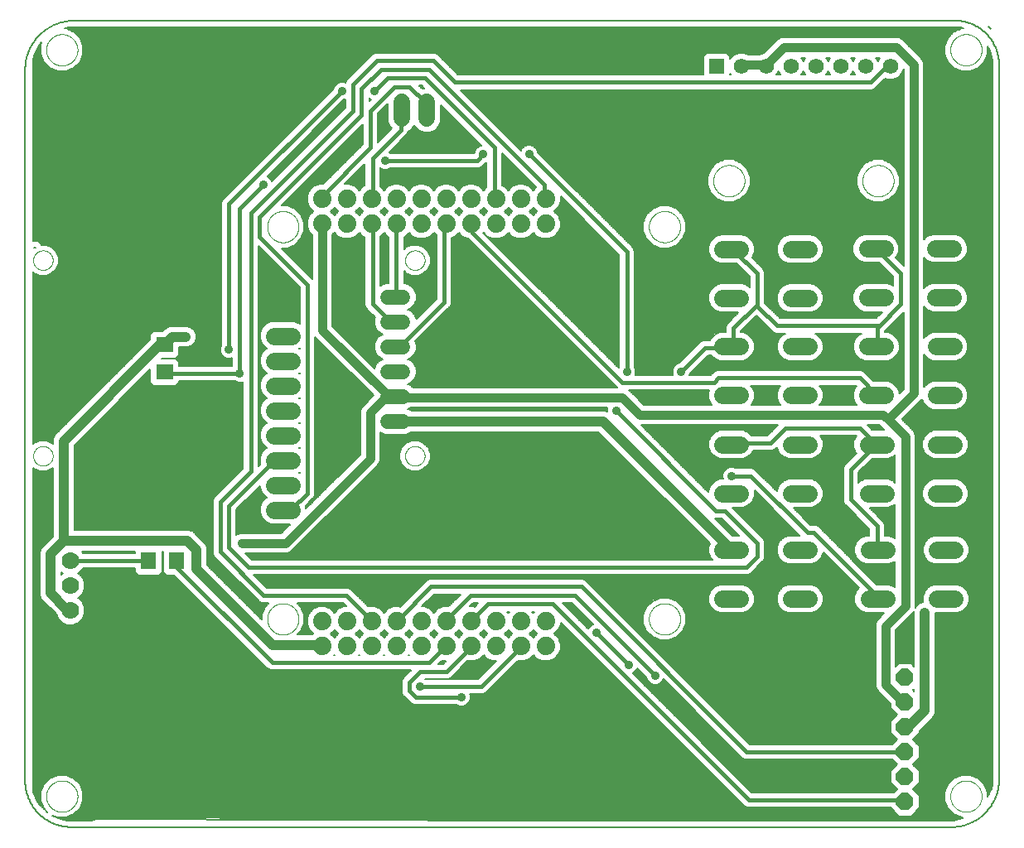
<source format=gtl>
G75*
%MOIN*%
%OFA0B0*%
%FSLAX25Y25*%
%IPPOS*%
%LPD*%
%AMOC8*
5,1,8,0,0,1.08239X$1,22.5*
%
%ADD10C,0.00000*%
%ADD11C,0.00600*%
%ADD12C,0.07000*%
%ADD13R,0.06299X0.07098*%
%ADD14C,0.06600*%
%ADD15C,0.07400*%
%ADD16R,0.07087X0.06299*%
%ADD17C,0.07000*%
%ADD18R,0.06150X0.06150*%
%ADD19C,0.06150*%
%ADD20C,0.06150*%
%ADD21C,0.00500*%
%ADD22OC8,0.07000*%
%ADD23C,0.01500*%
%ADD24C,0.03500*%
%ADD25C,0.04000*%
%ADD26C,0.03500*%
D10*
X0021741Y0016918D02*
X0021743Y0017076D01*
X0021749Y0017234D01*
X0021759Y0017392D01*
X0021773Y0017550D01*
X0021791Y0017707D01*
X0021812Y0017864D01*
X0021838Y0018020D01*
X0021868Y0018176D01*
X0021901Y0018331D01*
X0021939Y0018484D01*
X0021980Y0018637D01*
X0022025Y0018789D01*
X0022074Y0018940D01*
X0022127Y0019089D01*
X0022183Y0019237D01*
X0022243Y0019383D01*
X0022307Y0019528D01*
X0022375Y0019671D01*
X0022446Y0019813D01*
X0022520Y0019953D01*
X0022598Y0020090D01*
X0022680Y0020226D01*
X0022764Y0020360D01*
X0022853Y0020491D01*
X0022944Y0020620D01*
X0023039Y0020747D01*
X0023136Y0020872D01*
X0023237Y0020994D01*
X0023341Y0021113D01*
X0023448Y0021230D01*
X0023558Y0021344D01*
X0023671Y0021455D01*
X0023786Y0021564D01*
X0023904Y0021669D01*
X0024025Y0021771D01*
X0024148Y0021871D01*
X0024274Y0021967D01*
X0024402Y0022060D01*
X0024532Y0022150D01*
X0024665Y0022236D01*
X0024800Y0022320D01*
X0024936Y0022399D01*
X0025075Y0022476D01*
X0025216Y0022548D01*
X0025358Y0022618D01*
X0025502Y0022683D01*
X0025648Y0022745D01*
X0025795Y0022803D01*
X0025944Y0022858D01*
X0026094Y0022909D01*
X0026245Y0022956D01*
X0026397Y0022999D01*
X0026550Y0023038D01*
X0026705Y0023074D01*
X0026860Y0023105D01*
X0027016Y0023133D01*
X0027172Y0023157D01*
X0027329Y0023177D01*
X0027487Y0023193D01*
X0027644Y0023205D01*
X0027803Y0023213D01*
X0027961Y0023217D01*
X0028119Y0023217D01*
X0028277Y0023213D01*
X0028436Y0023205D01*
X0028593Y0023193D01*
X0028751Y0023177D01*
X0028908Y0023157D01*
X0029064Y0023133D01*
X0029220Y0023105D01*
X0029375Y0023074D01*
X0029530Y0023038D01*
X0029683Y0022999D01*
X0029835Y0022956D01*
X0029986Y0022909D01*
X0030136Y0022858D01*
X0030285Y0022803D01*
X0030432Y0022745D01*
X0030578Y0022683D01*
X0030722Y0022618D01*
X0030864Y0022548D01*
X0031005Y0022476D01*
X0031144Y0022399D01*
X0031280Y0022320D01*
X0031415Y0022236D01*
X0031548Y0022150D01*
X0031678Y0022060D01*
X0031806Y0021967D01*
X0031932Y0021871D01*
X0032055Y0021771D01*
X0032176Y0021669D01*
X0032294Y0021564D01*
X0032409Y0021455D01*
X0032522Y0021344D01*
X0032632Y0021230D01*
X0032739Y0021113D01*
X0032843Y0020994D01*
X0032944Y0020872D01*
X0033041Y0020747D01*
X0033136Y0020620D01*
X0033227Y0020491D01*
X0033316Y0020360D01*
X0033400Y0020226D01*
X0033482Y0020090D01*
X0033560Y0019953D01*
X0033634Y0019813D01*
X0033705Y0019671D01*
X0033773Y0019528D01*
X0033837Y0019383D01*
X0033897Y0019237D01*
X0033953Y0019089D01*
X0034006Y0018940D01*
X0034055Y0018789D01*
X0034100Y0018637D01*
X0034141Y0018484D01*
X0034179Y0018331D01*
X0034212Y0018176D01*
X0034242Y0018020D01*
X0034268Y0017864D01*
X0034289Y0017707D01*
X0034307Y0017550D01*
X0034321Y0017392D01*
X0034331Y0017234D01*
X0034337Y0017076D01*
X0034339Y0016918D01*
X0034337Y0016760D01*
X0034331Y0016602D01*
X0034321Y0016444D01*
X0034307Y0016286D01*
X0034289Y0016129D01*
X0034268Y0015972D01*
X0034242Y0015816D01*
X0034212Y0015660D01*
X0034179Y0015505D01*
X0034141Y0015352D01*
X0034100Y0015199D01*
X0034055Y0015047D01*
X0034006Y0014896D01*
X0033953Y0014747D01*
X0033897Y0014599D01*
X0033837Y0014453D01*
X0033773Y0014308D01*
X0033705Y0014165D01*
X0033634Y0014023D01*
X0033560Y0013883D01*
X0033482Y0013746D01*
X0033400Y0013610D01*
X0033316Y0013476D01*
X0033227Y0013345D01*
X0033136Y0013216D01*
X0033041Y0013089D01*
X0032944Y0012964D01*
X0032843Y0012842D01*
X0032739Y0012723D01*
X0032632Y0012606D01*
X0032522Y0012492D01*
X0032409Y0012381D01*
X0032294Y0012272D01*
X0032176Y0012167D01*
X0032055Y0012065D01*
X0031932Y0011965D01*
X0031806Y0011869D01*
X0031678Y0011776D01*
X0031548Y0011686D01*
X0031415Y0011600D01*
X0031280Y0011516D01*
X0031144Y0011437D01*
X0031005Y0011360D01*
X0030864Y0011288D01*
X0030722Y0011218D01*
X0030578Y0011153D01*
X0030432Y0011091D01*
X0030285Y0011033D01*
X0030136Y0010978D01*
X0029986Y0010927D01*
X0029835Y0010880D01*
X0029683Y0010837D01*
X0029530Y0010798D01*
X0029375Y0010762D01*
X0029220Y0010731D01*
X0029064Y0010703D01*
X0028908Y0010679D01*
X0028751Y0010659D01*
X0028593Y0010643D01*
X0028436Y0010631D01*
X0028277Y0010623D01*
X0028119Y0010619D01*
X0027961Y0010619D01*
X0027803Y0010623D01*
X0027644Y0010631D01*
X0027487Y0010643D01*
X0027329Y0010659D01*
X0027172Y0010679D01*
X0027016Y0010703D01*
X0026860Y0010731D01*
X0026705Y0010762D01*
X0026550Y0010798D01*
X0026397Y0010837D01*
X0026245Y0010880D01*
X0026094Y0010927D01*
X0025944Y0010978D01*
X0025795Y0011033D01*
X0025648Y0011091D01*
X0025502Y0011153D01*
X0025358Y0011218D01*
X0025216Y0011288D01*
X0025075Y0011360D01*
X0024936Y0011437D01*
X0024800Y0011516D01*
X0024665Y0011600D01*
X0024532Y0011686D01*
X0024402Y0011776D01*
X0024274Y0011869D01*
X0024148Y0011965D01*
X0024025Y0012065D01*
X0023904Y0012167D01*
X0023786Y0012272D01*
X0023671Y0012381D01*
X0023558Y0012492D01*
X0023448Y0012606D01*
X0023341Y0012723D01*
X0023237Y0012842D01*
X0023136Y0012964D01*
X0023039Y0013089D01*
X0022944Y0013216D01*
X0022853Y0013345D01*
X0022764Y0013476D01*
X0022680Y0013610D01*
X0022598Y0013746D01*
X0022520Y0013883D01*
X0022446Y0014023D01*
X0022375Y0014165D01*
X0022307Y0014308D01*
X0022243Y0014453D01*
X0022183Y0014599D01*
X0022127Y0014747D01*
X0022074Y0014896D01*
X0022025Y0015047D01*
X0021980Y0015199D01*
X0021939Y0015352D01*
X0021901Y0015505D01*
X0021868Y0015660D01*
X0021838Y0015816D01*
X0021812Y0015972D01*
X0021791Y0016129D01*
X0021773Y0016286D01*
X0021759Y0016444D01*
X0021749Y0016602D01*
X0021743Y0016760D01*
X0021741Y0016918D01*
X0110668Y0088267D02*
X0110670Y0088425D01*
X0110676Y0088583D01*
X0110686Y0088741D01*
X0110700Y0088899D01*
X0110718Y0089056D01*
X0110739Y0089213D01*
X0110765Y0089369D01*
X0110795Y0089525D01*
X0110828Y0089680D01*
X0110866Y0089833D01*
X0110907Y0089986D01*
X0110952Y0090138D01*
X0111001Y0090289D01*
X0111054Y0090438D01*
X0111110Y0090586D01*
X0111170Y0090732D01*
X0111234Y0090877D01*
X0111302Y0091020D01*
X0111373Y0091162D01*
X0111447Y0091302D01*
X0111525Y0091439D01*
X0111607Y0091575D01*
X0111691Y0091709D01*
X0111780Y0091840D01*
X0111871Y0091969D01*
X0111966Y0092096D01*
X0112063Y0092221D01*
X0112164Y0092343D01*
X0112268Y0092462D01*
X0112375Y0092579D01*
X0112485Y0092693D01*
X0112598Y0092804D01*
X0112713Y0092913D01*
X0112831Y0093018D01*
X0112952Y0093120D01*
X0113075Y0093220D01*
X0113201Y0093316D01*
X0113329Y0093409D01*
X0113459Y0093499D01*
X0113592Y0093585D01*
X0113727Y0093669D01*
X0113863Y0093748D01*
X0114002Y0093825D01*
X0114143Y0093897D01*
X0114285Y0093967D01*
X0114429Y0094032D01*
X0114575Y0094094D01*
X0114722Y0094152D01*
X0114871Y0094207D01*
X0115021Y0094258D01*
X0115172Y0094305D01*
X0115324Y0094348D01*
X0115477Y0094387D01*
X0115632Y0094423D01*
X0115787Y0094454D01*
X0115943Y0094482D01*
X0116099Y0094506D01*
X0116256Y0094526D01*
X0116414Y0094542D01*
X0116571Y0094554D01*
X0116730Y0094562D01*
X0116888Y0094566D01*
X0117046Y0094566D01*
X0117204Y0094562D01*
X0117363Y0094554D01*
X0117520Y0094542D01*
X0117678Y0094526D01*
X0117835Y0094506D01*
X0117991Y0094482D01*
X0118147Y0094454D01*
X0118302Y0094423D01*
X0118457Y0094387D01*
X0118610Y0094348D01*
X0118762Y0094305D01*
X0118913Y0094258D01*
X0119063Y0094207D01*
X0119212Y0094152D01*
X0119359Y0094094D01*
X0119505Y0094032D01*
X0119649Y0093967D01*
X0119791Y0093897D01*
X0119932Y0093825D01*
X0120071Y0093748D01*
X0120207Y0093669D01*
X0120342Y0093585D01*
X0120475Y0093499D01*
X0120605Y0093409D01*
X0120733Y0093316D01*
X0120859Y0093220D01*
X0120982Y0093120D01*
X0121103Y0093018D01*
X0121221Y0092913D01*
X0121336Y0092804D01*
X0121449Y0092693D01*
X0121559Y0092579D01*
X0121666Y0092462D01*
X0121770Y0092343D01*
X0121871Y0092221D01*
X0121968Y0092096D01*
X0122063Y0091969D01*
X0122154Y0091840D01*
X0122243Y0091709D01*
X0122327Y0091575D01*
X0122409Y0091439D01*
X0122487Y0091302D01*
X0122561Y0091162D01*
X0122632Y0091020D01*
X0122700Y0090877D01*
X0122764Y0090732D01*
X0122824Y0090586D01*
X0122880Y0090438D01*
X0122933Y0090289D01*
X0122982Y0090138D01*
X0123027Y0089986D01*
X0123068Y0089833D01*
X0123106Y0089680D01*
X0123139Y0089525D01*
X0123169Y0089369D01*
X0123195Y0089213D01*
X0123216Y0089056D01*
X0123234Y0088899D01*
X0123248Y0088741D01*
X0123258Y0088583D01*
X0123264Y0088425D01*
X0123266Y0088267D01*
X0123264Y0088109D01*
X0123258Y0087951D01*
X0123248Y0087793D01*
X0123234Y0087635D01*
X0123216Y0087478D01*
X0123195Y0087321D01*
X0123169Y0087165D01*
X0123139Y0087009D01*
X0123106Y0086854D01*
X0123068Y0086701D01*
X0123027Y0086548D01*
X0122982Y0086396D01*
X0122933Y0086245D01*
X0122880Y0086096D01*
X0122824Y0085948D01*
X0122764Y0085802D01*
X0122700Y0085657D01*
X0122632Y0085514D01*
X0122561Y0085372D01*
X0122487Y0085232D01*
X0122409Y0085095D01*
X0122327Y0084959D01*
X0122243Y0084825D01*
X0122154Y0084694D01*
X0122063Y0084565D01*
X0121968Y0084438D01*
X0121871Y0084313D01*
X0121770Y0084191D01*
X0121666Y0084072D01*
X0121559Y0083955D01*
X0121449Y0083841D01*
X0121336Y0083730D01*
X0121221Y0083621D01*
X0121103Y0083516D01*
X0120982Y0083414D01*
X0120859Y0083314D01*
X0120733Y0083218D01*
X0120605Y0083125D01*
X0120475Y0083035D01*
X0120342Y0082949D01*
X0120207Y0082865D01*
X0120071Y0082786D01*
X0119932Y0082709D01*
X0119791Y0082637D01*
X0119649Y0082567D01*
X0119505Y0082502D01*
X0119359Y0082440D01*
X0119212Y0082382D01*
X0119063Y0082327D01*
X0118913Y0082276D01*
X0118762Y0082229D01*
X0118610Y0082186D01*
X0118457Y0082147D01*
X0118302Y0082111D01*
X0118147Y0082080D01*
X0117991Y0082052D01*
X0117835Y0082028D01*
X0117678Y0082008D01*
X0117520Y0081992D01*
X0117363Y0081980D01*
X0117204Y0081972D01*
X0117046Y0081968D01*
X0116888Y0081968D01*
X0116730Y0081972D01*
X0116571Y0081980D01*
X0116414Y0081992D01*
X0116256Y0082008D01*
X0116099Y0082028D01*
X0115943Y0082052D01*
X0115787Y0082080D01*
X0115632Y0082111D01*
X0115477Y0082147D01*
X0115324Y0082186D01*
X0115172Y0082229D01*
X0115021Y0082276D01*
X0114871Y0082327D01*
X0114722Y0082382D01*
X0114575Y0082440D01*
X0114429Y0082502D01*
X0114285Y0082567D01*
X0114143Y0082637D01*
X0114002Y0082709D01*
X0113863Y0082786D01*
X0113727Y0082865D01*
X0113592Y0082949D01*
X0113459Y0083035D01*
X0113329Y0083125D01*
X0113201Y0083218D01*
X0113075Y0083314D01*
X0112952Y0083414D01*
X0112831Y0083516D01*
X0112713Y0083621D01*
X0112598Y0083730D01*
X0112485Y0083841D01*
X0112375Y0083955D01*
X0112268Y0084072D01*
X0112164Y0084191D01*
X0112063Y0084313D01*
X0111966Y0084438D01*
X0111871Y0084565D01*
X0111780Y0084694D01*
X0111691Y0084825D01*
X0111607Y0084959D01*
X0111525Y0085095D01*
X0111447Y0085232D01*
X0111373Y0085372D01*
X0111302Y0085514D01*
X0111234Y0085657D01*
X0111170Y0085802D01*
X0111110Y0085948D01*
X0111054Y0086096D01*
X0111001Y0086245D01*
X0110952Y0086396D01*
X0110907Y0086548D01*
X0110866Y0086701D01*
X0110828Y0086854D01*
X0110795Y0087009D01*
X0110765Y0087165D01*
X0110739Y0087321D01*
X0110718Y0087478D01*
X0110700Y0087635D01*
X0110686Y0087793D01*
X0110676Y0087951D01*
X0110670Y0088109D01*
X0110668Y0088267D01*
X0166159Y0153902D02*
X0166161Y0154027D01*
X0166167Y0154152D01*
X0166177Y0154276D01*
X0166191Y0154400D01*
X0166208Y0154524D01*
X0166230Y0154647D01*
X0166256Y0154769D01*
X0166285Y0154891D01*
X0166318Y0155011D01*
X0166356Y0155130D01*
X0166396Y0155249D01*
X0166441Y0155365D01*
X0166489Y0155480D01*
X0166541Y0155594D01*
X0166597Y0155706D01*
X0166656Y0155816D01*
X0166718Y0155924D01*
X0166784Y0156031D01*
X0166853Y0156135D01*
X0166926Y0156236D01*
X0167001Y0156336D01*
X0167080Y0156433D01*
X0167162Y0156527D01*
X0167247Y0156619D01*
X0167334Y0156708D01*
X0167425Y0156794D01*
X0167518Y0156877D01*
X0167614Y0156958D01*
X0167712Y0157035D01*
X0167812Y0157109D01*
X0167915Y0157180D01*
X0168020Y0157247D01*
X0168128Y0157312D01*
X0168237Y0157372D01*
X0168348Y0157430D01*
X0168461Y0157483D01*
X0168575Y0157533D01*
X0168691Y0157580D01*
X0168808Y0157622D01*
X0168927Y0157661D01*
X0169047Y0157697D01*
X0169168Y0157728D01*
X0169290Y0157756D01*
X0169412Y0157779D01*
X0169536Y0157799D01*
X0169660Y0157815D01*
X0169784Y0157827D01*
X0169909Y0157835D01*
X0170034Y0157839D01*
X0170158Y0157839D01*
X0170283Y0157835D01*
X0170408Y0157827D01*
X0170532Y0157815D01*
X0170656Y0157799D01*
X0170780Y0157779D01*
X0170902Y0157756D01*
X0171024Y0157728D01*
X0171145Y0157697D01*
X0171265Y0157661D01*
X0171384Y0157622D01*
X0171501Y0157580D01*
X0171617Y0157533D01*
X0171731Y0157483D01*
X0171844Y0157430D01*
X0171955Y0157372D01*
X0172065Y0157312D01*
X0172172Y0157247D01*
X0172277Y0157180D01*
X0172380Y0157109D01*
X0172480Y0157035D01*
X0172578Y0156958D01*
X0172674Y0156877D01*
X0172767Y0156794D01*
X0172858Y0156708D01*
X0172945Y0156619D01*
X0173030Y0156527D01*
X0173112Y0156433D01*
X0173191Y0156336D01*
X0173266Y0156236D01*
X0173339Y0156135D01*
X0173408Y0156031D01*
X0173474Y0155924D01*
X0173536Y0155816D01*
X0173595Y0155706D01*
X0173651Y0155594D01*
X0173703Y0155480D01*
X0173751Y0155365D01*
X0173796Y0155249D01*
X0173836Y0155130D01*
X0173874Y0155011D01*
X0173907Y0154891D01*
X0173936Y0154769D01*
X0173962Y0154647D01*
X0173984Y0154524D01*
X0174001Y0154400D01*
X0174015Y0154276D01*
X0174025Y0154152D01*
X0174031Y0154027D01*
X0174033Y0153902D01*
X0174031Y0153777D01*
X0174025Y0153652D01*
X0174015Y0153528D01*
X0174001Y0153404D01*
X0173984Y0153280D01*
X0173962Y0153157D01*
X0173936Y0153035D01*
X0173907Y0152913D01*
X0173874Y0152793D01*
X0173836Y0152674D01*
X0173796Y0152555D01*
X0173751Y0152439D01*
X0173703Y0152324D01*
X0173651Y0152210D01*
X0173595Y0152098D01*
X0173536Y0151988D01*
X0173474Y0151880D01*
X0173408Y0151773D01*
X0173339Y0151669D01*
X0173266Y0151568D01*
X0173191Y0151468D01*
X0173112Y0151371D01*
X0173030Y0151277D01*
X0172945Y0151185D01*
X0172858Y0151096D01*
X0172767Y0151010D01*
X0172674Y0150927D01*
X0172578Y0150846D01*
X0172480Y0150769D01*
X0172380Y0150695D01*
X0172277Y0150624D01*
X0172172Y0150557D01*
X0172064Y0150492D01*
X0171955Y0150432D01*
X0171844Y0150374D01*
X0171731Y0150321D01*
X0171617Y0150271D01*
X0171501Y0150224D01*
X0171384Y0150182D01*
X0171265Y0150143D01*
X0171145Y0150107D01*
X0171024Y0150076D01*
X0170902Y0150048D01*
X0170780Y0150025D01*
X0170656Y0150005D01*
X0170532Y0149989D01*
X0170408Y0149977D01*
X0170283Y0149969D01*
X0170158Y0149965D01*
X0170034Y0149965D01*
X0169909Y0149969D01*
X0169784Y0149977D01*
X0169660Y0149989D01*
X0169536Y0150005D01*
X0169412Y0150025D01*
X0169290Y0150048D01*
X0169168Y0150076D01*
X0169047Y0150107D01*
X0168927Y0150143D01*
X0168808Y0150182D01*
X0168691Y0150224D01*
X0168575Y0150271D01*
X0168461Y0150321D01*
X0168348Y0150374D01*
X0168237Y0150432D01*
X0168127Y0150492D01*
X0168020Y0150557D01*
X0167915Y0150624D01*
X0167812Y0150695D01*
X0167712Y0150769D01*
X0167614Y0150846D01*
X0167518Y0150927D01*
X0167425Y0151010D01*
X0167334Y0151096D01*
X0167247Y0151185D01*
X0167162Y0151277D01*
X0167080Y0151371D01*
X0167001Y0151468D01*
X0166926Y0151568D01*
X0166853Y0151669D01*
X0166784Y0151773D01*
X0166718Y0151880D01*
X0166656Y0151988D01*
X0166597Y0152098D01*
X0166541Y0152210D01*
X0166489Y0152324D01*
X0166441Y0152439D01*
X0166396Y0152555D01*
X0166356Y0152674D01*
X0166318Y0152793D01*
X0166285Y0152913D01*
X0166256Y0153035D01*
X0166230Y0153157D01*
X0166208Y0153280D01*
X0166191Y0153404D01*
X0166177Y0153528D01*
X0166167Y0153652D01*
X0166161Y0153777D01*
X0166159Y0153902D01*
X0166159Y0232670D02*
X0166161Y0232795D01*
X0166167Y0232920D01*
X0166177Y0233044D01*
X0166191Y0233168D01*
X0166208Y0233292D01*
X0166230Y0233415D01*
X0166256Y0233537D01*
X0166285Y0233659D01*
X0166318Y0233779D01*
X0166356Y0233898D01*
X0166396Y0234017D01*
X0166441Y0234133D01*
X0166489Y0234248D01*
X0166541Y0234362D01*
X0166597Y0234474D01*
X0166656Y0234584D01*
X0166718Y0234692D01*
X0166784Y0234799D01*
X0166853Y0234903D01*
X0166926Y0235004D01*
X0167001Y0235104D01*
X0167080Y0235201D01*
X0167162Y0235295D01*
X0167247Y0235387D01*
X0167334Y0235476D01*
X0167425Y0235562D01*
X0167518Y0235645D01*
X0167614Y0235726D01*
X0167712Y0235803D01*
X0167812Y0235877D01*
X0167915Y0235948D01*
X0168020Y0236015D01*
X0168128Y0236080D01*
X0168237Y0236140D01*
X0168348Y0236198D01*
X0168461Y0236251D01*
X0168575Y0236301D01*
X0168691Y0236348D01*
X0168808Y0236390D01*
X0168927Y0236429D01*
X0169047Y0236465D01*
X0169168Y0236496D01*
X0169290Y0236524D01*
X0169412Y0236547D01*
X0169536Y0236567D01*
X0169660Y0236583D01*
X0169784Y0236595D01*
X0169909Y0236603D01*
X0170034Y0236607D01*
X0170158Y0236607D01*
X0170283Y0236603D01*
X0170408Y0236595D01*
X0170532Y0236583D01*
X0170656Y0236567D01*
X0170780Y0236547D01*
X0170902Y0236524D01*
X0171024Y0236496D01*
X0171145Y0236465D01*
X0171265Y0236429D01*
X0171384Y0236390D01*
X0171501Y0236348D01*
X0171617Y0236301D01*
X0171731Y0236251D01*
X0171844Y0236198D01*
X0171955Y0236140D01*
X0172065Y0236080D01*
X0172172Y0236015D01*
X0172277Y0235948D01*
X0172380Y0235877D01*
X0172480Y0235803D01*
X0172578Y0235726D01*
X0172674Y0235645D01*
X0172767Y0235562D01*
X0172858Y0235476D01*
X0172945Y0235387D01*
X0173030Y0235295D01*
X0173112Y0235201D01*
X0173191Y0235104D01*
X0173266Y0235004D01*
X0173339Y0234903D01*
X0173408Y0234799D01*
X0173474Y0234692D01*
X0173536Y0234584D01*
X0173595Y0234474D01*
X0173651Y0234362D01*
X0173703Y0234248D01*
X0173751Y0234133D01*
X0173796Y0234017D01*
X0173836Y0233898D01*
X0173874Y0233779D01*
X0173907Y0233659D01*
X0173936Y0233537D01*
X0173962Y0233415D01*
X0173984Y0233292D01*
X0174001Y0233168D01*
X0174015Y0233044D01*
X0174025Y0232920D01*
X0174031Y0232795D01*
X0174033Y0232670D01*
X0174031Y0232545D01*
X0174025Y0232420D01*
X0174015Y0232296D01*
X0174001Y0232172D01*
X0173984Y0232048D01*
X0173962Y0231925D01*
X0173936Y0231803D01*
X0173907Y0231681D01*
X0173874Y0231561D01*
X0173836Y0231442D01*
X0173796Y0231323D01*
X0173751Y0231207D01*
X0173703Y0231092D01*
X0173651Y0230978D01*
X0173595Y0230866D01*
X0173536Y0230756D01*
X0173474Y0230648D01*
X0173408Y0230541D01*
X0173339Y0230437D01*
X0173266Y0230336D01*
X0173191Y0230236D01*
X0173112Y0230139D01*
X0173030Y0230045D01*
X0172945Y0229953D01*
X0172858Y0229864D01*
X0172767Y0229778D01*
X0172674Y0229695D01*
X0172578Y0229614D01*
X0172480Y0229537D01*
X0172380Y0229463D01*
X0172277Y0229392D01*
X0172172Y0229325D01*
X0172064Y0229260D01*
X0171955Y0229200D01*
X0171844Y0229142D01*
X0171731Y0229089D01*
X0171617Y0229039D01*
X0171501Y0228992D01*
X0171384Y0228950D01*
X0171265Y0228911D01*
X0171145Y0228875D01*
X0171024Y0228844D01*
X0170902Y0228816D01*
X0170780Y0228793D01*
X0170656Y0228773D01*
X0170532Y0228757D01*
X0170408Y0228745D01*
X0170283Y0228737D01*
X0170158Y0228733D01*
X0170034Y0228733D01*
X0169909Y0228737D01*
X0169784Y0228745D01*
X0169660Y0228757D01*
X0169536Y0228773D01*
X0169412Y0228793D01*
X0169290Y0228816D01*
X0169168Y0228844D01*
X0169047Y0228875D01*
X0168927Y0228911D01*
X0168808Y0228950D01*
X0168691Y0228992D01*
X0168575Y0229039D01*
X0168461Y0229089D01*
X0168348Y0229142D01*
X0168237Y0229200D01*
X0168127Y0229260D01*
X0168020Y0229325D01*
X0167915Y0229392D01*
X0167812Y0229463D01*
X0167712Y0229537D01*
X0167614Y0229614D01*
X0167518Y0229695D01*
X0167425Y0229778D01*
X0167334Y0229864D01*
X0167247Y0229953D01*
X0167162Y0230045D01*
X0167080Y0230139D01*
X0167001Y0230236D01*
X0166926Y0230336D01*
X0166853Y0230437D01*
X0166784Y0230541D01*
X0166718Y0230648D01*
X0166656Y0230756D01*
X0166597Y0230866D01*
X0166541Y0230978D01*
X0166489Y0231092D01*
X0166441Y0231207D01*
X0166396Y0231323D01*
X0166356Y0231442D01*
X0166318Y0231561D01*
X0166285Y0231681D01*
X0166256Y0231803D01*
X0166230Y0231925D01*
X0166208Y0232048D01*
X0166191Y0232172D01*
X0166177Y0232296D01*
X0166167Y0232420D01*
X0166161Y0232545D01*
X0166159Y0232670D01*
X0110668Y0246148D02*
X0110670Y0246306D01*
X0110676Y0246464D01*
X0110686Y0246622D01*
X0110700Y0246780D01*
X0110718Y0246937D01*
X0110739Y0247094D01*
X0110765Y0247250D01*
X0110795Y0247406D01*
X0110828Y0247561D01*
X0110866Y0247714D01*
X0110907Y0247867D01*
X0110952Y0248019D01*
X0111001Y0248170D01*
X0111054Y0248319D01*
X0111110Y0248467D01*
X0111170Y0248613D01*
X0111234Y0248758D01*
X0111302Y0248901D01*
X0111373Y0249043D01*
X0111447Y0249183D01*
X0111525Y0249320D01*
X0111607Y0249456D01*
X0111691Y0249590D01*
X0111780Y0249721D01*
X0111871Y0249850D01*
X0111966Y0249977D01*
X0112063Y0250102D01*
X0112164Y0250224D01*
X0112268Y0250343D01*
X0112375Y0250460D01*
X0112485Y0250574D01*
X0112598Y0250685D01*
X0112713Y0250794D01*
X0112831Y0250899D01*
X0112952Y0251001D01*
X0113075Y0251101D01*
X0113201Y0251197D01*
X0113329Y0251290D01*
X0113459Y0251380D01*
X0113592Y0251466D01*
X0113727Y0251550D01*
X0113863Y0251629D01*
X0114002Y0251706D01*
X0114143Y0251778D01*
X0114285Y0251848D01*
X0114429Y0251913D01*
X0114575Y0251975D01*
X0114722Y0252033D01*
X0114871Y0252088D01*
X0115021Y0252139D01*
X0115172Y0252186D01*
X0115324Y0252229D01*
X0115477Y0252268D01*
X0115632Y0252304D01*
X0115787Y0252335D01*
X0115943Y0252363D01*
X0116099Y0252387D01*
X0116256Y0252407D01*
X0116414Y0252423D01*
X0116571Y0252435D01*
X0116730Y0252443D01*
X0116888Y0252447D01*
X0117046Y0252447D01*
X0117204Y0252443D01*
X0117363Y0252435D01*
X0117520Y0252423D01*
X0117678Y0252407D01*
X0117835Y0252387D01*
X0117991Y0252363D01*
X0118147Y0252335D01*
X0118302Y0252304D01*
X0118457Y0252268D01*
X0118610Y0252229D01*
X0118762Y0252186D01*
X0118913Y0252139D01*
X0119063Y0252088D01*
X0119212Y0252033D01*
X0119359Y0251975D01*
X0119505Y0251913D01*
X0119649Y0251848D01*
X0119791Y0251778D01*
X0119932Y0251706D01*
X0120071Y0251629D01*
X0120207Y0251550D01*
X0120342Y0251466D01*
X0120475Y0251380D01*
X0120605Y0251290D01*
X0120733Y0251197D01*
X0120859Y0251101D01*
X0120982Y0251001D01*
X0121103Y0250899D01*
X0121221Y0250794D01*
X0121336Y0250685D01*
X0121449Y0250574D01*
X0121559Y0250460D01*
X0121666Y0250343D01*
X0121770Y0250224D01*
X0121871Y0250102D01*
X0121968Y0249977D01*
X0122063Y0249850D01*
X0122154Y0249721D01*
X0122243Y0249590D01*
X0122327Y0249456D01*
X0122409Y0249320D01*
X0122487Y0249183D01*
X0122561Y0249043D01*
X0122632Y0248901D01*
X0122700Y0248758D01*
X0122764Y0248613D01*
X0122824Y0248467D01*
X0122880Y0248319D01*
X0122933Y0248170D01*
X0122982Y0248019D01*
X0123027Y0247867D01*
X0123068Y0247714D01*
X0123106Y0247561D01*
X0123139Y0247406D01*
X0123169Y0247250D01*
X0123195Y0247094D01*
X0123216Y0246937D01*
X0123234Y0246780D01*
X0123248Y0246622D01*
X0123258Y0246464D01*
X0123264Y0246306D01*
X0123266Y0246148D01*
X0123264Y0245990D01*
X0123258Y0245832D01*
X0123248Y0245674D01*
X0123234Y0245516D01*
X0123216Y0245359D01*
X0123195Y0245202D01*
X0123169Y0245046D01*
X0123139Y0244890D01*
X0123106Y0244735D01*
X0123068Y0244582D01*
X0123027Y0244429D01*
X0122982Y0244277D01*
X0122933Y0244126D01*
X0122880Y0243977D01*
X0122824Y0243829D01*
X0122764Y0243683D01*
X0122700Y0243538D01*
X0122632Y0243395D01*
X0122561Y0243253D01*
X0122487Y0243113D01*
X0122409Y0242976D01*
X0122327Y0242840D01*
X0122243Y0242706D01*
X0122154Y0242575D01*
X0122063Y0242446D01*
X0121968Y0242319D01*
X0121871Y0242194D01*
X0121770Y0242072D01*
X0121666Y0241953D01*
X0121559Y0241836D01*
X0121449Y0241722D01*
X0121336Y0241611D01*
X0121221Y0241502D01*
X0121103Y0241397D01*
X0120982Y0241295D01*
X0120859Y0241195D01*
X0120733Y0241099D01*
X0120605Y0241006D01*
X0120475Y0240916D01*
X0120342Y0240830D01*
X0120207Y0240746D01*
X0120071Y0240667D01*
X0119932Y0240590D01*
X0119791Y0240518D01*
X0119649Y0240448D01*
X0119505Y0240383D01*
X0119359Y0240321D01*
X0119212Y0240263D01*
X0119063Y0240208D01*
X0118913Y0240157D01*
X0118762Y0240110D01*
X0118610Y0240067D01*
X0118457Y0240028D01*
X0118302Y0239992D01*
X0118147Y0239961D01*
X0117991Y0239933D01*
X0117835Y0239909D01*
X0117678Y0239889D01*
X0117520Y0239873D01*
X0117363Y0239861D01*
X0117204Y0239853D01*
X0117046Y0239849D01*
X0116888Y0239849D01*
X0116730Y0239853D01*
X0116571Y0239861D01*
X0116414Y0239873D01*
X0116256Y0239889D01*
X0116099Y0239909D01*
X0115943Y0239933D01*
X0115787Y0239961D01*
X0115632Y0239992D01*
X0115477Y0240028D01*
X0115324Y0240067D01*
X0115172Y0240110D01*
X0115021Y0240157D01*
X0114871Y0240208D01*
X0114722Y0240263D01*
X0114575Y0240321D01*
X0114429Y0240383D01*
X0114285Y0240448D01*
X0114143Y0240518D01*
X0114002Y0240590D01*
X0113863Y0240667D01*
X0113727Y0240746D01*
X0113592Y0240830D01*
X0113459Y0240916D01*
X0113329Y0241006D01*
X0113201Y0241099D01*
X0113075Y0241195D01*
X0112952Y0241295D01*
X0112831Y0241397D01*
X0112713Y0241502D01*
X0112598Y0241611D01*
X0112485Y0241722D01*
X0112375Y0241836D01*
X0112268Y0241953D01*
X0112164Y0242072D01*
X0112063Y0242194D01*
X0111966Y0242319D01*
X0111871Y0242446D01*
X0111780Y0242575D01*
X0111691Y0242706D01*
X0111607Y0242840D01*
X0111525Y0242976D01*
X0111447Y0243113D01*
X0111373Y0243253D01*
X0111302Y0243395D01*
X0111234Y0243538D01*
X0111170Y0243683D01*
X0111110Y0243829D01*
X0111054Y0243977D01*
X0111001Y0244126D01*
X0110952Y0244277D01*
X0110907Y0244429D01*
X0110866Y0244582D01*
X0110828Y0244735D01*
X0110795Y0244890D01*
X0110765Y0245046D01*
X0110739Y0245202D01*
X0110718Y0245359D01*
X0110700Y0245516D01*
X0110686Y0245674D01*
X0110676Y0245832D01*
X0110670Y0245990D01*
X0110668Y0246148D01*
X0021741Y0317342D02*
X0021743Y0317500D01*
X0021749Y0317658D01*
X0021759Y0317816D01*
X0021773Y0317974D01*
X0021791Y0318131D01*
X0021812Y0318288D01*
X0021838Y0318444D01*
X0021868Y0318600D01*
X0021901Y0318755D01*
X0021939Y0318908D01*
X0021980Y0319061D01*
X0022025Y0319213D01*
X0022074Y0319364D01*
X0022127Y0319513D01*
X0022183Y0319661D01*
X0022243Y0319807D01*
X0022307Y0319952D01*
X0022375Y0320095D01*
X0022446Y0320237D01*
X0022520Y0320377D01*
X0022598Y0320514D01*
X0022680Y0320650D01*
X0022764Y0320784D01*
X0022853Y0320915D01*
X0022944Y0321044D01*
X0023039Y0321171D01*
X0023136Y0321296D01*
X0023237Y0321418D01*
X0023341Y0321537D01*
X0023448Y0321654D01*
X0023558Y0321768D01*
X0023671Y0321879D01*
X0023786Y0321988D01*
X0023904Y0322093D01*
X0024025Y0322195D01*
X0024148Y0322295D01*
X0024274Y0322391D01*
X0024402Y0322484D01*
X0024532Y0322574D01*
X0024665Y0322660D01*
X0024800Y0322744D01*
X0024936Y0322823D01*
X0025075Y0322900D01*
X0025216Y0322972D01*
X0025358Y0323042D01*
X0025502Y0323107D01*
X0025648Y0323169D01*
X0025795Y0323227D01*
X0025944Y0323282D01*
X0026094Y0323333D01*
X0026245Y0323380D01*
X0026397Y0323423D01*
X0026550Y0323462D01*
X0026705Y0323498D01*
X0026860Y0323529D01*
X0027016Y0323557D01*
X0027172Y0323581D01*
X0027329Y0323601D01*
X0027487Y0323617D01*
X0027644Y0323629D01*
X0027803Y0323637D01*
X0027961Y0323641D01*
X0028119Y0323641D01*
X0028277Y0323637D01*
X0028436Y0323629D01*
X0028593Y0323617D01*
X0028751Y0323601D01*
X0028908Y0323581D01*
X0029064Y0323557D01*
X0029220Y0323529D01*
X0029375Y0323498D01*
X0029530Y0323462D01*
X0029683Y0323423D01*
X0029835Y0323380D01*
X0029986Y0323333D01*
X0030136Y0323282D01*
X0030285Y0323227D01*
X0030432Y0323169D01*
X0030578Y0323107D01*
X0030722Y0323042D01*
X0030864Y0322972D01*
X0031005Y0322900D01*
X0031144Y0322823D01*
X0031280Y0322744D01*
X0031415Y0322660D01*
X0031548Y0322574D01*
X0031678Y0322484D01*
X0031806Y0322391D01*
X0031932Y0322295D01*
X0032055Y0322195D01*
X0032176Y0322093D01*
X0032294Y0321988D01*
X0032409Y0321879D01*
X0032522Y0321768D01*
X0032632Y0321654D01*
X0032739Y0321537D01*
X0032843Y0321418D01*
X0032944Y0321296D01*
X0033041Y0321171D01*
X0033136Y0321044D01*
X0033227Y0320915D01*
X0033316Y0320784D01*
X0033400Y0320650D01*
X0033482Y0320514D01*
X0033560Y0320377D01*
X0033634Y0320237D01*
X0033705Y0320095D01*
X0033773Y0319952D01*
X0033837Y0319807D01*
X0033897Y0319661D01*
X0033953Y0319513D01*
X0034006Y0319364D01*
X0034055Y0319213D01*
X0034100Y0319061D01*
X0034141Y0318908D01*
X0034179Y0318755D01*
X0034212Y0318600D01*
X0034242Y0318444D01*
X0034268Y0318288D01*
X0034289Y0318131D01*
X0034307Y0317974D01*
X0034321Y0317816D01*
X0034331Y0317658D01*
X0034337Y0317500D01*
X0034339Y0317342D01*
X0034337Y0317184D01*
X0034331Y0317026D01*
X0034321Y0316868D01*
X0034307Y0316710D01*
X0034289Y0316553D01*
X0034268Y0316396D01*
X0034242Y0316240D01*
X0034212Y0316084D01*
X0034179Y0315929D01*
X0034141Y0315776D01*
X0034100Y0315623D01*
X0034055Y0315471D01*
X0034006Y0315320D01*
X0033953Y0315171D01*
X0033897Y0315023D01*
X0033837Y0314877D01*
X0033773Y0314732D01*
X0033705Y0314589D01*
X0033634Y0314447D01*
X0033560Y0314307D01*
X0033482Y0314170D01*
X0033400Y0314034D01*
X0033316Y0313900D01*
X0033227Y0313769D01*
X0033136Y0313640D01*
X0033041Y0313513D01*
X0032944Y0313388D01*
X0032843Y0313266D01*
X0032739Y0313147D01*
X0032632Y0313030D01*
X0032522Y0312916D01*
X0032409Y0312805D01*
X0032294Y0312696D01*
X0032176Y0312591D01*
X0032055Y0312489D01*
X0031932Y0312389D01*
X0031806Y0312293D01*
X0031678Y0312200D01*
X0031548Y0312110D01*
X0031415Y0312024D01*
X0031280Y0311940D01*
X0031144Y0311861D01*
X0031005Y0311784D01*
X0030864Y0311712D01*
X0030722Y0311642D01*
X0030578Y0311577D01*
X0030432Y0311515D01*
X0030285Y0311457D01*
X0030136Y0311402D01*
X0029986Y0311351D01*
X0029835Y0311304D01*
X0029683Y0311261D01*
X0029530Y0311222D01*
X0029375Y0311186D01*
X0029220Y0311155D01*
X0029064Y0311127D01*
X0028908Y0311103D01*
X0028751Y0311083D01*
X0028593Y0311067D01*
X0028436Y0311055D01*
X0028277Y0311047D01*
X0028119Y0311043D01*
X0027961Y0311043D01*
X0027803Y0311047D01*
X0027644Y0311055D01*
X0027487Y0311067D01*
X0027329Y0311083D01*
X0027172Y0311103D01*
X0027016Y0311127D01*
X0026860Y0311155D01*
X0026705Y0311186D01*
X0026550Y0311222D01*
X0026397Y0311261D01*
X0026245Y0311304D01*
X0026094Y0311351D01*
X0025944Y0311402D01*
X0025795Y0311457D01*
X0025648Y0311515D01*
X0025502Y0311577D01*
X0025358Y0311642D01*
X0025216Y0311712D01*
X0025075Y0311784D01*
X0024936Y0311861D01*
X0024800Y0311940D01*
X0024665Y0312024D01*
X0024532Y0312110D01*
X0024402Y0312200D01*
X0024274Y0312293D01*
X0024148Y0312389D01*
X0024025Y0312489D01*
X0023904Y0312591D01*
X0023786Y0312696D01*
X0023671Y0312805D01*
X0023558Y0312916D01*
X0023448Y0313030D01*
X0023341Y0313147D01*
X0023237Y0313266D01*
X0023136Y0313388D01*
X0023039Y0313513D01*
X0022944Y0313640D01*
X0022853Y0313769D01*
X0022764Y0313900D01*
X0022680Y0314034D01*
X0022598Y0314170D01*
X0022520Y0314307D01*
X0022446Y0314447D01*
X0022375Y0314589D01*
X0022307Y0314732D01*
X0022243Y0314877D01*
X0022183Y0315023D01*
X0022127Y0315171D01*
X0022074Y0315320D01*
X0022025Y0315471D01*
X0021980Y0315623D01*
X0021939Y0315776D01*
X0021901Y0315929D01*
X0021868Y0316084D01*
X0021838Y0316240D01*
X0021812Y0316396D01*
X0021791Y0316553D01*
X0021773Y0316710D01*
X0021759Y0316868D01*
X0021749Y0317026D01*
X0021743Y0317184D01*
X0021741Y0317342D01*
X0016500Y0232670D02*
X0016502Y0232795D01*
X0016508Y0232920D01*
X0016518Y0233044D01*
X0016532Y0233168D01*
X0016549Y0233292D01*
X0016571Y0233415D01*
X0016597Y0233537D01*
X0016626Y0233659D01*
X0016659Y0233779D01*
X0016697Y0233898D01*
X0016737Y0234017D01*
X0016782Y0234133D01*
X0016830Y0234248D01*
X0016882Y0234362D01*
X0016938Y0234474D01*
X0016997Y0234584D01*
X0017059Y0234692D01*
X0017125Y0234799D01*
X0017194Y0234903D01*
X0017267Y0235004D01*
X0017342Y0235104D01*
X0017421Y0235201D01*
X0017503Y0235295D01*
X0017588Y0235387D01*
X0017675Y0235476D01*
X0017766Y0235562D01*
X0017859Y0235645D01*
X0017955Y0235726D01*
X0018053Y0235803D01*
X0018153Y0235877D01*
X0018256Y0235948D01*
X0018361Y0236015D01*
X0018469Y0236080D01*
X0018578Y0236140D01*
X0018689Y0236198D01*
X0018802Y0236251D01*
X0018916Y0236301D01*
X0019032Y0236348D01*
X0019149Y0236390D01*
X0019268Y0236429D01*
X0019388Y0236465D01*
X0019509Y0236496D01*
X0019631Y0236524D01*
X0019753Y0236547D01*
X0019877Y0236567D01*
X0020001Y0236583D01*
X0020125Y0236595D01*
X0020250Y0236603D01*
X0020375Y0236607D01*
X0020499Y0236607D01*
X0020624Y0236603D01*
X0020749Y0236595D01*
X0020873Y0236583D01*
X0020997Y0236567D01*
X0021121Y0236547D01*
X0021243Y0236524D01*
X0021365Y0236496D01*
X0021486Y0236465D01*
X0021606Y0236429D01*
X0021725Y0236390D01*
X0021842Y0236348D01*
X0021958Y0236301D01*
X0022072Y0236251D01*
X0022185Y0236198D01*
X0022296Y0236140D01*
X0022406Y0236080D01*
X0022513Y0236015D01*
X0022618Y0235948D01*
X0022721Y0235877D01*
X0022821Y0235803D01*
X0022919Y0235726D01*
X0023015Y0235645D01*
X0023108Y0235562D01*
X0023199Y0235476D01*
X0023286Y0235387D01*
X0023371Y0235295D01*
X0023453Y0235201D01*
X0023532Y0235104D01*
X0023607Y0235004D01*
X0023680Y0234903D01*
X0023749Y0234799D01*
X0023815Y0234692D01*
X0023877Y0234584D01*
X0023936Y0234474D01*
X0023992Y0234362D01*
X0024044Y0234248D01*
X0024092Y0234133D01*
X0024137Y0234017D01*
X0024177Y0233898D01*
X0024215Y0233779D01*
X0024248Y0233659D01*
X0024277Y0233537D01*
X0024303Y0233415D01*
X0024325Y0233292D01*
X0024342Y0233168D01*
X0024356Y0233044D01*
X0024366Y0232920D01*
X0024372Y0232795D01*
X0024374Y0232670D01*
X0024372Y0232545D01*
X0024366Y0232420D01*
X0024356Y0232296D01*
X0024342Y0232172D01*
X0024325Y0232048D01*
X0024303Y0231925D01*
X0024277Y0231803D01*
X0024248Y0231681D01*
X0024215Y0231561D01*
X0024177Y0231442D01*
X0024137Y0231323D01*
X0024092Y0231207D01*
X0024044Y0231092D01*
X0023992Y0230978D01*
X0023936Y0230866D01*
X0023877Y0230756D01*
X0023815Y0230648D01*
X0023749Y0230541D01*
X0023680Y0230437D01*
X0023607Y0230336D01*
X0023532Y0230236D01*
X0023453Y0230139D01*
X0023371Y0230045D01*
X0023286Y0229953D01*
X0023199Y0229864D01*
X0023108Y0229778D01*
X0023015Y0229695D01*
X0022919Y0229614D01*
X0022821Y0229537D01*
X0022721Y0229463D01*
X0022618Y0229392D01*
X0022513Y0229325D01*
X0022405Y0229260D01*
X0022296Y0229200D01*
X0022185Y0229142D01*
X0022072Y0229089D01*
X0021958Y0229039D01*
X0021842Y0228992D01*
X0021725Y0228950D01*
X0021606Y0228911D01*
X0021486Y0228875D01*
X0021365Y0228844D01*
X0021243Y0228816D01*
X0021121Y0228793D01*
X0020997Y0228773D01*
X0020873Y0228757D01*
X0020749Y0228745D01*
X0020624Y0228737D01*
X0020499Y0228733D01*
X0020375Y0228733D01*
X0020250Y0228737D01*
X0020125Y0228745D01*
X0020001Y0228757D01*
X0019877Y0228773D01*
X0019753Y0228793D01*
X0019631Y0228816D01*
X0019509Y0228844D01*
X0019388Y0228875D01*
X0019268Y0228911D01*
X0019149Y0228950D01*
X0019032Y0228992D01*
X0018916Y0229039D01*
X0018802Y0229089D01*
X0018689Y0229142D01*
X0018578Y0229200D01*
X0018468Y0229260D01*
X0018361Y0229325D01*
X0018256Y0229392D01*
X0018153Y0229463D01*
X0018053Y0229537D01*
X0017955Y0229614D01*
X0017859Y0229695D01*
X0017766Y0229778D01*
X0017675Y0229864D01*
X0017588Y0229953D01*
X0017503Y0230045D01*
X0017421Y0230139D01*
X0017342Y0230236D01*
X0017267Y0230336D01*
X0017194Y0230437D01*
X0017125Y0230541D01*
X0017059Y0230648D01*
X0016997Y0230756D01*
X0016938Y0230866D01*
X0016882Y0230978D01*
X0016830Y0231092D01*
X0016782Y0231207D01*
X0016737Y0231323D01*
X0016697Y0231442D01*
X0016659Y0231561D01*
X0016626Y0231681D01*
X0016597Y0231803D01*
X0016571Y0231925D01*
X0016549Y0232048D01*
X0016532Y0232172D01*
X0016518Y0232296D01*
X0016508Y0232420D01*
X0016502Y0232545D01*
X0016500Y0232670D01*
X0016500Y0153902D02*
X0016502Y0154027D01*
X0016508Y0154152D01*
X0016518Y0154276D01*
X0016532Y0154400D01*
X0016549Y0154524D01*
X0016571Y0154647D01*
X0016597Y0154769D01*
X0016626Y0154891D01*
X0016659Y0155011D01*
X0016697Y0155130D01*
X0016737Y0155249D01*
X0016782Y0155365D01*
X0016830Y0155480D01*
X0016882Y0155594D01*
X0016938Y0155706D01*
X0016997Y0155816D01*
X0017059Y0155924D01*
X0017125Y0156031D01*
X0017194Y0156135D01*
X0017267Y0156236D01*
X0017342Y0156336D01*
X0017421Y0156433D01*
X0017503Y0156527D01*
X0017588Y0156619D01*
X0017675Y0156708D01*
X0017766Y0156794D01*
X0017859Y0156877D01*
X0017955Y0156958D01*
X0018053Y0157035D01*
X0018153Y0157109D01*
X0018256Y0157180D01*
X0018361Y0157247D01*
X0018469Y0157312D01*
X0018578Y0157372D01*
X0018689Y0157430D01*
X0018802Y0157483D01*
X0018916Y0157533D01*
X0019032Y0157580D01*
X0019149Y0157622D01*
X0019268Y0157661D01*
X0019388Y0157697D01*
X0019509Y0157728D01*
X0019631Y0157756D01*
X0019753Y0157779D01*
X0019877Y0157799D01*
X0020001Y0157815D01*
X0020125Y0157827D01*
X0020250Y0157835D01*
X0020375Y0157839D01*
X0020499Y0157839D01*
X0020624Y0157835D01*
X0020749Y0157827D01*
X0020873Y0157815D01*
X0020997Y0157799D01*
X0021121Y0157779D01*
X0021243Y0157756D01*
X0021365Y0157728D01*
X0021486Y0157697D01*
X0021606Y0157661D01*
X0021725Y0157622D01*
X0021842Y0157580D01*
X0021958Y0157533D01*
X0022072Y0157483D01*
X0022185Y0157430D01*
X0022296Y0157372D01*
X0022406Y0157312D01*
X0022513Y0157247D01*
X0022618Y0157180D01*
X0022721Y0157109D01*
X0022821Y0157035D01*
X0022919Y0156958D01*
X0023015Y0156877D01*
X0023108Y0156794D01*
X0023199Y0156708D01*
X0023286Y0156619D01*
X0023371Y0156527D01*
X0023453Y0156433D01*
X0023532Y0156336D01*
X0023607Y0156236D01*
X0023680Y0156135D01*
X0023749Y0156031D01*
X0023815Y0155924D01*
X0023877Y0155816D01*
X0023936Y0155706D01*
X0023992Y0155594D01*
X0024044Y0155480D01*
X0024092Y0155365D01*
X0024137Y0155249D01*
X0024177Y0155130D01*
X0024215Y0155011D01*
X0024248Y0154891D01*
X0024277Y0154769D01*
X0024303Y0154647D01*
X0024325Y0154524D01*
X0024342Y0154400D01*
X0024356Y0154276D01*
X0024366Y0154152D01*
X0024372Y0154027D01*
X0024374Y0153902D01*
X0024372Y0153777D01*
X0024366Y0153652D01*
X0024356Y0153528D01*
X0024342Y0153404D01*
X0024325Y0153280D01*
X0024303Y0153157D01*
X0024277Y0153035D01*
X0024248Y0152913D01*
X0024215Y0152793D01*
X0024177Y0152674D01*
X0024137Y0152555D01*
X0024092Y0152439D01*
X0024044Y0152324D01*
X0023992Y0152210D01*
X0023936Y0152098D01*
X0023877Y0151988D01*
X0023815Y0151880D01*
X0023749Y0151773D01*
X0023680Y0151669D01*
X0023607Y0151568D01*
X0023532Y0151468D01*
X0023453Y0151371D01*
X0023371Y0151277D01*
X0023286Y0151185D01*
X0023199Y0151096D01*
X0023108Y0151010D01*
X0023015Y0150927D01*
X0022919Y0150846D01*
X0022821Y0150769D01*
X0022721Y0150695D01*
X0022618Y0150624D01*
X0022513Y0150557D01*
X0022405Y0150492D01*
X0022296Y0150432D01*
X0022185Y0150374D01*
X0022072Y0150321D01*
X0021958Y0150271D01*
X0021842Y0150224D01*
X0021725Y0150182D01*
X0021606Y0150143D01*
X0021486Y0150107D01*
X0021365Y0150076D01*
X0021243Y0150048D01*
X0021121Y0150025D01*
X0020997Y0150005D01*
X0020873Y0149989D01*
X0020749Y0149977D01*
X0020624Y0149969D01*
X0020499Y0149965D01*
X0020375Y0149965D01*
X0020250Y0149969D01*
X0020125Y0149977D01*
X0020001Y0149989D01*
X0019877Y0150005D01*
X0019753Y0150025D01*
X0019631Y0150048D01*
X0019509Y0150076D01*
X0019388Y0150107D01*
X0019268Y0150143D01*
X0019149Y0150182D01*
X0019032Y0150224D01*
X0018916Y0150271D01*
X0018802Y0150321D01*
X0018689Y0150374D01*
X0018578Y0150432D01*
X0018468Y0150492D01*
X0018361Y0150557D01*
X0018256Y0150624D01*
X0018153Y0150695D01*
X0018053Y0150769D01*
X0017955Y0150846D01*
X0017859Y0150927D01*
X0017766Y0151010D01*
X0017675Y0151096D01*
X0017588Y0151185D01*
X0017503Y0151277D01*
X0017421Y0151371D01*
X0017342Y0151468D01*
X0017267Y0151568D01*
X0017194Y0151669D01*
X0017125Y0151773D01*
X0017059Y0151880D01*
X0016997Y0151988D01*
X0016938Y0152098D01*
X0016882Y0152210D01*
X0016830Y0152324D01*
X0016782Y0152439D01*
X0016737Y0152555D01*
X0016697Y0152674D01*
X0016659Y0152793D01*
X0016626Y0152913D01*
X0016597Y0153035D01*
X0016571Y0153157D01*
X0016549Y0153280D01*
X0016532Y0153404D01*
X0016518Y0153528D01*
X0016508Y0153652D01*
X0016502Y0153777D01*
X0016500Y0153902D01*
X0264226Y0088267D02*
X0264228Y0088425D01*
X0264234Y0088583D01*
X0264244Y0088741D01*
X0264258Y0088899D01*
X0264276Y0089056D01*
X0264297Y0089213D01*
X0264323Y0089369D01*
X0264353Y0089525D01*
X0264386Y0089680D01*
X0264424Y0089833D01*
X0264465Y0089986D01*
X0264510Y0090138D01*
X0264559Y0090289D01*
X0264612Y0090438D01*
X0264668Y0090586D01*
X0264728Y0090732D01*
X0264792Y0090877D01*
X0264860Y0091020D01*
X0264931Y0091162D01*
X0265005Y0091302D01*
X0265083Y0091439D01*
X0265165Y0091575D01*
X0265249Y0091709D01*
X0265338Y0091840D01*
X0265429Y0091969D01*
X0265524Y0092096D01*
X0265621Y0092221D01*
X0265722Y0092343D01*
X0265826Y0092462D01*
X0265933Y0092579D01*
X0266043Y0092693D01*
X0266156Y0092804D01*
X0266271Y0092913D01*
X0266389Y0093018D01*
X0266510Y0093120D01*
X0266633Y0093220D01*
X0266759Y0093316D01*
X0266887Y0093409D01*
X0267017Y0093499D01*
X0267150Y0093585D01*
X0267285Y0093669D01*
X0267421Y0093748D01*
X0267560Y0093825D01*
X0267701Y0093897D01*
X0267843Y0093967D01*
X0267987Y0094032D01*
X0268133Y0094094D01*
X0268280Y0094152D01*
X0268429Y0094207D01*
X0268579Y0094258D01*
X0268730Y0094305D01*
X0268882Y0094348D01*
X0269035Y0094387D01*
X0269190Y0094423D01*
X0269345Y0094454D01*
X0269501Y0094482D01*
X0269657Y0094506D01*
X0269814Y0094526D01*
X0269972Y0094542D01*
X0270129Y0094554D01*
X0270288Y0094562D01*
X0270446Y0094566D01*
X0270604Y0094566D01*
X0270762Y0094562D01*
X0270921Y0094554D01*
X0271078Y0094542D01*
X0271236Y0094526D01*
X0271393Y0094506D01*
X0271549Y0094482D01*
X0271705Y0094454D01*
X0271860Y0094423D01*
X0272015Y0094387D01*
X0272168Y0094348D01*
X0272320Y0094305D01*
X0272471Y0094258D01*
X0272621Y0094207D01*
X0272770Y0094152D01*
X0272917Y0094094D01*
X0273063Y0094032D01*
X0273207Y0093967D01*
X0273349Y0093897D01*
X0273490Y0093825D01*
X0273629Y0093748D01*
X0273765Y0093669D01*
X0273900Y0093585D01*
X0274033Y0093499D01*
X0274163Y0093409D01*
X0274291Y0093316D01*
X0274417Y0093220D01*
X0274540Y0093120D01*
X0274661Y0093018D01*
X0274779Y0092913D01*
X0274894Y0092804D01*
X0275007Y0092693D01*
X0275117Y0092579D01*
X0275224Y0092462D01*
X0275328Y0092343D01*
X0275429Y0092221D01*
X0275526Y0092096D01*
X0275621Y0091969D01*
X0275712Y0091840D01*
X0275801Y0091709D01*
X0275885Y0091575D01*
X0275967Y0091439D01*
X0276045Y0091302D01*
X0276119Y0091162D01*
X0276190Y0091020D01*
X0276258Y0090877D01*
X0276322Y0090732D01*
X0276382Y0090586D01*
X0276438Y0090438D01*
X0276491Y0090289D01*
X0276540Y0090138D01*
X0276585Y0089986D01*
X0276626Y0089833D01*
X0276664Y0089680D01*
X0276697Y0089525D01*
X0276727Y0089369D01*
X0276753Y0089213D01*
X0276774Y0089056D01*
X0276792Y0088899D01*
X0276806Y0088741D01*
X0276816Y0088583D01*
X0276822Y0088425D01*
X0276824Y0088267D01*
X0276822Y0088109D01*
X0276816Y0087951D01*
X0276806Y0087793D01*
X0276792Y0087635D01*
X0276774Y0087478D01*
X0276753Y0087321D01*
X0276727Y0087165D01*
X0276697Y0087009D01*
X0276664Y0086854D01*
X0276626Y0086701D01*
X0276585Y0086548D01*
X0276540Y0086396D01*
X0276491Y0086245D01*
X0276438Y0086096D01*
X0276382Y0085948D01*
X0276322Y0085802D01*
X0276258Y0085657D01*
X0276190Y0085514D01*
X0276119Y0085372D01*
X0276045Y0085232D01*
X0275967Y0085095D01*
X0275885Y0084959D01*
X0275801Y0084825D01*
X0275712Y0084694D01*
X0275621Y0084565D01*
X0275526Y0084438D01*
X0275429Y0084313D01*
X0275328Y0084191D01*
X0275224Y0084072D01*
X0275117Y0083955D01*
X0275007Y0083841D01*
X0274894Y0083730D01*
X0274779Y0083621D01*
X0274661Y0083516D01*
X0274540Y0083414D01*
X0274417Y0083314D01*
X0274291Y0083218D01*
X0274163Y0083125D01*
X0274033Y0083035D01*
X0273900Y0082949D01*
X0273765Y0082865D01*
X0273629Y0082786D01*
X0273490Y0082709D01*
X0273349Y0082637D01*
X0273207Y0082567D01*
X0273063Y0082502D01*
X0272917Y0082440D01*
X0272770Y0082382D01*
X0272621Y0082327D01*
X0272471Y0082276D01*
X0272320Y0082229D01*
X0272168Y0082186D01*
X0272015Y0082147D01*
X0271860Y0082111D01*
X0271705Y0082080D01*
X0271549Y0082052D01*
X0271393Y0082028D01*
X0271236Y0082008D01*
X0271078Y0081992D01*
X0270921Y0081980D01*
X0270762Y0081972D01*
X0270604Y0081968D01*
X0270446Y0081968D01*
X0270288Y0081972D01*
X0270129Y0081980D01*
X0269972Y0081992D01*
X0269814Y0082008D01*
X0269657Y0082028D01*
X0269501Y0082052D01*
X0269345Y0082080D01*
X0269190Y0082111D01*
X0269035Y0082147D01*
X0268882Y0082186D01*
X0268730Y0082229D01*
X0268579Y0082276D01*
X0268429Y0082327D01*
X0268280Y0082382D01*
X0268133Y0082440D01*
X0267987Y0082502D01*
X0267843Y0082567D01*
X0267701Y0082637D01*
X0267560Y0082709D01*
X0267421Y0082786D01*
X0267285Y0082865D01*
X0267150Y0082949D01*
X0267017Y0083035D01*
X0266887Y0083125D01*
X0266759Y0083218D01*
X0266633Y0083314D01*
X0266510Y0083414D01*
X0266389Y0083516D01*
X0266271Y0083621D01*
X0266156Y0083730D01*
X0266043Y0083841D01*
X0265933Y0083955D01*
X0265826Y0084072D01*
X0265722Y0084191D01*
X0265621Y0084313D01*
X0265524Y0084438D01*
X0265429Y0084565D01*
X0265338Y0084694D01*
X0265249Y0084825D01*
X0265165Y0084959D01*
X0265083Y0085095D01*
X0265005Y0085232D01*
X0264931Y0085372D01*
X0264860Y0085514D01*
X0264792Y0085657D01*
X0264728Y0085802D01*
X0264668Y0085948D01*
X0264612Y0086096D01*
X0264559Y0086245D01*
X0264510Y0086396D01*
X0264465Y0086548D01*
X0264424Y0086701D01*
X0264386Y0086854D01*
X0264353Y0087009D01*
X0264323Y0087165D01*
X0264297Y0087321D01*
X0264276Y0087478D01*
X0264258Y0087635D01*
X0264244Y0087793D01*
X0264234Y0087951D01*
X0264228Y0088109D01*
X0264226Y0088267D01*
X0385520Y0016918D02*
X0385522Y0017076D01*
X0385528Y0017234D01*
X0385538Y0017392D01*
X0385552Y0017550D01*
X0385570Y0017707D01*
X0385591Y0017864D01*
X0385617Y0018020D01*
X0385647Y0018176D01*
X0385680Y0018331D01*
X0385718Y0018484D01*
X0385759Y0018637D01*
X0385804Y0018789D01*
X0385853Y0018940D01*
X0385906Y0019089D01*
X0385962Y0019237D01*
X0386022Y0019383D01*
X0386086Y0019528D01*
X0386154Y0019671D01*
X0386225Y0019813D01*
X0386299Y0019953D01*
X0386377Y0020090D01*
X0386459Y0020226D01*
X0386543Y0020360D01*
X0386632Y0020491D01*
X0386723Y0020620D01*
X0386818Y0020747D01*
X0386915Y0020872D01*
X0387016Y0020994D01*
X0387120Y0021113D01*
X0387227Y0021230D01*
X0387337Y0021344D01*
X0387450Y0021455D01*
X0387565Y0021564D01*
X0387683Y0021669D01*
X0387804Y0021771D01*
X0387927Y0021871D01*
X0388053Y0021967D01*
X0388181Y0022060D01*
X0388311Y0022150D01*
X0388444Y0022236D01*
X0388579Y0022320D01*
X0388715Y0022399D01*
X0388854Y0022476D01*
X0388995Y0022548D01*
X0389137Y0022618D01*
X0389281Y0022683D01*
X0389427Y0022745D01*
X0389574Y0022803D01*
X0389723Y0022858D01*
X0389873Y0022909D01*
X0390024Y0022956D01*
X0390176Y0022999D01*
X0390329Y0023038D01*
X0390484Y0023074D01*
X0390639Y0023105D01*
X0390795Y0023133D01*
X0390951Y0023157D01*
X0391108Y0023177D01*
X0391266Y0023193D01*
X0391423Y0023205D01*
X0391582Y0023213D01*
X0391740Y0023217D01*
X0391898Y0023217D01*
X0392056Y0023213D01*
X0392215Y0023205D01*
X0392372Y0023193D01*
X0392530Y0023177D01*
X0392687Y0023157D01*
X0392843Y0023133D01*
X0392999Y0023105D01*
X0393154Y0023074D01*
X0393309Y0023038D01*
X0393462Y0022999D01*
X0393614Y0022956D01*
X0393765Y0022909D01*
X0393915Y0022858D01*
X0394064Y0022803D01*
X0394211Y0022745D01*
X0394357Y0022683D01*
X0394501Y0022618D01*
X0394643Y0022548D01*
X0394784Y0022476D01*
X0394923Y0022399D01*
X0395059Y0022320D01*
X0395194Y0022236D01*
X0395327Y0022150D01*
X0395457Y0022060D01*
X0395585Y0021967D01*
X0395711Y0021871D01*
X0395834Y0021771D01*
X0395955Y0021669D01*
X0396073Y0021564D01*
X0396188Y0021455D01*
X0396301Y0021344D01*
X0396411Y0021230D01*
X0396518Y0021113D01*
X0396622Y0020994D01*
X0396723Y0020872D01*
X0396820Y0020747D01*
X0396915Y0020620D01*
X0397006Y0020491D01*
X0397095Y0020360D01*
X0397179Y0020226D01*
X0397261Y0020090D01*
X0397339Y0019953D01*
X0397413Y0019813D01*
X0397484Y0019671D01*
X0397552Y0019528D01*
X0397616Y0019383D01*
X0397676Y0019237D01*
X0397732Y0019089D01*
X0397785Y0018940D01*
X0397834Y0018789D01*
X0397879Y0018637D01*
X0397920Y0018484D01*
X0397958Y0018331D01*
X0397991Y0018176D01*
X0398021Y0018020D01*
X0398047Y0017864D01*
X0398068Y0017707D01*
X0398086Y0017550D01*
X0398100Y0017392D01*
X0398110Y0017234D01*
X0398116Y0017076D01*
X0398118Y0016918D01*
X0398116Y0016760D01*
X0398110Y0016602D01*
X0398100Y0016444D01*
X0398086Y0016286D01*
X0398068Y0016129D01*
X0398047Y0015972D01*
X0398021Y0015816D01*
X0397991Y0015660D01*
X0397958Y0015505D01*
X0397920Y0015352D01*
X0397879Y0015199D01*
X0397834Y0015047D01*
X0397785Y0014896D01*
X0397732Y0014747D01*
X0397676Y0014599D01*
X0397616Y0014453D01*
X0397552Y0014308D01*
X0397484Y0014165D01*
X0397413Y0014023D01*
X0397339Y0013883D01*
X0397261Y0013746D01*
X0397179Y0013610D01*
X0397095Y0013476D01*
X0397006Y0013345D01*
X0396915Y0013216D01*
X0396820Y0013089D01*
X0396723Y0012964D01*
X0396622Y0012842D01*
X0396518Y0012723D01*
X0396411Y0012606D01*
X0396301Y0012492D01*
X0396188Y0012381D01*
X0396073Y0012272D01*
X0395955Y0012167D01*
X0395834Y0012065D01*
X0395711Y0011965D01*
X0395585Y0011869D01*
X0395457Y0011776D01*
X0395327Y0011686D01*
X0395194Y0011600D01*
X0395059Y0011516D01*
X0394923Y0011437D01*
X0394784Y0011360D01*
X0394643Y0011288D01*
X0394501Y0011218D01*
X0394357Y0011153D01*
X0394211Y0011091D01*
X0394064Y0011033D01*
X0393915Y0010978D01*
X0393765Y0010927D01*
X0393614Y0010880D01*
X0393462Y0010837D01*
X0393309Y0010798D01*
X0393154Y0010762D01*
X0392999Y0010731D01*
X0392843Y0010703D01*
X0392687Y0010679D01*
X0392530Y0010659D01*
X0392372Y0010643D01*
X0392215Y0010631D01*
X0392056Y0010623D01*
X0391898Y0010619D01*
X0391740Y0010619D01*
X0391582Y0010623D01*
X0391423Y0010631D01*
X0391266Y0010643D01*
X0391108Y0010659D01*
X0390951Y0010679D01*
X0390795Y0010703D01*
X0390639Y0010731D01*
X0390484Y0010762D01*
X0390329Y0010798D01*
X0390176Y0010837D01*
X0390024Y0010880D01*
X0389873Y0010927D01*
X0389723Y0010978D01*
X0389574Y0011033D01*
X0389427Y0011091D01*
X0389281Y0011153D01*
X0389137Y0011218D01*
X0388995Y0011288D01*
X0388854Y0011360D01*
X0388715Y0011437D01*
X0388579Y0011516D01*
X0388444Y0011600D01*
X0388311Y0011686D01*
X0388181Y0011776D01*
X0388053Y0011869D01*
X0387927Y0011965D01*
X0387804Y0012065D01*
X0387683Y0012167D01*
X0387565Y0012272D01*
X0387450Y0012381D01*
X0387337Y0012492D01*
X0387227Y0012606D01*
X0387120Y0012723D01*
X0387016Y0012842D01*
X0386915Y0012964D01*
X0386818Y0013089D01*
X0386723Y0013216D01*
X0386632Y0013345D01*
X0386543Y0013476D01*
X0386459Y0013610D01*
X0386377Y0013746D01*
X0386299Y0013883D01*
X0386225Y0014023D01*
X0386154Y0014165D01*
X0386086Y0014308D01*
X0386022Y0014453D01*
X0385962Y0014599D01*
X0385906Y0014747D01*
X0385853Y0014896D01*
X0385804Y0015047D01*
X0385759Y0015199D01*
X0385718Y0015352D01*
X0385680Y0015505D01*
X0385647Y0015660D01*
X0385617Y0015816D01*
X0385591Y0015972D01*
X0385570Y0016129D01*
X0385552Y0016286D01*
X0385538Y0016444D01*
X0385528Y0016602D01*
X0385522Y0016760D01*
X0385520Y0016918D01*
X0264226Y0246148D02*
X0264228Y0246306D01*
X0264234Y0246464D01*
X0264244Y0246622D01*
X0264258Y0246780D01*
X0264276Y0246937D01*
X0264297Y0247094D01*
X0264323Y0247250D01*
X0264353Y0247406D01*
X0264386Y0247561D01*
X0264424Y0247714D01*
X0264465Y0247867D01*
X0264510Y0248019D01*
X0264559Y0248170D01*
X0264612Y0248319D01*
X0264668Y0248467D01*
X0264728Y0248613D01*
X0264792Y0248758D01*
X0264860Y0248901D01*
X0264931Y0249043D01*
X0265005Y0249183D01*
X0265083Y0249320D01*
X0265165Y0249456D01*
X0265249Y0249590D01*
X0265338Y0249721D01*
X0265429Y0249850D01*
X0265524Y0249977D01*
X0265621Y0250102D01*
X0265722Y0250224D01*
X0265826Y0250343D01*
X0265933Y0250460D01*
X0266043Y0250574D01*
X0266156Y0250685D01*
X0266271Y0250794D01*
X0266389Y0250899D01*
X0266510Y0251001D01*
X0266633Y0251101D01*
X0266759Y0251197D01*
X0266887Y0251290D01*
X0267017Y0251380D01*
X0267150Y0251466D01*
X0267285Y0251550D01*
X0267421Y0251629D01*
X0267560Y0251706D01*
X0267701Y0251778D01*
X0267843Y0251848D01*
X0267987Y0251913D01*
X0268133Y0251975D01*
X0268280Y0252033D01*
X0268429Y0252088D01*
X0268579Y0252139D01*
X0268730Y0252186D01*
X0268882Y0252229D01*
X0269035Y0252268D01*
X0269190Y0252304D01*
X0269345Y0252335D01*
X0269501Y0252363D01*
X0269657Y0252387D01*
X0269814Y0252407D01*
X0269972Y0252423D01*
X0270129Y0252435D01*
X0270288Y0252443D01*
X0270446Y0252447D01*
X0270604Y0252447D01*
X0270762Y0252443D01*
X0270921Y0252435D01*
X0271078Y0252423D01*
X0271236Y0252407D01*
X0271393Y0252387D01*
X0271549Y0252363D01*
X0271705Y0252335D01*
X0271860Y0252304D01*
X0272015Y0252268D01*
X0272168Y0252229D01*
X0272320Y0252186D01*
X0272471Y0252139D01*
X0272621Y0252088D01*
X0272770Y0252033D01*
X0272917Y0251975D01*
X0273063Y0251913D01*
X0273207Y0251848D01*
X0273349Y0251778D01*
X0273490Y0251706D01*
X0273629Y0251629D01*
X0273765Y0251550D01*
X0273900Y0251466D01*
X0274033Y0251380D01*
X0274163Y0251290D01*
X0274291Y0251197D01*
X0274417Y0251101D01*
X0274540Y0251001D01*
X0274661Y0250899D01*
X0274779Y0250794D01*
X0274894Y0250685D01*
X0275007Y0250574D01*
X0275117Y0250460D01*
X0275224Y0250343D01*
X0275328Y0250224D01*
X0275429Y0250102D01*
X0275526Y0249977D01*
X0275621Y0249850D01*
X0275712Y0249721D01*
X0275801Y0249590D01*
X0275885Y0249456D01*
X0275967Y0249320D01*
X0276045Y0249183D01*
X0276119Y0249043D01*
X0276190Y0248901D01*
X0276258Y0248758D01*
X0276322Y0248613D01*
X0276382Y0248467D01*
X0276438Y0248319D01*
X0276491Y0248170D01*
X0276540Y0248019D01*
X0276585Y0247867D01*
X0276626Y0247714D01*
X0276664Y0247561D01*
X0276697Y0247406D01*
X0276727Y0247250D01*
X0276753Y0247094D01*
X0276774Y0246937D01*
X0276792Y0246780D01*
X0276806Y0246622D01*
X0276816Y0246464D01*
X0276822Y0246306D01*
X0276824Y0246148D01*
X0276822Y0245990D01*
X0276816Y0245832D01*
X0276806Y0245674D01*
X0276792Y0245516D01*
X0276774Y0245359D01*
X0276753Y0245202D01*
X0276727Y0245046D01*
X0276697Y0244890D01*
X0276664Y0244735D01*
X0276626Y0244582D01*
X0276585Y0244429D01*
X0276540Y0244277D01*
X0276491Y0244126D01*
X0276438Y0243977D01*
X0276382Y0243829D01*
X0276322Y0243683D01*
X0276258Y0243538D01*
X0276190Y0243395D01*
X0276119Y0243253D01*
X0276045Y0243113D01*
X0275967Y0242976D01*
X0275885Y0242840D01*
X0275801Y0242706D01*
X0275712Y0242575D01*
X0275621Y0242446D01*
X0275526Y0242319D01*
X0275429Y0242194D01*
X0275328Y0242072D01*
X0275224Y0241953D01*
X0275117Y0241836D01*
X0275007Y0241722D01*
X0274894Y0241611D01*
X0274779Y0241502D01*
X0274661Y0241397D01*
X0274540Y0241295D01*
X0274417Y0241195D01*
X0274291Y0241099D01*
X0274163Y0241006D01*
X0274033Y0240916D01*
X0273900Y0240830D01*
X0273765Y0240746D01*
X0273629Y0240667D01*
X0273490Y0240590D01*
X0273349Y0240518D01*
X0273207Y0240448D01*
X0273063Y0240383D01*
X0272917Y0240321D01*
X0272770Y0240263D01*
X0272621Y0240208D01*
X0272471Y0240157D01*
X0272320Y0240110D01*
X0272168Y0240067D01*
X0272015Y0240028D01*
X0271860Y0239992D01*
X0271705Y0239961D01*
X0271549Y0239933D01*
X0271393Y0239909D01*
X0271236Y0239889D01*
X0271078Y0239873D01*
X0270921Y0239861D01*
X0270762Y0239853D01*
X0270604Y0239849D01*
X0270446Y0239849D01*
X0270288Y0239853D01*
X0270129Y0239861D01*
X0269972Y0239873D01*
X0269814Y0239889D01*
X0269657Y0239909D01*
X0269501Y0239933D01*
X0269345Y0239961D01*
X0269190Y0239992D01*
X0269035Y0240028D01*
X0268882Y0240067D01*
X0268730Y0240110D01*
X0268579Y0240157D01*
X0268429Y0240208D01*
X0268280Y0240263D01*
X0268133Y0240321D01*
X0267987Y0240383D01*
X0267843Y0240448D01*
X0267701Y0240518D01*
X0267560Y0240590D01*
X0267421Y0240667D01*
X0267285Y0240746D01*
X0267150Y0240830D01*
X0267017Y0240916D01*
X0266887Y0241006D01*
X0266759Y0241099D01*
X0266633Y0241195D01*
X0266510Y0241295D01*
X0266389Y0241397D01*
X0266271Y0241502D01*
X0266156Y0241611D01*
X0266043Y0241722D01*
X0265933Y0241836D01*
X0265826Y0241953D01*
X0265722Y0242072D01*
X0265621Y0242194D01*
X0265524Y0242319D01*
X0265429Y0242446D01*
X0265338Y0242575D01*
X0265249Y0242706D01*
X0265165Y0242840D01*
X0265083Y0242976D01*
X0265005Y0243113D01*
X0264931Y0243253D01*
X0264860Y0243395D01*
X0264792Y0243538D01*
X0264728Y0243683D01*
X0264668Y0243829D01*
X0264612Y0243977D01*
X0264559Y0244126D01*
X0264510Y0244277D01*
X0264465Y0244429D01*
X0264424Y0244582D01*
X0264386Y0244735D01*
X0264353Y0244890D01*
X0264323Y0245046D01*
X0264297Y0245202D01*
X0264276Y0245359D01*
X0264258Y0245516D01*
X0264244Y0245674D01*
X0264234Y0245832D01*
X0264228Y0245990D01*
X0264226Y0246148D01*
X0290123Y0264654D02*
X0290125Y0264812D01*
X0290131Y0264970D01*
X0290141Y0265128D01*
X0290155Y0265286D01*
X0290173Y0265443D01*
X0290194Y0265600D01*
X0290220Y0265756D01*
X0290250Y0265912D01*
X0290283Y0266067D01*
X0290321Y0266220D01*
X0290362Y0266373D01*
X0290407Y0266525D01*
X0290456Y0266676D01*
X0290509Y0266825D01*
X0290565Y0266973D01*
X0290625Y0267119D01*
X0290689Y0267264D01*
X0290757Y0267407D01*
X0290828Y0267549D01*
X0290902Y0267689D01*
X0290980Y0267826D01*
X0291062Y0267962D01*
X0291146Y0268096D01*
X0291235Y0268227D01*
X0291326Y0268356D01*
X0291421Y0268483D01*
X0291518Y0268608D01*
X0291619Y0268730D01*
X0291723Y0268849D01*
X0291830Y0268966D01*
X0291940Y0269080D01*
X0292053Y0269191D01*
X0292168Y0269300D01*
X0292286Y0269405D01*
X0292407Y0269507D01*
X0292530Y0269607D01*
X0292656Y0269703D01*
X0292784Y0269796D01*
X0292914Y0269886D01*
X0293047Y0269972D01*
X0293182Y0270056D01*
X0293318Y0270135D01*
X0293457Y0270212D01*
X0293598Y0270284D01*
X0293740Y0270354D01*
X0293884Y0270419D01*
X0294030Y0270481D01*
X0294177Y0270539D01*
X0294326Y0270594D01*
X0294476Y0270645D01*
X0294627Y0270692D01*
X0294779Y0270735D01*
X0294932Y0270774D01*
X0295087Y0270810D01*
X0295242Y0270841D01*
X0295398Y0270869D01*
X0295554Y0270893D01*
X0295711Y0270913D01*
X0295869Y0270929D01*
X0296026Y0270941D01*
X0296185Y0270949D01*
X0296343Y0270953D01*
X0296501Y0270953D01*
X0296659Y0270949D01*
X0296818Y0270941D01*
X0296975Y0270929D01*
X0297133Y0270913D01*
X0297290Y0270893D01*
X0297446Y0270869D01*
X0297602Y0270841D01*
X0297757Y0270810D01*
X0297912Y0270774D01*
X0298065Y0270735D01*
X0298217Y0270692D01*
X0298368Y0270645D01*
X0298518Y0270594D01*
X0298667Y0270539D01*
X0298814Y0270481D01*
X0298960Y0270419D01*
X0299104Y0270354D01*
X0299246Y0270284D01*
X0299387Y0270212D01*
X0299526Y0270135D01*
X0299662Y0270056D01*
X0299797Y0269972D01*
X0299930Y0269886D01*
X0300060Y0269796D01*
X0300188Y0269703D01*
X0300314Y0269607D01*
X0300437Y0269507D01*
X0300558Y0269405D01*
X0300676Y0269300D01*
X0300791Y0269191D01*
X0300904Y0269080D01*
X0301014Y0268966D01*
X0301121Y0268849D01*
X0301225Y0268730D01*
X0301326Y0268608D01*
X0301423Y0268483D01*
X0301518Y0268356D01*
X0301609Y0268227D01*
X0301698Y0268096D01*
X0301782Y0267962D01*
X0301864Y0267826D01*
X0301942Y0267689D01*
X0302016Y0267549D01*
X0302087Y0267407D01*
X0302155Y0267264D01*
X0302219Y0267119D01*
X0302279Y0266973D01*
X0302335Y0266825D01*
X0302388Y0266676D01*
X0302437Y0266525D01*
X0302482Y0266373D01*
X0302523Y0266220D01*
X0302561Y0266067D01*
X0302594Y0265912D01*
X0302624Y0265756D01*
X0302650Y0265600D01*
X0302671Y0265443D01*
X0302689Y0265286D01*
X0302703Y0265128D01*
X0302713Y0264970D01*
X0302719Y0264812D01*
X0302721Y0264654D01*
X0302719Y0264496D01*
X0302713Y0264338D01*
X0302703Y0264180D01*
X0302689Y0264022D01*
X0302671Y0263865D01*
X0302650Y0263708D01*
X0302624Y0263552D01*
X0302594Y0263396D01*
X0302561Y0263241D01*
X0302523Y0263088D01*
X0302482Y0262935D01*
X0302437Y0262783D01*
X0302388Y0262632D01*
X0302335Y0262483D01*
X0302279Y0262335D01*
X0302219Y0262189D01*
X0302155Y0262044D01*
X0302087Y0261901D01*
X0302016Y0261759D01*
X0301942Y0261619D01*
X0301864Y0261482D01*
X0301782Y0261346D01*
X0301698Y0261212D01*
X0301609Y0261081D01*
X0301518Y0260952D01*
X0301423Y0260825D01*
X0301326Y0260700D01*
X0301225Y0260578D01*
X0301121Y0260459D01*
X0301014Y0260342D01*
X0300904Y0260228D01*
X0300791Y0260117D01*
X0300676Y0260008D01*
X0300558Y0259903D01*
X0300437Y0259801D01*
X0300314Y0259701D01*
X0300188Y0259605D01*
X0300060Y0259512D01*
X0299930Y0259422D01*
X0299797Y0259336D01*
X0299662Y0259252D01*
X0299526Y0259173D01*
X0299387Y0259096D01*
X0299246Y0259024D01*
X0299104Y0258954D01*
X0298960Y0258889D01*
X0298814Y0258827D01*
X0298667Y0258769D01*
X0298518Y0258714D01*
X0298368Y0258663D01*
X0298217Y0258616D01*
X0298065Y0258573D01*
X0297912Y0258534D01*
X0297757Y0258498D01*
X0297602Y0258467D01*
X0297446Y0258439D01*
X0297290Y0258415D01*
X0297133Y0258395D01*
X0296975Y0258379D01*
X0296818Y0258367D01*
X0296659Y0258359D01*
X0296501Y0258355D01*
X0296343Y0258355D01*
X0296185Y0258359D01*
X0296026Y0258367D01*
X0295869Y0258379D01*
X0295711Y0258395D01*
X0295554Y0258415D01*
X0295398Y0258439D01*
X0295242Y0258467D01*
X0295087Y0258498D01*
X0294932Y0258534D01*
X0294779Y0258573D01*
X0294627Y0258616D01*
X0294476Y0258663D01*
X0294326Y0258714D01*
X0294177Y0258769D01*
X0294030Y0258827D01*
X0293884Y0258889D01*
X0293740Y0258954D01*
X0293598Y0259024D01*
X0293457Y0259096D01*
X0293318Y0259173D01*
X0293182Y0259252D01*
X0293047Y0259336D01*
X0292914Y0259422D01*
X0292784Y0259512D01*
X0292656Y0259605D01*
X0292530Y0259701D01*
X0292407Y0259801D01*
X0292286Y0259903D01*
X0292168Y0260008D01*
X0292053Y0260117D01*
X0291940Y0260228D01*
X0291830Y0260342D01*
X0291723Y0260459D01*
X0291619Y0260578D01*
X0291518Y0260700D01*
X0291421Y0260825D01*
X0291326Y0260952D01*
X0291235Y0261081D01*
X0291146Y0261212D01*
X0291062Y0261346D01*
X0290980Y0261482D01*
X0290902Y0261619D01*
X0290828Y0261759D01*
X0290757Y0261901D01*
X0290689Y0262044D01*
X0290625Y0262189D01*
X0290565Y0262335D01*
X0290509Y0262483D01*
X0290456Y0262632D01*
X0290407Y0262783D01*
X0290362Y0262935D01*
X0290321Y0263088D01*
X0290283Y0263241D01*
X0290250Y0263396D01*
X0290220Y0263552D01*
X0290194Y0263708D01*
X0290173Y0263865D01*
X0290155Y0264022D01*
X0290141Y0264180D01*
X0290131Y0264338D01*
X0290125Y0264496D01*
X0290123Y0264654D01*
X0350123Y0264654D02*
X0350125Y0264812D01*
X0350131Y0264970D01*
X0350141Y0265128D01*
X0350155Y0265286D01*
X0350173Y0265443D01*
X0350194Y0265600D01*
X0350220Y0265756D01*
X0350250Y0265912D01*
X0350283Y0266067D01*
X0350321Y0266220D01*
X0350362Y0266373D01*
X0350407Y0266525D01*
X0350456Y0266676D01*
X0350509Y0266825D01*
X0350565Y0266973D01*
X0350625Y0267119D01*
X0350689Y0267264D01*
X0350757Y0267407D01*
X0350828Y0267549D01*
X0350902Y0267689D01*
X0350980Y0267826D01*
X0351062Y0267962D01*
X0351146Y0268096D01*
X0351235Y0268227D01*
X0351326Y0268356D01*
X0351421Y0268483D01*
X0351518Y0268608D01*
X0351619Y0268730D01*
X0351723Y0268849D01*
X0351830Y0268966D01*
X0351940Y0269080D01*
X0352053Y0269191D01*
X0352168Y0269300D01*
X0352286Y0269405D01*
X0352407Y0269507D01*
X0352530Y0269607D01*
X0352656Y0269703D01*
X0352784Y0269796D01*
X0352914Y0269886D01*
X0353047Y0269972D01*
X0353182Y0270056D01*
X0353318Y0270135D01*
X0353457Y0270212D01*
X0353598Y0270284D01*
X0353740Y0270354D01*
X0353884Y0270419D01*
X0354030Y0270481D01*
X0354177Y0270539D01*
X0354326Y0270594D01*
X0354476Y0270645D01*
X0354627Y0270692D01*
X0354779Y0270735D01*
X0354932Y0270774D01*
X0355087Y0270810D01*
X0355242Y0270841D01*
X0355398Y0270869D01*
X0355554Y0270893D01*
X0355711Y0270913D01*
X0355869Y0270929D01*
X0356026Y0270941D01*
X0356185Y0270949D01*
X0356343Y0270953D01*
X0356501Y0270953D01*
X0356659Y0270949D01*
X0356818Y0270941D01*
X0356975Y0270929D01*
X0357133Y0270913D01*
X0357290Y0270893D01*
X0357446Y0270869D01*
X0357602Y0270841D01*
X0357757Y0270810D01*
X0357912Y0270774D01*
X0358065Y0270735D01*
X0358217Y0270692D01*
X0358368Y0270645D01*
X0358518Y0270594D01*
X0358667Y0270539D01*
X0358814Y0270481D01*
X0358960Y0270419D01*
X0359104Y0270354D01*
X0359246Y0270284D01*
X0359387Y0270212D01*
X0359526Y0270135D01*
X0359662Y0270056D01*
X0359797Y0269972D01*
X0359930Y0269886D01*
X0360060Y0269796D01*
X0360188Y0269703D01*
X0360314Y0269607D01*
X0360437Y0269507D01*
X0360558Y0269405D01*
X0360676Y0269300D01*
X0360791Y0269191D01*
X0360904Y0269080D01*
X0361014Y0268966D01*
X0361121Y0268849D01*
X0361225Y0268730D01*
X0361326Y0268608D01*
X0361423Y0268483D01*
X0361518Y0268356D01*
X0361609Y0268227D01*
X0361698Y0268096D01*
X0361782Y0267962D01*
X0361864Y0267826D01*
X0361942Y0267689D01*
X0362016Y0267549D01*
X0362087Y0267407D01*
X0362155Y0267264D01*
X0362219Y0267119D01*
X0362279Y0266973D01*
X0362335Y0266825D01*
X0362388Y0266676D01*
X0362437Y0266525D01*
X0362482Y0266373D01*
X0362523Y0266220D01*
X0362561Y0266067D01*
X0362594Y0265912D01*
X0362624Y0265756D01*
X0362650Y0265600D01*
X0362671Y0265443D01*
X0362689Y0265286D01*
X0362703Y0265128D01*
X0362713Y0264970D01*
X0362719Y0264812D01*
X0362721Y0264654D01*
X0362719Y0264496D01*
X0362713Y0264338D01*
X0362703Y0264180D01*
X0362689Y0264022D01*
X0362671Y0263865D01*
X0362650Y0263708D01*
X0362624Y0263552D01*
X0362594Y0263396D01*
X0362561Y0263241D01*
X0362523Y0263088D01*
X0362482Y0262935D01*
X0362437Y0262783D01*
X0362388Y0262632D01*
X0362335Y0262483D01*
X0362279Y0262335D01*
X0362219Y0262189D01*
X0362155Y0262044D01*
X0362087Y0261901D01*
X0362016Y0261759D01*
X0361942Y0261619D01*
X0361864Y0261482D01*
X0361782Y0261346D01*
X0361698Y0261212D01*
X0361609Y0261081D01*
X0361518Y0260952D01*
X0361423Y0260825D01*
X0361326Y0260700D01*
X0361225Y0260578D01*
X0361121Y0260459D01*
X0361014Y0260342D01*
X0360904Y0260228D01*
X0360791Y0260117D01*
X0360676Y0260008D01*
X0360558Y0259903D01*
X0360437Y0259801D01*
X0360314Y0259701D01*
X0360188Y0259605D01*
X0360060Y0259512D01*
X0359930Y0259422D01*
X0359797Y0259336D01*
X0359662Y0259252D01*
X0359526Y0259173D01*
X0359387Y0259096D01*
X0359246Y0259024D01*
X0359104Y0258954D01*
X0358960Y0258889D01*
X0358814Y0258827D01*
X0358667Y0258769D01*
X0358518Y0258714D01*
X0358368Y0258663D01*
X0358217Y0258616D01*
X0358065Y0258573D01*
X0357912Y0258534D01*
X0357757Y0258498D01*
X0357602Y0258467D01*
X0357446Y0258439D01*
X0357290Y0258415D01*
X0357133Y0258395D01*
X0356975Y0258379D01*
X0356818Y0258367D01*
X0356659Y0258359D01*
X0356501Y0258355D01*
X0356343Y0258355D01*
X0356185Y0258359D01*
X0356026Y0258367D01*
X0355869Y0258379D01*
X0355711Y0258395D01*
X0355554Y0258415D01*
X0355398Y0258439D01*
X0355242Y0258467D01*
X0355087Y0258498D01*
X0354932Y0258534D01*
X0354779Y0258573D01*
X0354627Y0258616D01*
X0354476Y0258663D01*
X0354326Y0258714D01*
X0354177Y0258769D01*
X0354030Y0258827D01*
X0353884Y0258889D01*
X0353740Y0258954D01*
X0353598Y0259024D01*
X0353457Y0259096D01*
X0353318Y0259173D01*
X0353182Y0259252D01*
X0353047Y0259336D01*
X0352914Y0259422D01*
X0352784Y0259512D01*
X0352656Y0259605D01*
X0352530Y0259701D01*
X0352407Y0259801D01*
X0352286Y0259903D01*
X0352168Y0260008D01*
X0352053Y0260117D01*
X0351940Y0260228D01*
X0351830Y0260342D01*
X0351723Y0260459D01*
X0351619Y0260578D01*
X0351518Y0260700D01*
X0351421Y0260825D01*
X0351326Y0260952D01*
X0351235Y0261081D01*
X0351146Y0261212D01*
X0351062Y0261346D01*
X0350980Y0261482D01*
X0350902Y0261619D01*
X0350828Y0261759D01*
X0350757Y0261901D01*
X0350689Y0262044D01*
X0350625Y0262189D01*
X0350565Y0262335D01*
X0350509Y0262483D01*
X0350456Y0262632D01*
X0350407Y0262783D01*
X0350362Y0262935D01*
X0350321Y0263088D01*
X0350283Y0263241D01*
X0350250Y0263396D01*
X0350220Y0263552D01*
X0350194Y0263708D01*
X0350173Y0263865D01*
X0350155Y0264022D01*
X0350141Y0264180D01*
X0350131Y0264338D01*
X0350125Y0264496D01*
X0350123Y0264654D01*
X0385520Y0317342D02*
X0385522Y0317500D01*
X0385528Y0317658D01*
X0385538Y0317816D01*
X0385552Y0317974D01*
X0385570Y0318131D01*
X0385591Y0318288D01*
X0385617Y0318444D01*
X0385647Y0318600D01*
X0385680Y0318755D01*
X0385718Y0318908D01*
X0385759Y0319061D01*
X0385804Y0319213D01*
X0385853Y0319364D01*
X0385906Y0319513D01*
X0385962Y0319661D01*
X0386022Y0319807D01*
X0386086Y0319952D01*
X0386154Y0320095D01*
X0386225Y0320237D01*
X0386299Y0320377D01*
X0386377Y0320514D01*
X0386459Y0320650D01*
X0386543Y0320784D01*
X0386632Y0320915D01*
X0386723Y0321044D01*
X0386818Y0321171D01*
X0386915Y0321296D01*
X0387016Y0321418D01*
X0387120Y0321537D01*
X0387227Y0321654D01*
X0387337Y0321768D01*
X0387450Y0321879D01*
X0387565Y0321988D01*
X0387683Y0322093D01*
X0387804Y0322195D01*
X0387927Y0322295D01*
X0388053Y0322391D01*
X0388181Y0322484D01*
X0388311Y0322574D01*
X0388444Y0322660D01*
X0388579Y0322744D01*
X0388715Y0322823D01*
X0388854Y0322900D01*
X0388995Y0322972D01*
X0389137Y0323042D01*
X0389281Y0323107D01*
X0389427Y0323169D01*
X0389574Y0323227D01*
X0389723Y0323282D01*
X0389873Y0323333D01*
X0390024Y0323380D01*
X0390176Y0323423D01*
X0390329Y0323462D01*
X0390484Y0323498D01*
X0390639Y0323529D01*
X0390795Y0323557D01*
X0390951Y0323581D01*
X0391108Y0323601D01*
X0391266Y0323617D01*
X0391423Y0323629D01*
X0391582Y0323637D01*
X0391740Y0323641D01*
X0391898Y0323641D01*
X0392056Y0323637D01*
X0392215Y0323629D01*
X0392372Y0323617D01*
X0392530Y0323601D01*
X0392687Y0323581D01*
X0392843Y0323557D01*
X0392999Y0323529D01*
X0393154Y0323498D01*
X0393309Y0323462D01*
X0393462Y0323423D01*
X0393614Y0323380D01*
X0393765Y0323333D01*
X0393915Y0323282D01*
X0394064Y0323227D01*
X0394211Y0323169D01*
X0394357Y0323107D01*
X0394501Y0323042D01*
X0394643Y0322972D01*
X0394784Y0322900D01*
X0394923Y0322823D01*
X0395059Y0322744D01*
X0395194Y0322660D01*
X0395327Y0322574D01*
X0395457Y0322484D01*
X0395585Y0322391D01*
X0395711Y0322295D01*
X0395834Y0322195D01*
X0395955Y0322093D01*
X0396073Y0321988D01*
X0396188Y0321879D01*
X0396301Y0321768D01*
X0396411Y0321654D01*
X0396518Y0321537D01*
X0396622Y0321418D01*
X0396723Y0321296D01*
X0396820Y0321171D01*
X0396915Y0321044D01*
X0397006Y0320915D01*
X0397095Y0320784D01*
X0397179Y0320650D01*
X0397261Y0320514D01*
X0397339Y0320377D01*
X0397413Y0320237D01*
X0397484Y0320095D01*
X0397552Y0319952D01*
X0397616Y0319807D01*
X0397676Y0319661D01*
X0397732Y0319513D01*
X0397785Y0319364D01*
X0397834Y0319213D01*
X0397879Y0319061D01*
X0397920Y0318908D01*
X0397958Y0318755D01*
X0397991Y0318600D01*
X0398021Y0318444D01*
X0398047Y0318288D01*
X0398068Y0318131D01*
X0398086Y0317974D01*
X0398100Y0317816D01*
X0398110Y0317658D01*
X0398116Y0317500D01*
X0398118Y0317342D01*
X0398116Y0317184D01*
X0398110Y0317026D01*
X0398100Y0316868D01*
X0398086Y0316710D01*
X0398068Y0316553D01*
X0398047Y0316396D01*
X0398021Y0316240D01*
X0397991Y0316084D01*
X0397958Y0315929D01*
X0397920Y0315776D01*
X0397879Y0315623D01*
X0397834Y0315471D01*
X0397785Y0315320D01*
X0397732Y0315171D01*
X0397676Y0315023D01*
X0397616Y0314877D01*
X0397552Y0314732D01*
X0397484Y0314589D01*
X0397413Y0314447D01*
X0397339Y0314307D01*
X0397261Y0314170D01*
X0397179Y0314034D01*
X0397095Y0313900D01*
X0397006Y0313769D01*
X0396915Y0313640D01*
X0396820Y0313513D01*
X0396723Y0313388D01*
X0396622Y0313266D01*
X0396518Y0313147D01*
X0396411Y0313030D01*
X0396301Y0312916D01*
X0396188Y0312805D01*
X0396073Y0312696D01*
X0395955Y0312591D01*
X0395834Y0312489D01*
X0395711Y0312389D01*
X0395585Y0312293D01*
X0395457Y0312200D01*
X0395327Y0312110D01*
X0395194Y0312024D01*
X0395059Y0311940D01*
X0394923Y0311861D01*
X0394784Y0311784D01*
X0394643Y0311712D01*
X0394501Y0311642D01*
X0394357Y0311577D01*
X0394211Y0311515D01*
X0394064Y0311457D01*
X0393915Y0311402D01*
X0393765Y0311351D01*
X0393614Y0311304D01*
X0393462Y0311261D01*
X0393309Y0311222D01*
X0393154Y0311186D01*
X0392999Y0311155D01*
X0392843Y0311127D01*
X0392687Y0311103D01*
X0392530Y0311083D01*
X0392372Y0311067D01*
X0392215Y0311055D01*
X0392056Y0311047D01*
X0391898Y0311043D01*
X0391740Y0311043D01*
X0391582Y0311047D01*
X0391423Y0311055D01*
X0391266Y0311067D01*
X0391108Y0311083D01*
X0390951Y0311103D01*
X0390795Y0311127D01*
X0390639Y0311155D01*
X0390484Y0311186D01*
X0390329Y0311222D01*
X0390176Y0311261D01*
X0390024Y0311304D01*
X0389873Y0311351D01*
X0389723Y0311402D01*
X0389574Y0311457D01*
X0389427Y0311515D01*
X0389281Y0311577D01*
X0389137Y0311642D01*
X0388995Y0311712D01*
X0388854Y0311784D01*
X0388715Y0311861D01*
X0388579Y0311940D01*
X0388444Y0312024D01*
X0388311Y0312110D01*
X0388181Y0312200D01*
X0388053Y0312293D01*
X0387927Y0312389D01*
X0387804Y0312489D01*
X0387683Y0312591D01*
X0387565Y0312696D01*
X0387450Y0312805D01*
X0387337Y0312916D01*
X0387227Y0313030D01*
X0387120Y0313147D01*
X0387016Y0313266D01*
X0386915Y0313388D01*
X0386818Y0313513D01*
X0386723Y0313640D01*
X0386632Y0313769D01*
X0386543Y0313900D01*
X0386459Y0314034D01*
X0386377Y0314170D01*
X0386299Y0314307D01*
X0386225Y0314447D01*
X0386154Y0314589D01*
X0386086Y0314732D01*
X0386022Y0314877D01*
X0385962Y0315023D01*
X0385906Y0315171D01*
X0385853Y0315320D01*
X0385804Y0315471D01*
X0385759Y0315623D01*
X0385718Y0315776D01*
X0385680Y0315929D01*
X0385647Y0316084D01*
X0385617Y0316240D01*
X0385591Y0316396D01*
X0385570Y0316553D01*
X0385552Y0316710D01*
X0385538Y0316868D01*
X0385528Y0317026D01*
X0385522Y0317184D01*
X0385520Y0317342D01*
D11*
X0018058Y0015137D02*
X0018957Y0013820D01*
X0020658Y0011917D01*
X0022243Y0010554D01*
X0020750Y0012047D01*
X0019441Y0015208D01*
X0019441Y0018629D01*
X0020750Y0021789D01*
X0023169Y0024208D01*
X0026329Y0025518D01*
X0029750Y0025518D01*
X0032911Y0024208D01*
X0035330Y0021789D01*
X0036639Y0018629D01*
X0036639Y0015208D01*
X0035330Y0012047D01*
X0032911Y0009628D01*
X0029750Y0008319D01*
X0026329Y0008319D01*
X0024202Y0009201D01*
X0024485Y0009015D01*
X0026582Y0008005D01*
X0030075Y0007208D01*
X0031867Y0007107D01*
X0039725Y0007107D01*
X0041967Y0007892D01*
X0220120Y0007107D01*
X0385967Y0007107D01*
X0387213Y0007177D01*
X0387758Y0007304D01*
X0390332Y0008240D01*
X0390489Y0008319D01*
X0390109Y0008319D01*
X0386948Y0009628D01*
X0384529Y0012047D01*
X0383220Y0015208D01*
X0383220Y0018629D01*
X0384529Y0021789D01*
X0386948Y0024208D01*
X0390109Y0025518D01*
X0393530Y0025518D01*
X0396690Y0024208D01*
X0399109Y0021789D01*
X0400419Y0018629D01*
X0400419Y0016855D01*
X0400557Y0017049D01*
X0401863Y0019457D01*
X0401990Y0019778D01*
X0402462Y0021849D01*
X0402567Y0023707D01*
X0402567Y0311207D01*
X0402436Y0313204D01*
X0401402Y0317062D01*
X0400419Y0318766D01*
X0400419Y0315631D01*
X0399109Y0312471D01*
X0396690Y0310052D01*
X0393530Y0308743D01*
X0390109Y0308743D01*
X0386948Y0310052D01*
X0384529Y0312471D01*
X0383220Y0315631D01*
X0383220Y0319052D01*
X0384529Y0322213D01*
X0386948Y0324632D01*
X0390109Y0325941D01*
X0390888Y0325941D01*
X0389264Y0326376D01*
X0387267Y0326507D01*
X0033067Y0326507D01*
X0031141Y0326399D01*
X0029134Y0325941D01*
X0029750Y0325941D01*
X0032911Y0324632D01*
X0035330Y0322213D01*
X0036639Y0319052D01*
X0036639Y0315631D01*
X0035330Y0312471D01*
X0032911Y0310052D01*
X0029750Y0308743D01*
X0026329Y0308743D01*
X0023169Y0310052D01*
X0020750Y0312471D01*
X0019441Y0315631D01*
X0019441Y0319052D01*
X0019942Y0320263D01*
X0018503Y0318458D01*
X0016832Y0314988D01*
X0016329Y0312785D01*
X0016367Y0311107D01*
X0016367Y0240325D01*
X0016413Y0240344D01*
X0018013Y0240344D01*
X0018950Y0239956D01*
X0019667Y0239238D01*
X0019805Y0238907D01*
X0021678Y0238907D01*
X0023970Y0237958D01*
X0025725Y0236203D01*
X0026674Y0233911D01*
X0026674Y0231430D01*
X0025725Y0229137D01*
X0023970Y0227383D01*
X0021678Y0226433D01*
X0019197Y0226433D01*
X0016904Y0227383D01*
X0016367Y0227920D01*
X0016367Y0158651D01*
X0016904Y0159189D01*
X0019197Y0160139D01*
X0021678Y0160139D01*
X0023970Y0159189D01*
X0024442Y0158718D01*
X0024442Y0160738D01*
X0025096Y0162318D01*
X0026306Y0163528D01*
X0063523Y0200745D01*
X0063523Y0202721D01*
X0064871Y0204069D01*
X0068597Y0204069D01*
X0070056Y0205528D01*
X0071636Y0206182D01*
X0078597Y0206182D01*
X0080177Y0205528D01*
X0081387Y0204318D01*
X0082042Y0202738D01*
X0082042Y0201027D01*
X0081387Y0199447D01*
X0080177Y0198237D01*
X0078597Y0197582D01*
X0075210Y0197582D01*
X0075210Y0194517D01*
X0073863Y0193170D01*
X0068110Y0193170D01*
X0067986Y0193045D01*
X0073863Y0193045D01*
X0075210Y0191698D01*
X0075210Y0190057D01*
X0096567Y0190057D01*
X0096567Y0193339D01*
X0095948Y0193082D01*
X0094536Y0193082D01*
X0093231Y0193623D01*
X0092232Y0194621D01*
X0091692Y0195926D01*
X0091692Y0197338D01*
X0092192Y0198546D01*
X0092192Y0255864D01*
X0092656Y0256985D01*
X0137232Y0301561D01*
X0137732Y0302768D01*
X0138731Y0303767D01*
X0140036Y0304307D01*
X0141448Y0304307D01*
X0142089Y0304042D01*
X0142531Y0305110D01*
X0143389Y0305968D01*
X0153014Y0315593D01*
X0154135Y0316057D01*
X0178098Y0316057D01*
X0179219Y0315593D01*
X0180077Y0314735D01*
X0187505Y0307307D01*
X0286047Y0307307D01*
X0286047Y0314745D01*
X0287395Y0316092D01*
X0295450Y0316092D01*
X0296797Y0314745D01*
X0296797Y0313596D01*
X0296866Y0313762D01*
X0298378Y0315274D01*
X0300353Y0316092D01*
X0302491Y0316092D01*
X0304385Y0315307D01*
X0308459Y0315307D01*
X0310353Y0316092D01*
X0310474Y0316092D01*
X0314933Y0320551D01*
X0316073Y0321691D01*
X0317561Y0322307D01*
X0364672Y0322307D01*
X0366161Y0321691D01*
X0373161Y0314691D01*
X0374300Y0313551D01*
X0374917Y0312063D01*
X0374917Y0240961D01*
X0376264Y0242308D01*
X0378396Y0243191D01*
X0387703Y0243191D01*
X0389835Y0242308D01*
X0391466Y0240676D01*
X0392349Y0238545D01*
X0392349Y0236237D01*
X0391466Y0234105D01*
X0389835Y0232474D01*
X0387703Y0231591D01*
X0378396Y0231591D01*
X0376264Y0232474D01*
X0374917Y0233821D01*
X0374917Y0221276D01*
X0376264Y0222623D01*
X0378396Y0223506D01*
X0387703Y0223506D01*
X0389835Y0222623D01*
X0391466Y0220991D01*
X0392349Y0218859D01*
X0392349Y0216552D01*
X0391466Y0214420D01*
X0389835Y0212789D01*
X0387703Y0211906D01*
X0378396Y0211906D01*
X0376264Y0212789D01*
X0374917Y0214136D01*
X0374917Y0201320D01*
X0376464Y0202868D01*
X0378596Y0203751D01*
X0387903Y0203751D01*
X0390035Y0202868D01*
X0391666Y0201236D01*
X0392549Y0199104D01*
X0392549Y0196797D01*
X0391666Y0194665D01*
X0390035Y0193034D01*
X0387903Y0192151D01*
X0378596Y0192151D01*
X0376464Y0193034D01*
X0374917Y0194581D01*
X0374917Y0181635D01*
X0376464Y0183183D01*
X0378596Y0184066D01*
X0387903Y0184066D01*
X0390035Y0183183D01*
X0391666Y0181551D01*
X0392549Y0179419D01*
X0392549Y0177112D01*
X0391666Y0174980D01*
X0390035Y0173349D01*
X0387903Y0172466D01*
X0378596Y0172466D01*
X0376464Y0173349D01*
X0374832Y0174980D01*
X0374132Y0176670D01*
X0366094Y0168632D01*
X0370800Y0163926D01*
X0371417Y0162438D01*
X0371417Y0092759D01*
X0371596Y0093193D01*
X0372806Y0094403D01*
X0374386Y0095057D01*
X0371417Y0095057D01*
X0371417Y0094459D02*
X0372941Y0094459D01*
X0372263Y0093860D02*
X0371417Y0093860D01*
X0371417Y0093262D02*
X0371665Y0093262D01*
X0370942Y0091430D02*
X0370942Y0069238D01*
X0369692Y0070488D01*
X0364887Y0070488D01*
X0363542Y0069143D01*
X0363542Y0083830D01*
X0369661Y0089949D01*
X0370800Y0091088D01*
X0370942Y0091430D01*
X0370942Y0090868D02*
X0370580Y0090868D01*
X0370942Y0090269D02*
X0369981Y0090269D01*
X0369383Y0089671D02*
X0370942Y0089671D01*
X0370942Y0089072D02*
X0368784Y0089072D01*
X0368185Y0088474D02*
X0370942Y0088474D01*
X0370942Y0087875D02*
X0367587Y0087875D01*
X0366988Y0087277D02*
X0370942Y0087277D01*
X0370942Y0086678D02*
X0366390Y0086678D01*
X0365791Y0086080D02*
X0370942Y0086080D01*
X0370942Y0085481D02*
X0365193Y0085481D01*
X0364594Y0084883D02*
X0370942Y0084883D01*
X0370942Y0084284D02*
X0363996Y0084284D01*
X0363542Y0083686D02*
X0370942Y0083686D01*
X0370942Y0083087D02*
X0363542Y0083087D01*
X0363542Y0082489D02*
X0370942Y0082489D01*
X0370942Y0081890D02*
X0363542Y0081890D01*
X0363542Y0081291D02*
X0370942Y0081291D01*
X0370942Y0080693D02*
X0363542Y0080693D01*
X0363542Y0080094D02*
X0370942Y0080094D01*
X0370942Y0079496D02*
X0363542Y0079496D01*
X0363542Y0078897D02*
X0370942Y0078897D01*
X0370942Y0078299D02*
X0363542Y0078299D01*
X0363542Y0077700D02*
X0370942Y0077700D01*
X0370942Y0077102D02*
X0363542Y0077102D01*
X0363542Y0076503D02*
X0370942Y0076503D01*
X0370942Y0075905D02*
X0363542Y0075905D01*
X0363542Y0075306D02*
X0370942Y0075306D01*
X0370942Y0074708D02*
X0363542Y0074708D01*
X0363542Y0074109D02*
X0370942Y0074109D01*
X0370942Y0073511D02*
X0363542Y0073511D01*
X0363542Y0072912D02*
X0370942Y0072912D01*
X0370942Y0072314D02*
X0363542Y0072314D01*
X0363542Y0071715D02*
X0370942Y0071715D01*
X0370942Y0071117D02*
X0363542Y0071117D01*
X0363542Y0070518D02*
X0370942Y0070518D01*
X0370942Y0069920D02*
X0370260Y0069920D01*
X0370859Y0069321D02*
X0370942Y0069321D01*
X0364318Y0069920D02*
X0363542Y0069920D01*
X0363542Y0069321D02*
X0363720Y0069321D01*
X0355442Y0069321D02*
X0273241Y0069321D01*
X0273840Y0068723D02*
X0355442Y0068723D01*
X0355442Y0068124D02*
X0274438Y0068124D01*
X0275037Y0067526D02*
X0355442Y0067526D01*
X0355442Y0066927D02*
X0275635Y0066927D01*
X0276234Y0066329D02*
X0355442Y0066329D01*
X0355442Y0065730D02*
X0276832Y0065730D01*
X0277431Y0065132D02*
X0355442Y0065132D01*
X0355442Y0064533D02*
X0278029Y0064533D01*
X0278628Y0063935D02*
X0355442Y0063935D01*
X0355442Y0063336D02*
X0279226Y0063336D01*
X0279825Y0062738D02*
X0355442Y0062738D01*
X0355442Y0062139D02*
X0280423Y0062139D01*
X0281022Y0061541D02*
X0355442Y0061541D01*
X0355442Y0061077D02*
X0356058Y0059588D01*
X0357198Y0058449D01*
X0361489Y0054157D01*
X0361489Y0052286D01*
X0364087Y0049688D01*
X0361489Y0047091D01*
X0361489Y0042286D01*
X0364087Y0039688D01*
X0362206Y0037807D01*
X0304755Y0037807D01*
X0238719Y0103843D01*
X0237598Y0104307D01*
X0176010Y0104307D01*
X0174889Y0103843D01*
X0164209Y0093163D01*
X0163860Y0093307D01*
X0161473Y0093307D01*
X0159268Y0092394D01*
X0157667Y0090793D01*
X0156065Y0092394D01*
X0153860Y0093307D01*
X0151473Y0093307D01*
X0151319Y0093243D01*
X0144219Y0100343D01*
X0143098Y0100807D01*
X0110505Y0100807D01*
X0105230Y0106082D01*
X0304098Y0106082D01*
X0305219Y0106547D01*
X0309594Y0110922D01*
X0310452Y0111780D01*
X0310917Y0112901D01*
X0310917Y0119364D01*
X0310452Y0120485D01*
X0309594Y0121343D01*
X0297897Y0133041D01*
X0302126Y0133041D01*
X0304258Y0133924D01*
X0305889Y0135555D01*
X0306772Y0137687D01*
X0306772Y0139995D01*
X0306741Y0140070D01*
X0324939Y0121872D01*
X0320378Y0121872D01*
X0318246Y0120989D01*
X0316614Y0119357D01*
X0315731Y0117226D01*
X0315731Y0114918D01*
X0316614Y0112786D01*
X0318246Y0111155D01*
X0320378Y0110272D01*
X0329685Y0110272D01*
X0331817Y0111155D01*
X0333448Y0112786D01*
X0334331Y0114918D01*
X0334331Y0115104D01*
X0348768Y0100667D01*
X0347773Y0099672D01*
X0346890Y0097541D01*
X0346890Y0095233D01*
X0347773Y0093101D01*
X0349405Y0091470D01*
X0351537Y0090587D01*
X0358844Y0090587D01*
X0356058Y0087801D01*
X0355442Y0086313D01*
X0355442Y0061077D01*
X0355497Y0060942D02*
X0281620Y0060942D01*
X0282219Y0060344D02*
X0355745Y0060344D01*
X0355993Y0059745D02*
X0282817Y0059745D01*
X0283416Y0059147D02*
X0356500Y0059147D01*
X0357098Y0058548D02*
X0284014Y0058548D01*
X0284613Y0057950D02*
X0357697Y0057950D01*
X0358295Y0057351D02*
X0285211Y0057351D01*
X0285810Y0056753D02*
X0358894Y0056753D01*
X0359492Y0056154D02*
X0286408Y0056154D01*
X0287007Y0055555D02*
X0360091Y0055555D01*
X0360689Y0054957D02*
X0287605Y0054957D01*
X0288204Y0054358D02*
X0361288Y0054358D01*
X0361489Y0053760D02*
X0288802Y0053760D01*
X0289401Y0053161D02*
X0361489Y0053161D01*
X0361489Y0052563D02*
X0289999Y0052563D01*
X0290598Y0051964D02*
X0361811Y0051964D01*
X0362409Y0051366D02*
X0291196Y0051366D01*
X0291795Y0050767D02*
X0363008Y0050767D01*
X0363606Y0050169D02*
X0292393Y0050169D01*
X0292992Y0049570D02*
X0363969Y0049570D01*
X0363370Y0048972D02*
X0293590Y0048972D01*
X0294189Y0048373D02*
X0362772Y0048373D01*
X0362173Y0047775D02*
X0294787Y0047775D01*
X0295386Y0047176D02*
X0361575Y0047176D01*
X0361489Y0046578D02*
X0295985Y0046578D01*
X0296583Y0045979D02*
X0361489Y0045979D01*
X0361489Y0045381D02*
X0297182Y0045381D01*
X0297780Y0044782D02*
X0361489Y0044782D01*
X0361489Y0044184D02*
X0298379Y0044184D01*
X0298977Y0043585D02*
X0361489Y0043585D01*
X0361489Y0042987D02*
X0299576Y0042987D01*
X0300174Y0042388D02*
X0361489Y0042388D01*
X0361985Y0041790D02*
X0300773Y0041790D01*
X0301371Y0041191D02*
X0362584Y0041191D01*
X0363182Y0040593D02*
X0301970Y0040593D01*
X0302568Y0039994D02*
X0363781Y0039994D01*
X0363794Y0039396D02*
X0303167Y0039396D01*
X0303765Y0038797D02*
X0363196Y0038797D01*
X0362597Y0038199D02*
X0304364Y0038199D01*
X0299927Y0034009D02*
X0290178Y0034009D01*
X0289580Y0034608D02*
X0299328Y0034608D01*
X0298730Y0035206D02*
X0288981Y0035206D01*
X0288383Y0035805D02*
X0298131Y0035805D01*
X0297533Y0036403D02*
X0287784Y0036403D01*
X0287186Y0037002D02*
X0296934Y0037002D01*
X0296335Y0037600D02*
X0286587Y0037600D01*
X0285989Y0038199D02*
X0295737Y0038199D01*
X0295138Y0038797D02*
X0285390Y0038797D01*
X0284792Y0039396D02*
X0294540Y0039396D01*
X0293941Y0039994D02*
X0284193Y0039994D01*
X0283595Y0040593D02*
X0293343Y0040593D01*
X0292744Y0041191D02*
X0282996Y0041191D01*
X0282398Y0041790D02*
X0292146Y0041790D01*
X0291547Y0042388D02*
X0281799Y0042388D01*
X0281201Y0042987D02*
X0290949Y0042987D01*
X0290350Y0043585D02*
X0280602Y0043585D01*
X0280004Y0044184D02*
X0289752Y0044184D01*
X0289153Y0044782D02*
X0279405Y0044782D01*
X0278807Y0045381D02*
X0288555Y0045381D01*
X0287956Y0045979D02*
X0278208Y0045979D01*
X0277610Y0046578D02*
X0287358Y0046578D01*
X0286759Y0047176D02*
X0277011Y0047176D01*
X0276412Y0047775D02*
X0286161Y0047775D01*
X0285562Y0048373D02*
X0275814Y0048373D01*
X0275215Y0048972D02*
X0284964Y0048972D01*
X0284365Y0049570D02*
X0274617Y0049570D01*
X0274018Y0050169D02*
X0283767Y0050169D01*
X0283168Y0050767D02*
X0273420Y0050767D01*
X0272821Y0051366D02*
X0282570Y0051366D01*
X0281971Y0051964D02*
X0272223Y0051964D01*
X0271624Y0052563D02*
X0281373Y0052563D01*
X0280774Y0053161D02*
X0271026Y0053161D01*
X0270427Y0053760D02*
X0280176Y0053760D01*
X0279577Y0054358D02*
X0269829Y0054358D01*
X0269230Y0054957D02*
X0278979Y0054957D01*
X0278380Y0055555D02*
X0268632Y0055555D01*
X0268033Y0056154D02*
X0277782Y0056154D01*
X0277183Y0056753D02*
X0267435Y0056753D01*
X0266836Y0057351D02*
X0276585Y0057351D01*
X0275986Y0057950D02*
X0266238Y0057950D01*
X0265639Y0058548D02*
X0275388Y0058548D01*
X0274789Y0059147D02*
X0265041Y0059147D01*
X0264442Y0059745D02*
X0274191Y0059745D01*
X0273592Y0060344D02*
X0263844Y0060344D01*
X0263245Y0060942D02*
X0272994Y0060942D01*
X0272395Y0061541D02*
X0262647Y0061541D01*
X0262048Y0062139D02*
X0265295Y0062139D01*
X0264731Y0062373D02*
X0266036Y0061832D01*
X0267448Y0061832D01*
X0268753Y0062373D01*
X0269751Y0063371D01*
X0269989Y0063946D01*
X0301764Y0032172D01*
X0302885Y0031707D01*
X0362068Y0031707D01*
X0364087Y0029688D01*
X0361489Y0027091D01*
X0361489Y0022286D01*
X0364087Y0019688D01*
X0362956Y0018557D01*
X0305630Y0018557D01*
X0257678Y0066510D01*
X0258253Y0066748D01*
X0259251Y0067746D01*
X0259489Y0068321D01*
X0263232Y0064579D01*
X0263732Y0063371D01*
X0264731Y0062373D01*
X0264366Y0062738D02*
X0261450Y0062738D01*
X0260851Y0063336D02*
X0263767Y0063336D01*
X0263499Y0063935D02*
X0260253Y0063935D01*
X0259654Y0064533D02*
X0263251Y0064533D01*
X0262679Y0065132D02*
X0259056Y0065132D01*
X0258457Y0065730D02*
X0262080Y0065730D01*
X0261482Y0066329D02*
X0257859Y0066329D01*
X0258432Y0066927D02*
X0260883Y0066927D01*
X0260285Y0067526D02*
X0259030Y0067526D01*
X0259408Y0068124D02*
X0259686Y0068124D01*
X0252224Y0063336D02*
X0203384Y0063336D01*
X0203982Y0063935D02*
X0251626Y0063935D01*
X0251027Y0064533D02*
X0204581Y0064533D01*
X0205179Y0065132D02*
X0250429Y0065132D01*
X0249830Y0065730D02*
X0205778Y0065730D01*
X0206376Y0066329D02*
X0249232Y0066329D01*
X0248633Y0066927D02*
X0206975Y0066927D01*
X0207573Y0067526D02*
X0248035Y0067526D01*
X0247436Y0068124D02*
X0208172Y0068124D01*
X0208770Y0068723D02*
X0246838Y0068723D01*
X0246239Y0069321D02*
X0209369Y0069321D01*
X0209967Y0069920D02*
X0245641Y0069920D01*
X0245042Y0070518D02*
X0210566Y0070518D01*
X0211164Y0071117D02*
X0244444Y0071117D01*
X0243845Y0071715D02*
X0224845Y0071715D01*
X0223860Y0071307D02*
X0226065Y0072221D01*
X0227753Y0073909D01*
X0228667Y0076114D01*
X0228667Y0078501D01*
X0227753Y0080706D01*
X0226152Y0082307D01*
X0227753Y0083909D01*
X0228667Y0086114D01*
X0228667Y0086894D01*
X0302639Y0012922D01*
X0303760Y0012457D01*
X0361489Y0012457D01*
X0361489Y0012286D01*
X0364887Y0008888D01*
X0369692Y0008888D01*
X0373089Y0012286D01*
X0373089Y0017091D01*
X0370492Y0019688D01*
X0373089Y0022286D01*
X0373089Y0027091D01*
X0370492Y0029688D01*
X0373089Y0032286D01*
X0373089Y0037091D01*
X0370492Y0039688D01*
X0373089Y0042286D01*
X0373089Y0043149D01*
X0377677Y0047737D01*
X0378887Y0048947D01*
X0379542Y0050527D01*
X0379542Y0090587D01*
X0388403Y0090587D01*
X0390535Y0091470D01*
X0392166Y0093101D01*
X0393049Y0095233D01*
X0393049Y0097541D01*
X0392166Y0099672D01*
X0390535Y0101304D01*
X0388403Y0102187D01*
X0379096Y0102187D01*
X0376964Y0101304D01*
X0375332Y0099672D01*
X0374449Y0097541D01*
X0374449Y0095233D01*
X0374522Y0095057D01*
X0374386Y0095057D01*
X0374449Y0095656D02*
X0371417Y0095656D01*
X0371417Y0096254D02*
X0374449Y0096254D01*
X0374449Y0096853D02*
X0371417Y0096853D01*
X0371417Y0097451D02*
X0374449Y0097451D01*
X0374660Y0098050D02*
X0371417Y0098050D01*
X0371417Y0098648D02*
X0374908Y0098648D01*
X0375156Y0099247D02*
X0371417Y0099247D01*
X0371417Y0099845D02*
X0375505Y0099845D01*
X0376104Y0100444D02*
X0371417Y0100444D01*
X0371417Y0101042D02*
X0376702Y0101042D01*
X0377778Y0101641D02*
X0371417Y0101641D01*
X0371417Y0102239D02*
X0402567Y0102239D01*
X0402567Y0101641D02*
X0389721Y0101641D01*
X0390796Y0101042D02*
X0402567Y0101042D01*
X0402567Y0100444D02*
X0391395Y0100444D01*
X0391993Y0099845D02*
X0402567Y0099845D01*
X0402567Y0099247D02*
X0392343Y0099247D01*
X0392590Y0098648D02*
X0402567Y0098648D01*
X0402567Y0098050D02*
X0392838Y0098050D01*
X0393049Y0097451D02*
X0402567Y0097451D01*
X0402567Y0096853D02*
X0393049Y0096853D01*
X0393049Y0096254D02*
X0402567Y0096254D01*
X0402567Y0095656D02*
X0393049Y0095656D01*
X0392976Y0095057D02*
X0402567Y0095057D01*
X0402567Y0094459D02*
X0392729Y0094459D01*
X0392481Y0093860D02*
X0402567Y0093860D01*
X0402567Y0093262D02*
X0392233Y0093262D01*
X0391728Y0092663D02*
X0402567Y0092663D01*
X0402567Y0092065D02*
X0391130Y0092065D01*
X0390526Y0091466D02*
X0402567Y0091466D01*
X0402567Y0090868D02*
X0389081Y0090868D01*
X0379542Y0090269D02*
X0402567Y0090269D01*
X0402567Y0089671D02*
X0379542Y0089671D01*
X0379542Y0089072D02*
X0402567Y0089072D01*
X0402567Y0088474D02*
X0379542Y0088474D01*
X0379542Y0087875D02*
X0402567Y0087875D01*
X0402567Y0087277D02*
X0379542Y0087277D01*
X0379542Y0086678D02*
X0402567Y0086678D01*
X0402567Y0086080D02*
X0379542Y0086080D01*
X0379542Y0085481D02*
X0402567Y0085481D01*
X0402567Y0084883D02*
X0379542Y0084883D01*
X0379542Y0084284D02*
X0402567Y0084284D01*
X0402567Y0083686D02*
X0379542Y0083686D01*
X0379542Y0083087D02*
X0402567Y0083087D01*
X0402567Y0082489D02*
X0379542Y0082489D01*
X0379542Y0081890D02*
X0402567Y0081890D01*
X0402567Y0081291D02*
X0379542Y0081291D01*
X0379542Y0080693D02*
X0402567Y0080693D01*
X0402567Y0080094D02*
X0379542Y0080094D01*
X0379542Y0079496D02*
X0402567Y0079496D01*
X0402567Y0078897D02*
X0379542Y0078897D01*
X0379542Y0078299D02*
X0402567Y0078299D01*
X0402567Y0077700D02*
X0379542Y0077700D01*
X0379542Y0077102D02*
X0402567Y0077102D01*
X0402567Y0076503D02*
X0379542Y0076503D01*
X0379542Y0075905D02*
X0402567Y0075905D01*
X0402567Y0075306D02*
X0379542Y0075306D01*
X0379542Y0074708D02*
X0402567Y0074708D01*
X0402567Y0074109D02*
X0379542Y0074109D01*
X0379542Y0073511D02*
X0402567Y0073511D01*
X0402567Y0072912D02*
X0379542Y0072912D01*
X0379542Y0072314D02*
X0402567Y0072314D01*
X0402567Y0071715D02*
X0379542Y0071715D01*
X0379542Y0071117D02*
X0402567Y0071117D01*
X0402567Y0070518D02*
X0379542Y0070518D01*
X0379542Y0069920D02*
X0402567Y0069920D01*
X0402567Y0069321D02*
X0379542Y0069321D01*
X0379542Y0068723D02*
X0402567Y0068723D01*
X0402567Y0068124D02*
X0379542Y0068124D01*
X0379542Y0067526D02*
X0402567Y0067526D01*
X0402567Y0066927D02*
X0379542Y0066927D01*
X0379542Y0066329D02*
X0402567Y0066329D01*
X0402567Y0065730D02*
X0379542Y0065730D01*
X0379542Y0065132D02*
X0402567Y0065132D01*
X0402567Y0064533D02*
X0379542Y0064533D01*
X0379542Y0063935D02*
X0402567Y0063935D01*
X0402567Y0063336D02*
X0379542Y0063336D01*
X0379542Y0062738D02*
X0402567Y0062738D01*
X0402567Y0062139D02*
X0379542Y0062139D01*
X0379542Y0061541D02*
X0402567Y0061541D01*
X0402567Y0060942D02*
X0379542Y0060942D01*
X0379542Y0060344D02*
X0402567Y0060344D01*
X0402567Y0059745D02*
X0379542Y0059745D01*
X0379542Y0059147D02*
X0402567Y0059147D01*
X0402567Y0058548D02*
X0379542Y0058548D01*
X0379542Y0057950D02*
X0402567Y0057950D01*
X0402567Y0057351D02*
X0379542Y0057351D01*
X0379542Y0056753D02*
X0402567Y0056753D01*
X0402567Y0056154D02*
X0379542Y0056154D01*
X0379542Y0055555D02*
X0402567Y0055555D01*
X0402567Y0054957D02*
X0379542Y0054957D01*
X0379542Y0054358D02*
X0402567Y0054358D01*
X0402567Y0053760D02*
X0379542Y0053760D01*
X0379542Y0053161D02*
X0402567Y0053161D01*
X0402567Y0052563D02*
X0379542Y0052563D01*
X0379542Y0051964D02*
X0402567Y0051964D01*
X0402567Y0051366D02*
X0379542Y0051366D01*
X0379542Y0050767D02*
X0402567Y0050767D01*
X0402567Y0050169D02*
X0379393Y0050169D01*
X0379145Y0049570D02*
X0402567Y0049570D01*
X0402567Y0048972D02*
X0378897Y0048972D01*
X0378314Y0048373D02*
X0402567Y0048373D01*
X0402567Y0047775D02*
X0377715Y0047775D01*
X0377117Y0047176D02*
X0402567Y0047176D01*
X0402567Y0046578D02*
X0376518Y0046578D01*
X0375920Y0045979D02*
X0402567Y0045979D01*
X0402567Y0045381D02*
X0375321Y0045381D01*
X0374723Y0044782D02*
X0402567Y0044782D01*
X0402567Y0044184D02*
X0374124Y0044184D01*
X0373526Y0043585D02*
X0402567Y0043585D01*
X0402567Y0042987D02*
X0373089Y0042987D01*
X0373089Y0042388D02*
X0402567Y0042388D01*
X0402567Y0041790D02*
X0372593Y0041790D01*
X0371995Y0041191D02*
X0402567Y0041191D01*
X0402567Y0040593D02*
X0371396Y0040593D01*
X0370798Y0039994D02*
X0402567Y0039994D01*
X0402567Y0039396D02*
X0370784Y0039396D01*
X0371383Y0038797D02*
X0402567Y0038797D01*
X0402567Y0038199D02*
X0371981Y0038199D01*
X0372580Y0037600D02*
X0402567Y0037600D01*
X0402567Y0037002D02*
X0373089Y0037002D01*
X0373089Y0036403D02*
X0402567Y0036403D01*
X0402567Y0035805D02*
X0373089Y0035805D01*
X0373089Y0035206D02*
X0402567Y0035206D01*
X0402567Y0034608D02*
X0373089Y0034608D01*
X0373089Y0034009D02*
X0402567Y0034009D01*
X0402567Y0033411D02*
X0373089Y0033411D01*
X0373089Y0032812D02*
X0402567Y0032812D01*
X0402567Y0032214D02*
X0373017Y0032214D01*
X0372418Y0031615D02*
X0402567Y0031615D01*
X0402567Y0031017D02*
X0371820Y0031017D01*
X0371221Y0030418D02*
X0402567Y0030418D01*
X0402567Y0029820D02*
X0370623Y0029820D01*
X0370959Y0029221D02*
X0402567Y0029221D01*
X0402567Y0028622D02*
X0371558Y0028622D01*
X0372156Y0028024D02*
X0402567Y0028024D01*
X0402567Y0027425D02*
X0372755Y0027425D01*
X0373089Y0026827D02*
X0402567Y0026827D01*
X0402567Y0026228D02*
X0373089Y0026228D01*
X0373089Y0025630D02*
X0402567Y0025630D01*
X0402567Y0025031D02*
X0394704Y0025031D01*
X0396148Y0024433D02*
X0402567Y0024433D01*
X0402567Y0023834D02*
X0397064Y0023834D01*
X0397663Y0023236D02*
X0402540Y0023236D01*
X0402507Y0022637D02*
X0398262Y0022637D01*
X0398860Y0022039D02*
X0402473Y0022039D01*
X0402369Y0021440D02*
X0399254Y0021440D01*
X0399502Y0020842D02*
X0402232Y0020842D01*
X0402096Y0020243D02*
X0399750Y0020243D01*
X0399998Y0019645D02*
X0401937Y0019645D01*
X0401640Y0019046D02*
X0400246Y0019046D01*
X0400419Y0018448D02*
X0401315Y0018448D01*
X0400991Y0017849D02*
X0400419Y0017849D01*
X0400419Y0017251D02*
X0400666Y0017251D01*
X0405167Y0023707D02*
X0405167Y0024107D01*
X0405167Y0311207D01*
X0402567Y0311120D02*
X0397758Y0311120D01*
X0397160Y0310521D02*
X0402567Y0310521D01*
X0402567Y0309923D02*
X0396379Y0309923D01*
X0394934Y0309324D02*
X0402567Y0309324D01*
X0402567Y0308726D02*
X0374917Y0308726D01*
X0374917Y0309324D02*
X0388705Y0309324D01*
X0387260Y0309923D02*
X0374917Y0309923D01*
X0374917Y0310521D02*
X0386479Y0310521D01*
X0385880Y0311120D02*
X0374917Y0311120D01*
X0374917Y0311718D02*
X0385282Y0311718D01*
X0384683Y0312317D02*
X0374811Y0312317D01*
X0374564Y0312915D02*
X0384345Y0312915D01*
X0384097Y0313514D02*
X0374316Y0313514D01*
X0373739Y0314112D02*
X0383849Y0314112D01*
X0383602Y0314711D02*
X0373141Y0314711D01*
X0372542Y0315309D02*
X0383354Y0315309D01*
X0383220Y0315908D02*
X0371944Y0315908D01*
X0371345Y0316506D02*
X0383220Y0316506D01*
X0383220Y0317105D02*
X0370747Y0317105D01*
X0370148Y0317703D02*
X0383220Y0317703D01*
X0383220Y0318302D02*
X0369550Y0318302D01*
X0368951Y0318900D02*
X0383220Y0318900D01*
X0383405Y0319499D02*
X0368353Y0319499D01*
X0367754Y0320098D02*
X0383653Y0320098D01*
X0383901Y0320696D02*
X0367156Y0320696D01*
X0366557Y0321295D02*
X0384149Y0321295D01*
X0384397Y0321893D02*
X0365672Y0321893D01*
X0357311Y0314207D02*
X0356866Y0313762D01*
X0356422Y0312691D01*
X0355979Y0313762D01*
X0355533Y0314207D01*
X0357311Y0314207D01*
X0357216Y0314112D02*
X0355628Y0314112D01*
X0356081Y0313514D02*
X0356763Y0313514D01*
X0356515Y0312915D02*
X0356329Y0312915D01*
X0359230Y0305807D02*
X0360353Y0305342D01*
X0362491Y0305342D01*
X0364467Y0306161D01*
X0365979Y0307672D01*
X0366783Y0309614D01*
X0366817Y0309580D01*
X0366817Y0230371D01*
X0363495Y0233693D01*
X0363907Y0234105D01*
X0364790Y0236237D01*
X0364790Y0238545D01*
X0363907Y0240676D01*
X0362276Y0242308D01*
X0360144Y0243191D01*
X0350837Y0243191D01*
X0348705Y0242308D01*
X0347073Y0240676D01*
X0346190Y0238545D01*
X0346190Y0236237D01*
X0347073Y0234105D01*
X0348705Y0232474D01*
X0350837Y0231591D01*
X0356970Y0231591D01*
X0362567Y0225994D01*
X0362567Y0222332D01*
X0362276Y0222623D01*
X0360144Y0223506D01*
X0350837Y0223506D01*
X0348705Y0222623D01*
X0347073Y0220991D01*
X0346190Y0218859D01*
X0346190Y0216552D01*
X0347073Y0214420D01*
X0348705Y0212789D01*
X0350837Y0211906D01*
X0358202Y0211906D01*
X0355603Y0209307D01*
X0317005Y0209307D01*
X0310917Y0215396D01*
X0310917Y0227864D01*
X0310452Y0228985D01*
X0305734Y0233704D01*
X0305889Y0233859D01*
X0306772Y0235991D01*
X0306772Y0238298D01*
X0305889Y0240430D01*
X0304258Y0242062D01*
X0302126Y0242945D01*
X0292818Y0242945D01*
X0290687Y0242062D01*
X0289055Y0240430D01*
X0288172Y0238298D01*
X0288172Y0235991D01*
X0289055Y0233859D01*
X0290687Y0232228D01*
X0292818Y0231345D01*
X0299466Y0231345D01*
X0304817Y0225994D01*
X0304817Y0221818D01*
X0304258Y0222377D01*
X0302126Y0223260D01*
X0292818Y0223260D01*
X0290687Y0222377D01*
X0289055Y0220745D01*
X0288172Y0218613D01*
X0288172Y0216306D01*
X0289055Y0214174D01*
X0290687Y0212543D01*
X0292818Y0211660D01*
X0300206Y0211660D01*
X0295656Y0207110D01*
X0295192Y0205989D01*
X0295192Y0203751D01*
X0292818Y0203751D01*
X0290687Y0202868D01*
X0289055Y0201236D01*
X0288774Y0200557D01*
X0286260Y0200557D01*
X0285139Y0200093D01*
X0276438Y0191392D01*
X0275231Y0190892D01*
X0274232Y0189893D01*
X0273692Y0188588D01*
X0273692Y0187176D01*
X0273948Y0186557D01*
X0258660Y0186557D01*
X0258917Y0187176D01*
X0258917Y0188588D01*
X0258417Y0189796D01*
X0258417Y0236614D01*
X0257952Y0237735D01*
X0257094Y0238593D01*
X0219501Y0276186D01*
X0219001Y0277393D01*
X0218003Y0278392D01*
X0216698Y0278932D01*
X0215286Y0278932D01*
X0213981Y0278392D01*
X0212982Y0277393D01*
X0212744Y0276818D01*
X0188355Y0301207D01*
X0353973Y0301207D01*
X0355094Y0301672D01*
X0355952Y0302530D01*
X0359230Y0305807D01*
X0359156Y0305733D02*
X0359409Y0305733D01*
X0358557Y0305135D02*
X0366817Y0305135D01*
X0366817Y0305733D02*
X0363435Y0305733D01*
X0364638Y0306332D02*
X0366817Y0306332D01*
X0366817Y0306930D02*
X0365236Y0306930D01*
X0365835Y0307529D02*
X0366817Y0307529D01*
X0366817Y0308127D02*
X0366167Y0308127D01*
X0366415Y0308726D02*
X0366817Y0308726D01*
X0366817Y0309324D02*
X0366663Y0309324D01*
X0366817Y0304536D02*
X0357959Y0304536D01*
X0357360Y0303938D02*
X0366817Y0303938D01*
X0366817Y0303339D02*
X0356762Y0303339D01*
X0356163Y0302741D02*
X0366817Y0302741D01*
X0366817Y0302142D02*
X0355565Y0302142D01*
X0354785Y0301544D02*
X0366817Y0301544D01*
X0366817Y0300945D02*
X0188617Y0300945D01*
X0189216Y0300347D02*
X0366817Y0300347D01*
X0366817Y0299748D02*
X0189814Y0299748D01*
X0190413Y0299150D02*
X0366817Y0299150D01*
X0366817Y0298551D02*
X0191011Y0298551D01*
X0191610Y0297953D02*
X0366817Y0297953D01*
X0366817Y0297354D02*
X0192208Y0297354D01*
X0192807Y0296756D02*
X0366817Y0296756D01*
X0366817Y0296157D02*
X0193405Y0296157D01*
X0194004Y0295559D02*
X0366817Y0295559D01*
X0366817Y0294960D02*
X0194602Y0294960D01*
X0195201Y0294362D02*
X0366817Y0294362D01*
X0366817Y0293763D02*
X0195799Y0293763D01*
X0196398Y0293164D02*
X0366817Y0293164D01*
X0366817Y0292566D02*
X0196996Y0292566D01*
X0197595Y0291967D02*
X0366817Y0291967D01*
X0366817Y0291369D02*
X0198193Y0291369D01*
X0198792Y0290770D02*
X0366817Y0290770D01*
X0366817Y0290172D02*
X0199390Y0290172D01*
X0199989Y0289573D02*
X0366817Y0289573D01*
X0366817Y0288975D02*
X0200587Y0288975D01*
X0201186Y0288376D02*
X0366817Y0288376D01*
X0366817Y0287778D02*
X0201784Y0287778D01*
X0202383Y0287179D02*
X0366817Y0287179D01*
X0366817Y0286581D02*
X0202981Y0286581D01*
X0203580Y0285982D02*
X0366817Y0285982D01*
X0366817Y0285384D02*
X0204178Y0285384D01*
X0204777Y0284785D02*
X0366817Y0284785D01*
X0366817Y0284187D02*
X0205376Y0284187D01*
X0205974Y0283588D02*
X0366817Y0283588D01*
X0366817Y0282990D02*
X0206573Y0282990D01*
X0207171Y0282391D02*
X0366817Y0282391D01*
X0366817Y0281793D02*
X0207770Y0281793D01*
X0208368Y0281194D02*
X0366817Y0281194D01*
X0366817Y0280596D02*
X0208967Y0280596D01*
X0209565Y0279997D02*
X0366817Y0279997D01*
X0366817Y0279399D02*
X0210164Y0279399D01*
X0210762Y0278800D02*
X0214967Y0278800D01*
X0213791Y0278202D02*
X0211361Y0278202D01*
X0211959Y0277603D02*
X0213192Y0277603D01*
X0212821Y0277005D02*
X0212558Y0277005D01*
X0217017Y0278800D02*
X0366817Y0278800D01*
X0366817Y0278202D02*
X0218193Y0278202D01*
X0218791Y0277603D02*
X0366817Y0277603D01*
X0366817Y0277005D02*
X0219162Y0277005D01*
X0219410Y0276406D02*
X0366817Y0276406D01*
X0366817Y0275808D02*
X0219880Y0275808D01*
X0220478Y0275209D02*
X0366817Y0275209D01*
X0366817Y0274611D02*
X0221077Y0274611D01*
X0221675Y0274012D02*
X0366817Y0274012D01*
X0366817Y0273414D02*
X0222274Y0273414D01*
X0222872Y0272815D02*
X0293654Y0272815D01*
X0294712Y0273253D02*
X0291551Y0271944D01*
X0289132Y0269525D01*
X0287823Y0266365D01*
X0287823Y0262944D01*
X0289132Y0259783D01*
X0291551Y0257364D01*
X0294712Y0256055D01*
X0298133Y0256055D01*
X0301293Y0257364D01*
X0303712Y0259783D01*
X0305021Y0262944D01*
X0305021Y0266365D01*
X0303712Y0269525D01*
X0301293Y0271944D01*
X0298133Y0273253D01*
X0294712Y0273253D01*
X0292209Y0272217D02*
X0223471Y0272217D01*
X0224069Y0271618D02*
X0291225Y0271618D01*
X0290627Y0271020D02*
X0224668Y0271020D01*
X0225266Y0270421D02*
X0290028Y0270421D01*
X0289430Y0269823D02*
X0225865Y0269823D01*
X0226463Y0269224D02*
X0289007Y0269224D01*
X0288759Y0268626D02*
X0227062Y0268626D01*
X0227660Y0268027D02*
X0288512Y0268027D01*
X0288264Y0267429D02*
X0228259Y0267429D01*
X0228857Y0266830D02*
X0288016Y0266830D01*
X0287823Y0266231D02*
X0229456Y0266231D01*
X0230054Y0265633D02*
X0287823Y0265633D01*
X0287823Y0265034D02*
X0230653Y0265034D01*
X0231251Y0264436D02*
X0287823Y0264436D01*
X0287823Y0263837D02*
X0231850Y0263837D01*
X0232448Y0263239D02*
X0287823Y0263239D01*
X0287948Y0262640D02*
X0233047Y0262640D01*
X0233645Y0262042D02*
X0288196Y0262042D01*
X0288444Y0261443D02*
X0234244Y0261443D01*
X0234842Y0260845D02*
X0288692Y0260845D01*
X0288940Y0260246D02*
X0235441Y0260246D01*
X0236039Y0259648D02*
X0289267Y0259648D01*
X0289866Y0259049D02*
X0236638Y0259049D01*
X0237237Y0258451D02*
X0290464Y0258451D01*
X0291063Y0257852D02*
X0237835Y0257852D01*
X0238434Y0257254D02*
X0291817Y0257254D01*
X0293262Y0256655D02*
X0239032Y0256655D01*
X0239631Y0256057D02*
X0294707Y0256057D01*
X0298137Y0256057D02*
X0354707Y0256057D01*
X0354712Y0256055D02*
X0358133Y0256055D01*
X0361293Y0257364D01*
X0363712Y0259783D01*
X0365021Y0262944D01*
X0365021Y0266365D01*
X0363712Y0269525D01*
X0361293Y0271944D01*
X0358133Y0273253D01*
X0354712Y0273253D01*
X0351551Y0271944D01*
X0349132Y0269525D01*
X0347823Y0266365D01*
X0347823Y0262944D01*
X0349132Y0259783D01*
X0351551Y0257364D01*
X0354712Y0256055D01*
X0353262Y0256655D02*
X0299582Y0256655D01*
X0301027Y0257254D02*
X0351817Y0257254D01*
X0351063Y0257852D02*
X0301782Y0257852D01*
X0302380Y0258451D02*
X0350464Y0258451D01*
X0349866Y0259049D02*
X0302979Y0259049D01*
X0303577Y0259648D02*
X0349267Y0259648D01*
X0348940Y0260246D02*
X0303904Y0260246D01*
X0304152Y0260845D02*
X0348692Y0260845D01*
X0348444Y0261443D02*
X0304400Y0261443D01*
X0304648Y0262042D02*
X0348196Y0262042D01*
X0347948Y0262640D02*
X0304896Y0262640D01*
X0305021Y0263239D02*
X0347823Y0263239D01*
X0347823Y0263837D02*
X0305021Y0263837D01*
X0305021Y0264436D02*
X0347823Y0264436D01*
X0347823Y0265034D02*
X0305021Y0265034D01*
X0305021Y0265633D02*
X0347823Y0265633D01*
X0347823Y0266231D02*
X0305021Y0266231D01*
X0304829Y0266830D02*
X0348016Y0266830D01*
X0348264Y0267429D02*
X0304581Y0267429D01*
X0304333Y0268027D02*
X0348512Y0268027D01*
X0348759Y0268626D02*
X0304085Y0268626D01*
X0303837Y0269224D02*
X0349007Y0269224D01*
X0349430Y0269823D02*
X0303415Y0269823D01*
X0302816Y0270421D02*
X0350028Y0270421D01*
X0350627Y0271020D02*
X0302218Y0271020D01*
X0301619Y0271618D02*
X0351225Y0271618D01*
X0352209Y0272217D02*
X0300635Y0272217D01*
X0299190Y0272815D02*
X0353654Y0272815D01*
X0359190Y0272815D02*
X0366817Y0272815D01*
X0366817Y0272217D02*
X0360635Y0272217D01*
X0361619Y0271618D02*
X0366817Y0271618D01*
X0366817Y0271020D02*
X0362218Y0271020D01*
X0362816Y0270421D02*
X0366817Y0270421D01*
X0366817Y0269823D02*
X0363415Y0269823D01*
X0363837Y0269224D02*
X0366817Y0269224D01*
X0366817Y0268626D02*
X0364085Y0268626D01*
X0364333Y0268027D02*
X0366817Y0268027D01*
X0366817Y0267429D02*
X0364581Y0267429D01*
X0364829Y0266830D02*
X0366817Y0266830D01*
X0366817Y0266231D02*
X0365021Y0266231D01*
X0365021Y0265633D02*
X0366817Y0265633D01*
X0366817Y0265034D02*
X0365021Y0265034D01*
X0365021Y0264436D02*
X0366817Y0264436D01*
X0366817Y0263837D02*
X0365021Y0263837D01*
X0365021Y0263239D02*
X0366817Y0263239D01*
X0366817Y0262640D02*
X0364896Y0262640D01*
X0364648Y0262042D02*
X0366817Y0262042D01*
X0366817Y0261443D02*
X0364400Y0261443D01*
X0364152Y0260845D02*
X0366817Y0260845D01*
X0366817Y0260246D02*
X0363904Y0260246D01*
X0363577Y0259648D02*
X0366817Y0259648D01*
X0366817Y0259049D02*
X0362979Y0259049D01*
X0362380Y0258451D02*
X0366817Y0258451D01*
X0366817Y0257852D02*
X0361782Y0257852D01*
X0361027Y0257254D02*
X0366817Y0257254D01*
X0366817Y0256655D02*
X0359582Y0256655D01*
X0358137Y0256057D02*
X0366817Y0256057D01*
X0366817Y0255458D02*
X0240229Y0255458D01*
X0240828Y0254860D02*
X0366817Y0254860D01*
X0366817Y0254261D02*
X0273408Y0254261D01*
X0272235Y0254747D02*
X0275396Y0253438D01*
X0277815Y0251019D01*
X0279124Y0247858D01*
X0279124Y0244437D01*
X0277815Y0241277D01*
X0275396Y0238858D01*
X0272235Y0237549D01*
X0268814Y0237549D01*
X0265654Y0238858D01*
X0263235Y0241277D01*
X0261926Y0244437D01*
X0261926Y0247858D01*
X0263235Y0251019D01*
X0265654Y0253438D01*
X0268814Y0254747D01*
X0272235Y0254747D01*
X0274853Y0253663D02*
X0366817Y0253663D01*
X0366817Y0253064D02*
X0275769Y0253064D01*
X0276368Y0252466D02*
X0366817Y0252466D01*
X0366817Y0251867D02*
X0276966Y0251867D01*
X0277565Y0251269D02*
X0366817Y0251269D01*
X0366817Y0250670D02*
X0277959Y0250670D01*
X0278207Y0250072D02*
X0366817Y0250072D01*
X0366817Y0249473D02*
X0278455Y0249473D01*
X0278703Y0248875D02*
X0366817Y0248875D01*
X0366817Y0248276D02*
X0278951Y0248276D01*
X0279124Y0247678D02*
X0366817Y0247678D01*
X0366817Y0247079D02*
X0279124Y0247079D01*
X0279124Y0246481D02*
X0366817Y0246481D01*
X0366817Y0245882D02*
X0279124Y0245882D01*
X0279124Y0245284D02*
X0366817Y0245284D01*
X0366817Y0244685D02*
X0279124Y0244685D01*
X0278979Y0244087D02*
X0366817Y0244087D01*
X0366817Y0243488D02*
X0278731Y0243488D01*
X0278483Y0242890D02*
X0292685Y0242890D01*
X0291240Y0242291D02*
X0278235Y0242291D01*
X0277987Y0241693D02*
X0290318Y0241693D01*
X0289719Y0241094D02*
X0277632Y0241094D01*
X0277034Y0240495D02*
X0289120Y0240495D01*
X0288834Y0239897D02*
X0276435Y0239897D01*
X0275837Y0239298D02*
X0288586Y0239298D01*
X0288338Y0238700D02*
X0275015Y0238700D01*
X0273570Y0238101D02*
X0288172Y0238101D01*
X0288172Y0237503D02*
X0258048Y0237503D01*
X0258296Y0236904D02*
X0288172Y0236904D01*
X0288172Y0236306D02*
X0258417Y0236306D01*
X0258417Y0235707D02*
X0288290Y0235707D01*
X0288538Y0235109D02*
X0258417Y0235109D01*
X0258417Y0234510D02*
X0288785Y0234510D01*
X0289033Y0233912D02*
X0258417Y0233912D01*
X0258417Y0233313D02*
X0289601Y0233313D01*
X0290200Y0232715D02*
X0258417Y0232715D01*
X0258417Y0232116D02*
X0290956Y0232116D01*
X0292401Y0231518D02*
X0258417Y0231518D01*
X0258417Y0230919D02*
X0299891Y0230919D01*
X0300490Y0230321D02*
X0258417Y0230321D01*
X0258417Y0229722D02*
X0301088Y0229722D01*
X0301687Y0229124D02*
X0258417Y0229124D01*
X0258417Y0228525D02*
X0302285Y0228525D01*
X0302884Y0227927D02*
X0258417Y0227927D01*
X0258417Y0227328D02*
X0303482Y0227328D01*
X0304081Y0226730D02*
X0258417Y0226730D01*
X0258417Y0226131D02*
X0304679Y0226131D01*
X0304817Y0225533D02*
X0258417Y0225533D01*
X0258417Y0224934D02*
X0304817Y0224934D01*
X0304817Y0224336D02*
X0258417Y0224336D01*
X0258417Y0223737D02*
X0304817Y0223737D01*
X0304817Y0223139D02*
X0302418Y0223139D01*
X0303863Y0222540D02*
X0304817Y0222540D01*
X0304817Y0221942D02*
X0304693Y0221942D01*
X0310917Y0221942D02*
X0317811Y0221942D01*
X0318246Y0222377D02*
X0316614Y0220745D01*
X0315731Y0218613D01*
X0315731Y0216306D01*
X0316614Y0214174D01*
X0318246Y0212543D01*
X0320378Y0211660D01*
X0329685Y0211660D01*
X0331817Y0212543D01*
X0333448Y0214174D01*
X0334331Y0216306D01*
X0334331Y0218613D01*
X0333448Y0220745D01*
X0331817Y0222377D01*
X0329685Y0223260D01*
X0320378Y0223260D01*
X0318246Y0222377D01*
X0318640Y0222540D02*
X0310917Y0222540D01*
X0310917Y0223139D02*
X0320085Y0223139D01*
X0317212Y0221343D02*
X0310917Y0221343D01*
X0310917Y0220745D02*
X0316614Y0220745D01*
X0316366Y0220146D02*
X0310917Y0220146D01*
X0310917Y0219548D02*
X0316118Y0219548D01*
X0315870Y0218949D02*
X0310917Y0218949D01*
X0310917Y0218351D02*
X0315731Y0218351D01*
X0315731Y0217752D02*
X0310917Y0217752D01*
X0310917Y0217154D02*
X0315731Y0217154D01*
X0315731Y0216555D02*
X0310917Y0216555D01*
X0310917Y0215957D02*
X0315876Y0215957D01*
X0316124Y0215358D02*
X0310954Y0215358D01*
X0311553Y0214760D02*
X0316372Y0214760D01*
X0316627Y0214161D02*
X0312151Y0214161D01*
X0312750Y0213562D02*
X0317226Y0213562D01*
X0317825Y0212964D02*
X0313348Y0212964D01*
X0313947Y0212365D02*
X0318674Y0212365D01*
X0320119Y0211767D02*
X0314545Y0211767D01*
X0315144Y0211168D02*
X0357464Y0211168D01*
X0356866Y0210570D02*
X0315742Y0210570D01*
X0316341Y0209971D02*
X0356267Y0209971D01*
X0355669Y0209373D02*
X0316939Y0209373D01*
X0311904Y0205782D02*
X0302954Y0205782D01*
X0302356Y0205183D02*
X0312502Y0205183D01*
X0313101Y0204585D02*
X0301757Y0204585D01*
X0301292Y0204119D02*
X0307429Y0210256D01*
X0314014Y0203672D01*
X0315135Y0203207D01*
X0319066Y0203207D01*
X0318246Y0202868D01*
X0316614Y0201236D01*
X0315731Y0199104D01*
X0315731Y0196797D01*
X0316614Y0194665D01*
X0318246Y0193034D01*
X0320378Y0192151D01*
X0329685Y0192151D01*
X0331817Y0193034D01*
X0333448Y0194665D01*
X0334331Y0196797D01*
X0334331Y0199104D01*
X0333448Y0201236D01*
X0331817Y0202868D01*
X0330997Y0203207D01*
X0349725Y0203207D01*
X0348905Y0202868D01*
X0347273Y0201236D01*
X0346390Y0199104D01*
X0346390Y0196797D01*
X0347273Y0194665D01*
X0348905Y0193034D01*
X0351037Y0192151D01*
X0360344Y0192151D01*
X0362476Y0193034D01*
X0364107Y0194665D01*
X0364990Y0196797D01*
X0364990Y0199104D01*
X0364107Y0201236D01*
X0362476Y0202868D01*
X0360344Y0203751D01*
X0359042Y0203751D01*
X0359042Y0204119D01*
X0366817Y0211894D01*
X0366817Y0180810D01*
X0364990Y0178984D01*
X0364990Y0179419D01*
X0364107Y0181551D01*
X0362476Y0183183D01*
X0360344Y0184066D01*
X0354497Y0184066D01*
X0350719Y0187843D01*
X0349598Y0188307D01*
X0291510Y0188307D01*
X0290389Y0187843D01*
X0289531Y0186985D01*
X0289103Y0186557D01*
X0280535Y0186557D01*
X0280751Y0187079D01*
X0288130Y0194457D01*
X0289263Y0194457D01*
X0290687Y0193034D01*
X0292818Y0192151D01*
X0302126Y0192151D01*
X0304258Y0193034D01*
X0305889Y0194665D01*
X0306772Y0196797D01*
X0306772Y0199104D01*
X0305889Y0201236D01*
X0304258Y0202868D01*
X0302126Y0203751D01*
X0301292Y0203751D01*
X0301292Y0204119D01*
X0301292Y0203986D02*
X0313699Y0203986D01*
X0314699Y0203388D02*
X0303002Y0203388D01*
X0304336Y0202789D02*
X0318167Y0202789D01*
X0317569Y0202191D02*
X0304934Y0202191D01*
X0305533Y0201592D02*
X0316970Y0201592D01*
X0316514Y0200994D02*
X0305990Y0200994D01*
X0306237Y0200395D02*
X0316266Y0200395D01*
X0316018Y0199797D02*
X0306485Y0199797D01*
X0306733Y0199198D02*
X0315770Y0199198D01*
X0315731Y0198600D02*
X0306772Y0198600D01*
X0306772Y0198001D02*
X0315731Y0198001D01*
X0315731Y0197403D02*
X0306772Y0197403D01*
X0306772Y0196804D02*
X0315731Y0196804D01*
X0315976Y0196206D02*
X0306527Y0196206D01*
X0306279Y0195607D02*
X0316224Y0195607D01*
X0316472Y0195009D02*
X0306031Y0195009D01*
X0305634Y0194410D02*
X0316869Y0194410D01*
X0317468Y0193812D02*
X0305036Y0193812D01*
X0304437Y0193213D02*
X0318066Y0193213D01*
X0319257Y0192615D02*
X0303246Y0192615D01*
X0305233Y0182207D02*
X0317271Y0182207D01*
X0316614Y0181551D01*
X0315731Y0179419D01*
X0315731Y0177112D01*
X0316614Y0174980D01*
X0317162Y0174432D01*
X0305341Y0174432D01*
X0305889Y0174980D01*
X0306772Y0177112D01*
X0306772Y0179419D01*
X0305889Y0181551D01*
X0305233Y0182207D01*
X0305599Y0181841D02*
X0316905Y0181841D01*
X0316487Y0181243D02*
X0306017Y0181243D01*
X0306265Y0180644D02*
X0316239Y0180644D01*
X0315991Y0180046D02*
X0306513Y0180046D01*
X0306761Y0179447D02*
X0315743Y0179447D01*
X0315731Y0178849D02*
X0306772Y0178849D01*
X0306772Y0178250D02*
X0315731Y0178250D01*
X0315731Y0177652D02*
X0306772Y0177652D01*
X0306748Y0177053D02*
X0315755Y0177053D01*
X0316003Y0176455D02*
X0306500Y0176455D01*
X0306252Y0175856D02*
X0316251Y0175856D01*
X0316499Y0175258D02*
X0306004Y0175258D01*
X0305568Y0174659D02*
X0316935Y0174659D01*
X0316128Y0166332D02*
X0311853Y0162057D01*
X0305643Y0162057D01*
X0304258Y0163443D01*
X0302126Y0164326D01*
X0292818Y0164326D01*
X0290687Y0163443D01*
X0289055Y0161811D01*
X0288172Y0159680D01*
X0288172Y0157372D01*
X0289055Y0155240D01*
X0290687Y0153609D01*
X0292818Y0152726D01*
X0302126Y0152726D01*
X0304258Y0153609D01*
X0305889Y0155240D01*
X0306186Y0155957D01*
X0313723Y0155957D01*
X0314844Y0156422D01*
X0315750Y0157327D01*
X0316614Y0155240D01*
X0318246Y0153609D01*
X0320378Y0152726D01*
X0329685Y0152726D01*
X0331817Y0153609D01*
X0333448Y0155240D01*
X0334331Y0157372D01*
X0334331Y0159680D01*
X0333448Y0161811D01*
X0333177Y0162082D01*
X0347728Y0162082D01*
X0347736Y0162074D01*
X0347473Y0161811D01*
X0346590Y0159680D01*
X0346590Y0157372D01*
X0347473Y0155240D01*
X0347692Y0155021D01*
X0342906Y0150235D01*
X0342442Y0149114D01*
X0342442Y0135651D01*
X0342906Y0134530D01*
X0343764Y0133672D01*
X0352942Y0124494D01*
X0352942Y0121872D01*
X0351537Y0121872D01*
X0349405Y0120989D01*
X0347773Y0119357D01*
X0346890Y0117226D01*
X0346890Y0114918D01*
X0347773Y0112786D01*
X0349405Y0111155D01*
X0351537Y0110272D01*
X0360844Y0110272D01*
X0362976Y0111155D01*
X0363317Y0111496D01*
X0363317Y0100963D01*
X0362976Y0101304D01*
X0360844Y0102187D01*
X0355875Y0102187D01*
X0332344Y0125718D01*
X0331223Y0126182D01*
X0330010Y0126182D01*
X0329255Y0126182D01*
X0322397Y0133041D01*
X0329685Y0133041D01*
X0331817Y0133924D01*
X0333448Y0135555D01*
X0334331Y0137687D01*
X0334331Y0139995D01*
X0333448Y0142126D01*
X0331817Y0143758D01*
X0329685Y0144641D01*
X0320378Y0144641D01*
X0318246Y0143758D01*
X0316614Y0142126D01*
X0315731Y0139995D01*
X0315731Y0139706D01*
X0306969Y0148468D01*
X0305848Y0148932D01*
X0299280Y0148932D01*
X0298073Y0149432D01*
X0296661Y0149432D01*
X0295356Y0148892D01*
X0294357Y0147893D01*
X0293817Y0146588D01*
X0293817Y0145176D01*
X0294038Y0144641D01*
X0292818Y0144641D01*
X0290687Y0143758D01*
X0289055Y0142126D01*
X0288172Y0139995D01*
X0288172Y0139265D01*
X0261105Y0166332D01*
X0316128Y0166332D01*
X0316076Y0166280D02*
X0261157Y0166280D01*
X0261756Y0165682D02*
X0315478Y0165682D01*
X0314879Y0165083D02*
X0262354Y0165083D01*
X0262953Y0164485D02*
X0314281Y0164485D01*
X0313682Y0163886D02*
X0303188Y0163886D01*
X0304413Y0163288D02*
X0313084Y0163288D01*
X0312485Y0162689D02*
X0305011Y0162689D01*
X0305610Y0162091D02*
X0311886Y0162091D01*
X0315725Y0157302D02*
X0315760Y0157302D01*
X0316008Y0156704D02*
X0315127Y0156704D01*
X0314081Y0156105D02*
X0316256Y0156105D01*
X0316504Y0155507D02*
X0306000Y0155507D01*
X0305557Y0154908D02*
X0316946Y0154908D01*
X0317545Y0154310D02*
X0304959Y0154310D01*
X0304360Y0153711D02*
X0318143Y0153711D01*
X0319443Y0153113D02*
X0303060Y0153113D01*
X0305870Y0148923D02*
X0342442Y0148923D01*
X0342442Y0148325D02*
X0307113Y0148325D01*
X0307711Y0147726D02*
X0342442Y0147726D01*
X0342442Y0147128D02*
X0308310Y0147128D01*
X0308908Y0146529D02*
X0342442Y0146529D01*
X0342442Y0145931D02*
X0309507Y0145931D01*
X0310105Y0145332D02*
X0342442Y0145332D01*
X0342442Y0144734D02*
X0310704Y0144734D01*
X0311302Y0144135D02*
X0319157Y0144135D01*
X0318025Y0143537D02*
X0311901Y0143537D01*
X0312499Y0142938D02*
X0317426Y0142938D01*
X0316828Y0142340D02*
X0313098Y0142340D01*
X0313696Y0141741D02*
X0316455Y0141741D01*
X0316207Y0141143D02*
X0314295Y0141143D01*
X0314893Y0140544D02*
X0315959Y0140544D01*
X0315731Y0139946D02*
X0315492Y0139946D01*
X0310456Y0136355D02*
X0306220Y0136355D01*
X0306468Y0136953D02*
X0309858Y0136953D01*
X0309259Y0137552D02*
X0306716Y0137552D01*
X0306772Y0138150D02*
X0308661Y0138150D01*
X0308062Y0138749D02*
X0306772Y0138749D01*
X0306772Y0139347D02*
X0307464Y0139347D01*
X0306865Y0139946D02*
X0306772Y0139946D01*
X0305972Y0135756D02*
X0311055Y0135756D01*
X0311653Y0135158D02*
X0305491Y0135158D01*
X0304893Y0134559D02*
X0312252Y0134559D01*
X0312850Y0133960D02*
X0304294Y0133960D01*
X0302901Y0133362D02*
X0313449Y0133362D01*
X0314047Y0132763D02*
X0298174Y0132763D01*
X0298772Y0132165D02*
X0314646Y0132165D01*
X0315244Y0131566D02*
X0299371Y0131566D01*
X0299969Y0130968D02*
X0315843Y0130968D01*
X0316441Y0130369D02*
X0300568Y0130369D01*
X0301166Y0129771D02*
X0317040Y0129771D01*
X0317638Y0129172D02*
X0301765Y0129172D01*
X0302363Y0128574D02*
X0318237Y0128574D01*
X0318835Y0127975D02*
X0302962Y0127975D01*
X0303560Y0127377D02*
X0319434Y0127377D01*
X0320032Y0126778D02*
X0304159Y0126778D01*
X0304757Y0126180D02*
X0320631Y0126180D01*
X0321229Y0125581D02*
X0305356Y0125581D01*
X0305955Y0124983D02*
X0321828Y0124983D01*
X0322426Y0124384D02*
X0306553Y0124384D01*
X0307152Y0123786D02*
X0323025Y0123786D01*
X0323623Y0123187D02*
X0307750Y0123187D01*
X0308349Y0122589D02*
X0324222Y0122589D01*
X0324820Y0121990D02*
X0308947Y0121990D01*
X0309546Y0121392D02*
X0319218Y0121392D01*
X0318050Y0120793D02*
X0310144Y0120793D01*
X0310573Y0120195D02*
X0317452Y0120195D01*
X0316853Y0119596D02*
X0310820Y0119596D01*
X0310917Y0118998D02*
X0316465Y0118998D01*
X0316217Y0118399D02*
X0310917Y0118399D01*
X0310917Y0117801D02*
X0315969Y0117801D01*
X0315731Y0117202D02*
X0310917Y0117202D01*
X0310917Y0116604D02*
X0315731Y0116604D01*
X0315731Y0116005D02*
X0310917Y0116005D01*
X0310917Y0115407D02*
X0315731Y0115407D01*
X0315777Y0114808D02*
X0310917Y0114808D01*
X0310917Y0114210D02*
X0316025Y0114210D01*
X0316273Y0113611D02*
X0310917Y0113611D01*
X0310917Y0113013D02*
X0316521Y0113013D01*
X0316987Y0112414D02*
X0310715Y0112414D01*
X0310467Y0111816D02*
X0317585Y0111816D01*
X0318184Y0111217D02*
X0309890Y0111217D01*
X0309291Y0110619D02*
X0319541Y0110619D01*
X0320378Y0102187D02*
X0318246Y0101304D01*
X0316614Y0099672D01*
X0315731Y0097541D01*
X0315731Y0095233D01*
X0316614Y0093101D01*
X0318246Y0091470D01*
X0320378Y0090587D01*
X0329685Y0090587D01*
X0331817Y0091470D01*
X0333448Y0093101D01*
X0334331Y0095233D01*
X0334331Y0097541D01*
X0333448Y0099672D01*
X0331817Y0101304D01*
X0329685Y0102187D01*
X0320378Y0102187D01*
X0319059Y0101641D02*
X0303444Y0101641D01*
X0304258Y0101304D02*
X0302126Y0102187D01*
X0292818Y0102187D01*
X0290687Y0101304D01*
X0289055Y0099672D01*
X0288172Y0097541D01*
X0288172Y0095233D01*
X0289055Y0093101D01*
X0290687Y0091470D01*
X0292818Y0090587D01*
X0302126Y0090587D01*
X0304258Y0091470D01*
X0305889Y0093101D01*
X0306772Y0095233D01*
X0306772Y0097541D01*
X0305889Y0099672D01*
X0304258Y0101304D01*
X0304519Y0101042D02*
X0317984Y0101042D01*
X0317386Y0100444D02*
X0305118Y0100444D01*
X0305716Y0099845D02*
X0316787Y0099845D01*
X0316438Y0099247D02*
X0306065Y0099247D01*
X0306313Y0098648D02*
X0316190Y0098648D01*
X0315942Y0098050D02*
X0306561Y0098050D01*
X0306772Y0097451D02*
X0315731Y0097451D01*
X0315731Y0096853D02*
X0306772Y0096853D01*
X0306772Y0096254D02*
X0315731Y0096254D01*
X0315731Y0095656D02*
X0306772Y0095656D01*
X0306699Y0095057D02*
X0315804Y0095057D01*
X0316052Y0094459D02*
X0306451Y0094459D01*
X0306203Y0093860D02*
X0316300Y0093860D01*
X0316548Y0093262D02*
X0305956Y0093262D01*
X0305451Y0092663D02*
X0317052Y0092663D01*
X0317651Y0092065D02*
X0304852Y0092065D01*
X0304249Y0091466D02*
X0318255Y0091466D01*
X0319700Y0090868D02*
X0302804Y0090868D01*
X0292141Y0090868D02*
X0278755Y0090868D01*
X0278507Y0091466D02*
X0290696Y0091466D01*
X0290092Y0092065D02*
X0278259Y0092065D01*
X0278011Y0092663D02*
X0289493Y0092663D01*
X0288989Y0093262D02*
X0277691Y0093262D01*
X0277815Y0093138D02*
X0275396Y0095557D01*
X0272235Y0096866D01*
X0268814Y0096866D01*
X0265654Y0095557D01*
X0263235Y0093138D01*
X0261926Y0089977D01*
X0261926Y0086556D01*
X0263235Y0083396D01*
X0265654Y0080977D01*
X0268814Y0079668D01*
X0272235Y0079668D01*
X0275396Y0080977D01*
X0277815Y0083396D01*
X0279124Y0086556D01*
X0279124Y0089977D01*
X0277815Y0093138D01*
X0277093Y0093860D02*
X0288741Y0093860D01*
X0288493Y0094459D02*
X0276494Y0094459D01*
X0275895Y0095057D02*
X0288245Y0095057D01*
X0288172Y0095656D02*
X0275157Y0095656D01*
X0273712Y0096254D02*
X0288172Y0096254D01*
X0288172Y0096853D02*
X0272267Y0096853D01*
X0268782Y0096853D02*
X0245710Y0096853D01*
X0246308Y0096254D02*
X0267337Y0096254D01*
X0265892Y0095656D02*
X0246907Y0095656D01*
X0247505Y0095057D02*
X0265154Y0095057D01*
X0264555Y0094459D02*
X0248104Y0094459D01*
X0248702Y0093860D02*
X0263957Y0093860D01*
X0263358Y0093262D02*
X0249301Y0093262D01*
X0249899Y0092663D02*
X0263038Y0092663D01*
X0262790Y0092065D02*
X0250498Y0092065D01*
X0251096Y0091466D02*
X0262542Y0091466D01*
X0262294Y0090868D02*
X0251695Y0090868D01*
X0252293Y0090269D02*
X0262046Y0090269D01*
X0261926Y0089671D02*
X0252892Y0089671D01*
X0253490Y0089072D02*
X0261926Y0089072D01*
X0261926Y0088474D02*
X0254089Y0088474D01*
X0254687Y0087875D02*
X0261926Y0087875D01*
X0261926Y0087277D02*
X0255286Y0087277D01*
X0255884Y0086678D02*
X0261926Y0086678D01*
X0262123Y0086080D02*
X0256483Y0086080D01*
X0257081Y0085481D02*
X0262371Y0085481D01*
X0262619Y0084883D02*
X0257680Y0084883D01*
X0258278Y0084284D02*
X0262867Y0084284D01*
X0263115Y0083686D02*
X0258877Y0083686D01*
X0259475Y0083087D02*
X0263543Y0083087D01*
X0264142Y0082489D02*
X0260074Y0082489D01*
X0260672Y0081890D02*
X0264741Y0081890D01*
X0265339Y0081291D02*
X0261271Y0081291D01*
X0261869Y0080693D02*
X0266339Y0080693D01*
X0267784Y0080094D02*
X0262468Y0080094D01*
X0263066Y0079496D02*
X0355442Y0079496D01*
X0355442Y0080094D02*
X0273265Y0080094D01*
X0274710Y0080693D02*
X0355442Y0080693D01*
X0355442Y0081291D02*
X0275710Y0081291D01*
X0276309Y0081890D02*
X0355442Y0081890D01*
X0355442Y0082489D02*
X0276907Y0082489D01*
X0277506Y0083087D02*
X0355442Y0083087D01*
X0355442Y0083686D02*
X0277935Y0083686D01*
X0278183Y0084284D02*
X0355442Y0084284D01*
X0355442Y0084883D02*
X0278431Y0084883D01*
X0278678Y0085481D02*
X0355442Y0085481D01*
X0355442Y0086080D02*
X0278926Y0086080D01*
X0279124Y0086678D02*
X0355593Y0086678D01*
X0355841Y0087277D02*
X0279124Y0087277D01*
X0279124Y0087875D02*
X0356132Y0087875D01*
X0356730Y0088474D02*
X0279124Y0088474D01*
X0279124Y0089072D02*
X0357329Y0089072D01*
X0357927Y0089671D02*
X0279124Y0089671D01*
X0279003Y0090269D02*
X0358526Y0090269D01*
X0350859Y0090868D02*
X0330363Y0090868D01*
X0331808Y0091466D02*
X0349414Y0091466D01*
X0348810Y0092065D02*
X0332411Y0092065D01*
X0333010Y0092663D02*
X0348212Y0092663D01*
X0347707Y0093262D02*
X0333515Y0093262D01*
X0333763Y0093860D02*
X0347459Y0093860D01*
X0347211Y0094459D02*
X0334010Y0094459D01*
X0334258Y0095057D02*
X0346963Y0095057D01*
X0346890Y0095656D02*
X0334331Y0095656D01*
X0334331Y0096254D02*
X0346890Y0096254D01*
X0346890Y0096853D02*
X0334331Y0096853D01*
X0334331Y0097451D02*
X0346890Y0097451D01*
X0347101Y0098050D02*
X0334120Y0098050D01*
X0333872Y0098648D02*
X0347349Y0098648D01*
X0347597Y0099247D02*
X0333624Y0099247D01*
X0333275Y0099845D02*
X0347946Y0099845D01*
X0348545Y0100444D02*
X0332677Y0100444D01*
X0332078Y0101042D02*
X0348393Y0101042D01*
X0347795Y0101641D02*
X0331003Y0101641D01*
X0340613Y0108823D02*
X0307496Y0108823D01*
X0308094Y0109422D02*
X0340014Y0109422D01*
X0339416Y0110020D02*
X0308693Y0110020D01*
X0306897Y0108224D02*
X0341211Y0108224D01*
X0341810Y0107626D02*
X0306299Y0107626D01*
X0305700Y0107027D02*
X0342408Y0107027D01*
X0343007Y0106429D02*
X0304935Y0106429D01*
X0291500Y0101641D02*
X0240921Y0101641D01*
X0240323Y0102239D02*
X0347196Y0102239D01*
X0346598Y0102838D02*
X0239724Y0102838D01*
X0239126Y0103436D02*
X0345999Y0103436D01*
X0345401Y0104035D02*
X0238256Y0104035D01*
X0241520Y0101042D02*
X0290425Y0101042D01*
X0289827Y0100444D02*
X0242118Y0100444D01*
X0242717Y0099845D02*
X0289228Y0099845D01*
X0288879Y0099247D02*
X0243316Y0099247D01*
X0243914Y0098648D02*
X0288631Y0098648D01*
X0288383Y0098050D02*
X0244513Y0098050D01*
X0245111Y0097451D02*
X0288172Y0097451D01*
X0289659Y0112182D02*
X0104380Y0112182D01*
X0101855Y0114707D01*
X0118797Y0114707D01*
X0120286Y0115324D01*
X0154411Y0149449D01*
X0155550Y0150588D01*
X0156167Y0152077D01*
X0156167Y0163303D01*
X0158078Y0162511D01*
X0166365Y0162511D01*
X0168341Y0163329D01*
X0168469Y0163457D01*
X0243961Y0163457D01*
X0288764Y0118654D01*
X0288172Y0117226D01*
X0288172Y0114918D01*
X0289055Y0112786D01*
X0289659Y0112182D01*
X0289428Y0112414D02*
X0104148Y0112414D01*
X0103550Y0113013D02*
X0288962Y0113013D01*
X0288714Y0113611D02*
X0102951Y0113611D01*
X0102353Y0114210D02*
X0288466Y0114210D01*
X0288218Y0114808D02*
X0119041Y0114808D01*
X0120369Y0115407D02*
X0288172Y0115407D01*
X0288172Y0116005D02*
X0120967Y0116005D01*
X0121566Y0116604D02*
X0288172Y0116604D01*
X0288172Y0117202D02*
X0122164Y0117202D01*
X0122763Y0117801D02*
X0288410Y0117801D01*
X0288658Y0118399D02*
X0123361Y0118399D01*
X0123960Y0118998D02*
X0288420Y0118998D01*
X0287822Y0119596D02*
X0124558Y0119596D01*
X0125157Y0120195D02*
X0287223Y0120195D01*
X0286625Y0120793D02*
X0125755Y0120793D01*
X0126354Y0121392D02*
X0286026Y0121392D01*
X0285428Y0121990D02*
X0126952Y0121990D01*
X0127551Y0122589D02*
X0284829Y0122589D01*
X0284231Y0123187D02*
X0128149Y0123187D01*
X0128748Y0123786D02*
X0283632Y0123786D01*
X0283034Y0124384D02*
X0129346Y0124384D01*
X0129945Y0124983D02*
X0282435Y0124983D01*
X0281837Y0125581D02*
X0130543Y0125581D01*
X0131142Y0126180D02*
X0281238Y0126180D01*
X0280640Y0126778D02*
X0131740Y0126778D01*
X0132339Y0127377D02*
X0280041Y0127377D01*
X0279443Y0127975D02*
X0132937Y0127975D01*
X0133536Y0128574D02*
X0278844Y0128574D01*
X0278245Y0129172D02*
X0134134Y0129172D01*
X0134733Y0129771D02*
X0277647Y0129771D01*
X0277048Y0130369D02*
X0135331Y0130369D01*
X0135930Y0130968D02*
X0276450Y0130968D01*
X0275851Y0131566D02*
X0136528Y0131566D01*
X0137127Y0132165D02*
X0275253Y0132165D01*
X0274654Y0132763D02*
X0137725Y0132763D01*
X0138324Y0133362D02*
X0274056Y0133362D01*
X0273457Y0133960D02*
X0138922Y0133960D01*
X0139521Y0134559D02*
X0272859Y0134559D01*
X0272260Y0135158D02*
X0140119Y0135158D01*
X0140718Y0135756D02*
X0271662Y0135756D01*
X0271063Y0136355D02*
X0141316Y0136355D01*
X0141915Y0136953D02*
X0270465Y0136953D01*
X0269866Y0137552D02*
X0142513Y0137552D01*
X0143112Y0138150D02*
X0269268Y0138150D01*
X0268669Y0138749D02*
X0143710Y0138749D01*
X0144309Y0139347D02*
X0268071Y0139347D01*
X0267472Y0139946D02*
X0144907Y0139946D01*
X0145506Y0140544D02*
X0266874Y0140544D01*
X0266275Y0141143D02*
X0146104Y0141143D01*
X0146703Y0141741D02*
X0265677Y0141741D01*
X0265078Y0142340D02*
X0147302Y0142340D01*
X0147900Y0142938D02*
X0264480Y0142938D01*
X0263881Y0143537D02*
X0148499Y0143537D01*
X0149097Y0144135D02*
X0263283Y0144135D01*
X0262684Y0144734D02*
X0149696Y0144734D01*
X0150294Y0145332D02*
X0262086Y0145332D01*
X0261487Y0145931D02*
X0150893Y0145931D01*
X0151491Y0146529D02*
X0260889Y0146529D01*
X0260290Y0147128D02*
X0152090Y0147128D01*
X0152688Y0147726D02*
X0168706Y0147726D01*
X0168855Y0147665D02*
X0171336Y0147665D01*
X0173629Y0148614D01*
X0175383Y0150369D01*
X0176333Y0152661D01*
X0176333Y0155142D01*
X0175383Y0157435D01*
X0173629Y0159189D01*
X0171336Y0160139D01*
X0168855Y0160139D01*
X0166563Y0159189D01*
X0164808Y0157435D01*
X0163859Y0155142D01*
X0163859Y0152661D01*
X0164808Y0150369D01*
X0166563Y0148614D01*
X0168855Y0147665D01*
X0167261Y0148325D02*
X0153287Y0148325D01*
X0153885Y0148923D02*
X0166254Y0148923D01*
X0165655Y0149522D02*
X0154484Y0149522D01*
X0155082Y0150120D02*
X0165056Y0150120D01*
X0164663Y0150719D02*
X0155604Y0150719D01*
X0155852Y0151317D02*
X0164415Y0151317D01*
X0164167Y0151916D02*
X0156100Y0151916D01*
X0156167Y0152514D02*
X0163919Y0152514D01*
X0163859Y0153113D02*
X0156167Y0153113D01*
X0156167Y0153711D02*
X0163859Y0153711D01*
X0163859Y0154310D02*
X0156167Y0154310D01*
X0156167Y0154908D02*
X0163859Y0154908D01*
X0164010Y0155507D02*
X0156167Y0155507D01*
X0156167Y0156105D02*
X0164257Y0156105D01*
X0164505Y0156704D02*
X0156167Y0156704D01*
X0156167Y0157302D02*
X0164753Y0157302D01*
X0165274Y0157901D02*
X0156167Y0157901D01*
X0156167Y0158499D02*
X0165873Y0158499D01*
X0166471Y0159098D02*
X0156167Y0159098D01*
X0156167Y0159696D02*
X0167787Y0159696D01*
X0166795Y0162689D02*
X0244729Y0162689D01*
X0245327Y0162091D02*
X0156167Y0162091D01*
X0156167Y0162689D02*
X0157648Y0162689D01*
X0156203Y0163288D02*
X0156167Y0163288D01*
X0156167Y0161492D02*
X0245926Y0161492D01*
X0246524Y0160893D02*
X0156167Y0160893D01*
X0156167Y0160295D02*
X0247123Y0160295D01*
X0247721Y0159696D02*
X0172404Y0159696D01*
X0173720Y0159098D02*
X0248320Y0159098D01*
X0248918Y0158499D02*
X0174318Y0158499D01*
X0174917Y0157901D02*
X0249517Y0157901D01*
X0250115Y0157302D02*
X0175438Y0157302D01*
X0175686Y0156704D02*
X0250714Y0156704D01*
X0251312Y0156105D02*
X0175934Y0156105D01*
X0176182Y0155507D02*
X0251911Y0155507D01*
X0252509Y0154908D02*
X0176333Y0154908D01*
X0176333Y0154310D02*
X0253108Y0154310D01*
X0253707Y0153711D02*
X0176333Y0153711D01*
X0176333Y0153113D02*
X0254305Y0153113D01*
X0254904Y0152514D02*
X0176272Y0152514D01*
X0176024Y0151916D02*
X0255502Y0151916D01*
X0256101Y0151317D02*
X0175776Y0151317D01*
X0175528Y0150719D02*
X0256699Y0150719D01*
X0257298Y0150120D02*
X0175135Y0150120D01*
X0174536Y0149522D02*
X0257896Y0149522D01*
X0258495Y0148923D02*
X0173938Y0148923D01*
X0172930Y0148325D02*
X0259093Y0148325D01*
X0259692Y0147726D02*
X0171485Y0147726D01*
X0168240Y0163288D02*
X0244130Y0163288D01*
X0247442Y0171707D02*
X0246597Y0172057D01*
X0168726Y0172057D01*
X0168341Y0172442D01*
X0167270Y0172886D01*
X0168341Y0173329D01*
X0168344Y0173332D01*
X0247646Y0173332D01*
X0247442Y0172838D01*
X0247442Y0171707D01*
X0247442Y0172265D02*
X0168518Y0172265D01*
X0167324Y0172864D02*
X0247452Y0172864D01*
X0251378Y0181432D02*
X0169351Y0181432D01*
X0168341Y0182442D01*
X0167270Y0182886D01*
X0168341Y0183329D01*
X0169853Y0184841D01*
X0170671Y0186817D01*
X0170671Y0188955D01*
X0169853Y0190931D01*
X0168341Y0192442D01*
X0167270Y0192886D01*
X0168341Y0193329D01*
X0169853Y0194841D01*
X0170671Y0196817D01*
X0170671Y0198955D01*
X0170256Y0199958D01*
X0183594Y0213297D01*
X0184452Y0214155D01*
X0184917Y0215276D01*
X0184917Y0241745D01*
X0186065Y0242221D01*
X0187667Y0243822D01*
X0189268Y0242221D01*
X0191473Y0241307D01*
X0191503Y0241307D01*
X0251031Y0181780D01*
X0251378Y0181432D01*
X0250969Y0181841D02*
X0168942Y0181841D01*
X0168344Y0182440D02*
X0250371Y0182440D01*
X0249772Y0183038D02*
X0167638Y0183038D01*
X0168648Y0183637D02*
X0249174Y0183637D01*
X0248575Y0184235D02*
X0169247Y0184235D01*
X0169845Y0184834D02*
X0247977Y0184834D01*
X0247378Y0185432D02*
X0170098Y0185432D01*
X0170346Y0186031D02*
X0246780Y0186031D01*
X0246181Y0186629D02*
X0170594Y0186629D01*
X0170671Y0187228D02*
X0245583Y0187228D01*
X0244984Y0187827D02*
X0170671Y0187827D01*
X0170671Y0188425D02*
X0244386Y0188425D01*
X0243787Y0189024D02*
X0170643Y0189024D01*
X0170395Y0189622D02*
X0243189Y0189622D01*
X0242590Y0190221D02*
X0170147Y0190221D01*
X0169899Y0190819D02*
X0241992Y0190819D01*
X0241393Y0191418D02*
X0169366Y0191418D01*
X0168767Y0192016D02*
X0240795Y0192016D01*
X0240196Y0192615D02*
X0167925Y0192615D01*
X0168060Y0193213D02*
X0239598Y0193213D01*
X0238999Y0193812D02*
X0168823Y0193812D01*
X0169422Y0194410D02*
X0238401Y0194410D01*
X0237802Y0195009D02*
X0169922Y0195009D01*
X0170170Y0195607D02*
X0237203Y0195607D01*
X0236605Y0196206D02*
X0170418Y0196206D01*
X0170666Y0196804D02*
X0236006Y0196804D01*
X0235408Y0197403D02*
X0170671Y0197403D01*
X0170671Y0198001D02*
X0234809Y0198001D01*
X0234211Y0198600D02*
X0170671Y0198600D01*
X0170570Y0199198D02*
X0233612Y0199198D01*
X0233014Y0199797D02*
X0170323Y0199797D01*
X0170693Y0200395D02*
X0232415Y0200395D01*
X0231817Y0200994D02*
X0171291Y0200994D01*
X0171890Y0201592D02*
X0231218Y0201592D01*
X0230620Y0202191D02*
X0172488Y0202191D01*
X0173087Y0202789D02*
X0230021Y0202789D01*
X0229423Y0203388D02*
X0173685Y0203388D01*
X0174284Y0203986D02*
X0228824Y0203986D01*
X0228226Y0204585D02*
X0174882Y0204585D01*
X0175481Y0205183D02*
X0227627Y0205183D01*
X0227029Y0205782D02*
X0176080Y0205782D01*
X0176678Y0206380D02*
X0226430Y0206380D01*
X0225832Y0206979D02*
X0177277Y0206979D01*
X0177875Y0207577D02*
X0225233Y0207577D01*
X0224635Y0208176D02*
X0178474Y0208176D01*
X0179072Y0208774D02*
X0224036Y0208774D01*
X0223438Y0209373D02*
X0179671Y0209373D01*
X0180269Y0209971D02*
X0222839Y0209971D01*
X0222241Y0210570D02*
X0180868Y0210570D01*
X0181466Y0211168D02*
X0221642Y0211168D01*
X0221044Y0211767D02*
X0182065Y0211767D01*
X0182663Y0212365D02*
X0220445Y0212365D01*
X0219847Y0212964D02*
X0183262Y0212964D01*
X0183860Y0213562D02*
X0219248Y0213562D01*
X0218650Y0214161D02*
X0184455Y0214161D01*
X0184703Y0214760D02*
X0218051Y0214760D01*
X0217453Y0215358D02*
X0184917Y0215358D01*
X0184917Y0215957D02*
X0216854Y0215957D01*
X0216256Y0216555D02*
X0184917Y0216555D01*
X0184917Y0217154D02*
X0215657Y0217154D01*
X0215059Y0217752D02*
X0184917Y0217752D01*
X0184917Y0218351D02*
X0214460Y0218351D01*
X0213862Y0218949D02*
X0184917Y0218949D01*
X0184917Y0219548D02*
X0213263Y0219548D01*
X0212665Y0220146D02*
X0184917Y0220146D01*
X0184917Y0220745D02*
X0212066Y0220745D01*
X0211468Y0221343D02*
X0184917Y0221343D01*
X0184917Y0221942D02*
X0210869Y0221942D01*
X0210270Y0222540D02*
X0184917Y0222540D01*
X0184917Y0223139D02*
X0209672Y0223139D01*
X0209073Y0223737D02*
X0184917Y0223737D01*
X0184917Y0224336D02*
X0208475Y0224336D01*
X0207876Y0224934D02*
X0184917Y0224934D01*
X0184917Y0225533D02*
X0207278Y0225533D01*
X0206679Y0226131D02*
X0184917Y0226131D01*
X0184917Y0226730D02*
X0206081Y0226730D01*
X0205482Y0227328D02*
X0184917Y0227328D01*
X0184917Y0227927D02*
X0204884Y0227927D01*
X0204285Y0228525D02*
X0184917Y0228525D01*
X0184917Y0229124D02*
X0203687Y0229124D01*
X0203088Y0229722D02*
X0184917Y0229722D01*
X0184917Y0230321D02*
X0202490Y0230321D01*
X0201891Y0230919D02*
X0184917Y0230919D01*
X0184917Y0231518D02*
X0201293Y0231518D01*
X0200694Y0232116D02*
X0184917Y0232116D01*
X0184917Y0232715D02*
X0200096Y0232715D01*
X0199497Y0233313D02*
X0184917Y0233313D01*
X0184917Y0233912D02*
X0198899Y0233912D01*
X0198300Y0234510D02*
X0184917Y0234510D01*
X0184917Y0235109D02*
X0197702Y0235109D01*
X0197103Y0235707D02*
X0184917Y0235707D01*
X0184917Y0236306D02*
X0196505Y0236306D01*
X0195906Y0236904D02*
X0184917Y0236904D01*
X0184917Y0237503D02*
X0195308Y0237503D01*
X0194709Y0238101D02*
X0184917Y0238101D01*
X0184917Y0238700D02*
X0194111Y0238700D01*
X0193512Y0239298D02*
X0184917Y0239298D01*
X0184917Y0239897D02*
X0192914Y0239897D01*
X0192315Y0240495D02*
X0184917Y0240495D01*
X0184917Y0241094D02*
X0191717Y0241094D01*
X0190543Y0241693D02*
X0184917Y0241693D01*
X0186136Y0242291D02*
X0189198Y0242291D01*
X0188599Y0242890D02*
X0186734Y0242890D01*
X0187333Y0243488D02*
X0188001Y0243488D01*
X0187667Y0250793D02*
X0189181Y0252307D01*
X0187667Y0253822D01*
X0186152Y0252307D01*
X0187667Y0250793D01*
X0187191Y0251269D02*
X0188143Y0251269D01*
X0188741Y0251867D02*
X0186592Y0251867D01*
X0186310Y0252466D02*
X0189023Y0252466D01*
X0188424Y0253064D02*
X0186909Y0253064D01*
X0187507Y0253663D02*
X0187826Y0253663D01*
X0187667Y0260793D02*
X0186065Y0262394D01*
X0183860Y0263307D01*
X0181473Y0263307D01*
X0179268Y0262394D01*
X0177667Y0260793D01*
X0176065Y0262394D01*
X0173860Y0263307D01*
X0171473Y0263307D01*
X0169268Y0262394D01*
X0167667Y0260793D01*
X0166065Y0262394D01*
X0163860Y0263307D01*
X0161473Y0263307D01*
X0159268Y0262394D01*
X0157667Y0260793D01*
X0156065Y0262394D01*
X0156042Y0262404D01*
X0156042Y0269937D01*
X0156231Y0269748D01*
X0157536Y0269207D01*
X0158948Y0269207D01*
X0160155Y0269707D01*
X0195598Y0269707D01*
X0196719Y0270172D01*
X0198420Y0271873D01*
X0198942Y0272089D01*
X0198942Y0262068D01*
X0197667Y0260793D01*
X0196065Y0262394D01*
X0193860Y0263307D01*
X0191473Y0263307D01*
X0189268Y0262394D01*
X0187667Y0260793D01*
X0187719Y0260845D02*
X0187614Y0260845D01*
X0187016Y0261443D02*
X0188317Y0261443D01*
X0188916Y0262042D02*
X0186417Y0262042D01*
X0185470Y0262640D02*
X0189863Y0262640D01*
X0191308Y0263239D02*
X0184025Y0263239D01*
X0181308Y0263239D02*
X0174025Y0263239D01*
X0175470Y0262640D02*
X0179863Y0262640D01*
X0178916Y0262042D02*
X0176417Y0262042D01*
X0177016Y0261443D02*
X0178317Y0261443D01*
X0177719Y0260845D02*
X0177614Y0260845D01*
X0171308Y0263239D02*
X0164025Y0263239D01*
X0165470Y0262640D02*
X0169863Y0262640D01*
X0168916Y0262042D02*
X0166417Y0262042D01*
X0167016Y0261443D02*
X0168317Y0261443D01*
X0167719Y0260845D02*
X0167614Y0260845D01*
X0161308Y0263239D02*
X0156042Y0263239D01*
X0156042Y0263837D02*
X0198942Y0263837D01*
X0198942Y0263239D02*
X0194025Y0263239D01*
X0195470Y0262640D02*
X0198942Y0262640D01*
X0198916Y0262042D02*
X0196417Y0262042D01*
X0197016Y0261443D02*
X0198317Y0261443D01*
X0197719Y0260845D02*
X0197614Y0260845D01*
X0198942Y0264436D02*
X0156042Y0264436D01*
X0156042Y0265034D02*
X0198942Y0265034D01*
X0198942Y0265633D02*
X0156042Y0265633D01*
X0156042Y0266231D02*
X0198942Y0266231D01*
X0198942Y0266830D02*
X0156042Y0266830D01*
X0156042Y0267429D02*
X0198942Y0267429D01*
X0198942Y0268027D02*
X0156042Y0268027D01*
X0156042Y0268626D02*
X0198942Y0268626D01*
X0198942Y0269224D02*
X0158988Y0269224D01*
X0157495Y0269224D02*
X0156042Y0269224D01*
X0156042Y0269823D02*
X0156156Y0269823D01*
X0149942Y0269823D02*
X0148245Y0269823D01*
X0148844Y0270421D02*
X0149942Y0270421D01*
X0149942Y0271020D02*
X0149442Y0271020D01*
X0149942Y0271519D02*
X0149942Y0262673D01*
X0149268Y0262394D01*
X0147667Y0260793D01*
X0146065Y0262394D01*
X0143860Y0263307D01*
X0141730Y0263307D01*
X0149942Y0271519D01*
X0149942Y0269224D02*
X0147647Y0269224D01*
X0147048Y0268626D02*
X0149942Y0268626D01*
X0149942Y0268027D02*
X0146450Y0268027D01*
X0145851Y0267429D02*
X0149942Y0267429D01*
X0149942Y0266830D02*
X0145253Y0266830D01*
X0144654Y0266231D02*
X0149942Y0266231D01*
X0149942Y0265633D02*
X0144056Y0265633D01*
X0143457Y0265034D02*
X0149942Y0265034D01*
X0149942Y0264436D02*
X0142859Y0264436D01*
X0142260Y0263837D02*
X0149942Y0263837D01*
X0149942Y0263239D02*
X0144025Y0263239D01*
X0145470Y0262640D02*
X0149863Y0262640D01*
X0148916Y0262042D02*
X0146417Y0262042D01*
X0147016Y0261443D02*
X0148317Y0261443D01*
X0147719Y0260845D02*
X0147614Y0260845D01*
X0147667Y0253822D02*
X0146152Y0252307D01*
X0147667Y0250793D01*
X0149181Y0252307D01*
X0147667Y0253822D01*
X0147826Y0253663D02*
X0147507Y0253663D01*
X0146909Y0253064D02*
X0148424Y0253064D01*
X0149023Y0252466D02*
X0146310Y0252466D01*
X0146592Y0251867D02*
X0148741Y0251867D01*
X0148143Y0251269D02*
X0147191Y0251269D01*
X0147667Y0243822D02*
X0146065Y0242221D01*
X0143860Y0241307D01*
X0141473Y0241307D01*
X0139268Y0242221D01*
X0137667Y0243822D01*
X0136917Y0243072D01*
X0136917Y0206185D01*
X0153882Y0189220D01*
X0154590Y0190931D01*
X0156102Y0192442D01*
X0157173Y0192886D01*
X0156102Y0193329D01*
X0154590Y0194841D01*
X0153772Y0196817D01*
X0153772Y0198955D01*
X0154590Y0200931D01*
X0156102Y0202442D01*
X0157173Y0202886D01*
X0156102Y0203329D01*
X0154590Y0204841D01*
X0153772Y0206817D01*
X0153772Y0208955D01*
X0154053Y0209633D01*
X0151264Y0212422D01*
X0150406Y0213280D01*
X0149942Y0214401D01*
X0149942Y0241942D01*
X0149268Y0242221D01*
X0147667Y0243822D01*
X0147333Y0243488D02*
X0148001Y0243488D01*
X0148599Y0242890D02*
X0146734Y0242890D01*
X0146136Y0242291D02*
X0149198Y0242291D01*
X0149942Y0241693D02*
X0144790Y0241693D01*
X0140543Y0241693D02*
X0136917Y0241693D01*
X0136917Y0242291D02*
X0139198Y0242291D01*
X0138599Y0242890D02*
X0136917Y0242890D01*
X0137333Y0243488D02*
X0138001Y0243488D01*
X0136917Y0241094D02*
X0149942Y0241094D01*
X0149942Y0240495D02*
X0136917Y0240495D01*
X0136917Y0239897D02*
X0149942Y0239897D01*
X0149942Y0239298D02*
X0136917Y0239298D01*
X0136917Y0238700D02*
X0149942Y0238700D01*
X0149942Y0238101D02*
X0136917Y0238101D01*
X0136917Y0237503D02*
X0149942Y0237503D01*
X0149942Y0236904D02*
X0136917Y0236904D01*
X0136917Y0236306D02*
X0149942Y0236306D01*
X0149942Y0235707D02*
X0136917Y0235707D01*
X0136917Y0235109D02*
X0149942Y0235109D01*
X0149942Y0234510D02*
X0136917Y0234510D01*
X0136917Y0233912D02*
X0149942Y0233912D01*
X0149942Y0233313D02*
X0136917Y0233313D01*
X0136917Y0232715D02*
X0149942Y0232715D01*
X0149942Y0232116D02*
X0136917Y0232116D01*
X0136917Y0231518D02*
X0149942Y0231518D01*
X0149942Y0230919D02*
X0136917Y0230919D01*
X0136917Y0230321D02*
X0149942Y0230321D01*
X0149942Y0229722D02*
X0136917Y0229722D01*
X0136917Y0229124D02*
X0149942Y0229124D01*
X0149942Y0228525D02*
X0136917Y0228525D01*
X0136917Y0227927D02*
X0149942Y0227927D01*
X0149942Y0227328D02*
X0136917Y0227328D01*
X0136917Y0226730D02*
X0149942Y0226730D01*
X0149942Y0226131D02*
X0136917Y0226131D01*
X0136917Y0225533D02*
X0149942Y0225533D01*
X0149942Y0224934D02*
X0136917Y0224934D01*
X0136917Y0224336D02*
X0149942Y0224336D01*
X0149942Y0223737D02*
X0136917Y0223737D01*
X0136917Y0223139D02*
X0149942Y0223139D01*
X0149942Y0222540D02*
X0136917Y0222540D01*
X0136917Y0221942D02*
X0149942Y0221942D01*
X0149942Y0221343D02*
X0136917Y0221343D01*
X0136917Y0220745D02*
X0149942Y0220745D01*
X0149942Y0220146D02*
X0136917Y0220146D01*
X0136917Y0219548D02*
X0149942Y0219548D01*
X0149942Y0218949D02*
X0136917Y0218949D01*
X0136917Y0218351D02*
X0149942Y0218351D01*
X0149942Y0217752D02*
X0136917Y0217752D01*
X0136917Y0217154D02*
X0149942Y0217154D01*
X0149942Y0216555D02*
X0136917Y0216555D01*
X0136917Y0215957D02*
X0149942Y0215957D01*
X0149942Y0215358D02*
X0136917Y0215358D01*
X0136917Y0214760D02*
X0149942Y0214760D01*
X0150041Y0214161D02*
X0136917Y0214161D01*
X0136917Y0213562D02*
X0150289Y0213562D01*
X0150722Y0212964D02*
X0136917Y0212964D01*
X0136917Y0212365D02*
X0151320Y0212365D01*
X0151919Y0211767D02*
X0136917Y0211767D01*
X0136917Y0211168D02*
X0152517Y0211168D01*
X0153116Y0210570D02*
X0136917Y0210570D01*
X0136917Y0209971D02*
X0153714Y0209971D01*
X0153945Y0209373D02*
X0136917Y0209373D01*
X0136917Y0208774D02*
X0153772Y0208774D01*
X0153772Y0208176D02*
X0136917Y0208176D01*
X0136917Y0207577D02*
X0153772Y0207577D01*
X0153772Y0206979D02*
X0136917Y0206979D01*
X0136917Y0206380D02*
X0153953Y0206380D01*
X0154201Y0205782D02*
X0137320Y0205782D01*
X0137918Y0205183D02*
X0154449Y0205183D01*
X0154847Y0204585D02*
X0138517Y0204585D01*
X0139115Y0203986D02*
X0155445Y0203986D01*
X0156044Y0203388D02*
X0139714Y0203388D01*
X0140312Y0202789D02*
X0156939Y0202789D01*
X0155850Y0202191D02*
X0140911Y0202191D01*
X0141509Y0201592D02*
X0155252Y0201592D01*
X0154653Y0200994D02*
X0142108Y0200994D01*
X0142706Y0200395D02*
X0154368Y0200395D01*
X0154121Y0199797D02*
X0143305Y0199797D01*
X0143903Y0199198D02*
X0153873Y0199198D01*
X0153772Y0198600D02*
X0144502Y0198600D01*
X0145100Y0198001D02*
X0153772Y0198001D01*
X0153772Y0197403D02*
X0145699Y0197403D01*
X0146297Y0196804D02*
X0153777Y0196804D01*
X0154025Y0196206D02*
X0146896Y0196206D01*
X0147494Y0195607D02*
X0154273Y0195607D01*
X0154521Y0195009D02*
X0148093Y0195009D01*
X0148691Y0194410D02*
X0155021Y0194410D01*
X0155620Y0193812D02*
X0149290Y0193812D01*
X0149888Y0193213D02*
X0156383Y0193213D01*
X0156518Y0192615D02*
X0150487Y0192615D01*
X0151085Y0192016D02*
X0155676Y0192016D01*
X0155077Y0191418D02*
X0151684Y0191418D01*
X0152282Y0190819D02*
X0154544Y0190819D01*
X0154296Y0190221D02*
X0152881Y0190221D01*
X0153480Y0189622D02*
X0154048Y0189622D01*
X0148010Y0183637D02*
X0129792Y0183637D01*
X0129792Y0184235D02*
X0147411Y0184235D01*
X0146812Y0184834D02*
X0129792Y0184834D01*
X0129792Y0185432D02*
X0146214Y0185432D01*
X0145615Y0186031D02*
X0129792Y0186031D01*
X0129792Y0186629D02*
X0145017Y0186629D01*
X0144418Y0187228D02*
X0129792Y0187228D01*
X0129792Y0187827D02*
X0143820Y0187827D01*
X0143221Y0188425D02*
X0129792Y0188425D01*
X0129792Y0189024D02*
X0142623Y0189024D01*
X0142024Y0189622D02*
X0129792Y0189622D01*
X0129792Y0190221D02*
X0141426Y0190221D01*
X0140827Y0190819D02*
X0129792Y0190819D01*
X0129792Y0191418D02*
X0140229Y0191418D01*
X0139630Y0192016D02*
X0129792Y0192016D01*
X0129792Y0192615D02*
X0139032Y0192615D01*
X0138433Y0193213D02*
X0129792Y0193213D01*
X0129792Y0193812D02*
X0137835Y0193812D01*
X0137236Y0194410D02*
X0129792Y0194410D01*
X0129792Y0195009D02*
X0136638Y0195009D01*
X0136039Y0195607D02*
X0129792Y0195607D01*
X0129792Y0196206D02*
X0135441Y0196206D01*
X0134842Y0196804D02*
X0129792Y0196804D01*
X0129792Y0197403D02*
X0134244Y0197403D01*
X0133645Y0198001D02*
X0129792Y0198001D01*
X0129792Y0198600D02*
X0133047Y0198600D01*
X0132448Y0199198D02*
X0129792Y0199198D01*
X0129792Y0199797D02*
X0131850Y0199797D01*
X0131251Y0200395D02*
X0129792Y0200395D01*
X0129792Y0200994D02*
X0130653Y0200994D01*
X0130573Y0201074D02*
X0129792Y0201855D01*
X0129792Y0138276D01*
X0129327Y0137155D01*
X0128469Y0136297D01*
X0126052Y0133879D01*
X0126267Y0133361D01*
X0126267Y0132760D01*
X0148067Y0154560D01*
X0148067Y0172063D01*
X0148683Y0173551D01*
X0153389Y0178257D01*
X0130573Y0201074D01*
X0130054Y0201592D02*
X0129792Y0201592D01*
X0123692Y0197265D02*
X0123692Y0197149D01*
X0123552Y0197207D01*
X0123692Y0197265D01*
X0123692Y0207149D02*
X0121620Y0208007D01*
X0112313Y0208007D01*
X0110181Y0207124D01*
X0108550Y0205493D01*
X0107667Y0203361D01*
X0107667Y0201054D01*
X0108550Y0198922D01*
X0110181Y0197290D01*
X0110382Y0197207D01*
X0110181Y0197124D01*
X0108550Y0195493D01*
X0107667Y0193361D01*
X0107667Y0191054D01*
X0108550Y0188922D01*
X0110181Y0187290D01*
X0110382Y0187207D01*
X0110181Y0187124D01*
X0108550Y0185493D01*
X0107667Y0183361D01*
X0107667Y0181054D01*
X0108550Y0178922D01*
X0110181Y0177290D01*
X0110382Y0177207D01*
X0110181Y0177124D01*
X0108550Y0175493D01*
X0107667Y0173361D01*
X0107667Y0171054D01*
X0108550Y0168922D01*
X0110181Y0167290D01*
X0110382Y0167207D01*
X0110181Y0167124D01*
X0108550Y0165493D01*
X0107667Y0163361D01*
X0107667Y0161054D01*
X0108550Y0158922D01*
X0110181Y0157290D01*
X0110382Y0157207D01*
X0110181Y0157124D01*
X0108550Y0155493D01*
X0107667Y0153361D01*
X0107667Y0151054D01*
X0107867Y0150571D01*
X0107042Y0149746D01*
X0107042Y0238269D01*
X0123692Y0221619D01*
X0123692Y0207149D01*
X0123692Y0207577D02*
X0122658Y0207577D01*
X0123692Y0208176D02*
X0107042Y0208176D01*
X0107042Y0208774D02*
X0123692Y0208774D01*
X0123692Y0209373D02*
X0107042Y0209373D01*
X0107042Y0209971D02*
X0123692Y0209971D01*
X0123692Y0210570D02*
X0107042Y0210570D01*
X0107042Y0211168D02*
X0123692Y0211168D01*
X0123692Y0211767D02*
X0107042Y0211767D01*
X0107042Y0212365D02*
X0123692Y0212365D01*
X0123692Y0212964D02*
X0107042Y0212964D01*
X0107042Y0213562D02*
X0123692Y0213562D01*
X0123692Y0214161D02*
X0107042Y0214161D01*
X0107042Y0214760D02*
X0123692Y0214760D01*
X0123692Y0215358D02*
X0107042Y0215358D01*
X0107042Y0215957D02*
X0123692Y0215957D01*
X0123692Y0216555D02*
X0107042Y0216555D01*
X0107042Y0217154D02*
X0123692Y0217154D01*
X0123692Y0217752D02*
X0107042Y0217752D01*
X0107042Y0218351D02*
X0123692Y0218351D01*
X0123692Y0218949D02*
X0107042Y0218949D01*
X0107042Y0219548D02*
X0123692Y0219548D01*
X0123692Y0220146D02*
X0107042Y0220146D01*
X0107042Y0220745D02*
X0123692Y0220745D01*
X0123692Y0221343D02*
X0107042Y0221343D01*
X0107042Y0221942D02*
X0123369Y0221942D01*
X0122770Y0222540D02*
X0107042Y0222540D01*
X0107042Y0223139D02*
X0122172Y0223139D01*
X0121573Y0223737D02*
X0107042Y0223737D01*
X0107042Y0224336D02*
X0120975Y0224336D01*
X0120376Y0224934D02*
X0107042Y0224934D01*
X0107042Y0225533D02*
X0119778Y0225533D01*
X0119179Y0226131D02*
X0107042Y0226131D01*
X0107042Y0226730D02*
X0118581Y0226730D01*
X0117982Y0227328D02*
X0107042Y0227328D01*
X0107042Y0227927D02*
X0117384Y0227927D01*
X0116785Y0228525D02*
X0107042Y0228525D01*
X0107042Y0229124D02*
X0116187Y0229124D01*
X0115588Y0229722D02*
X0107042Y0229722D01*
X0107042Y0230321D02*
X0114990Y0230321D01*
X0114391Y0230919D02*
X0107042Y0230919D01*
X0107042Y0231518D02*
X0113793Y0231518D01*
X0113194Y0232116D02*
X0107042Y0232116D01*
X0107042Y0232715D02*
X0112596Y0232715D01*
X0111997Y0233313D02*
X0107042Y0233313D01*
X0107042Y0233912D02*
X0111399Y0233912D01*
X0110800Y0234510D02*
X0107042Y0234510D01*
X0107042Y0235109D02*
X0110202Y0235109D01*
X0109603Y0235707D02*
X0107042Y0235707D01*
X0107042Y0236306D02*
X0109005Y0236306D01*
X0108406Y0236904D02*
X0107042Y0236904D01*
X0107042Y0237503D02*
X0107808Y0237503D01*
X0107209Y0238101D02*
X0107042Y0238101D01*
X0116389Y0237549D02*
X0118677Y0237549D01*
X0121838Y0238858D01*
X0124257Y0241277D01*
X0125566Y0244437D01*
X0125566Y0247858D01*
X0124257Y0251019D01*
X0121838Y0253438D01*
X0118677Y0254747D01*
X0116545Y0254747D01*
X0149067Y0287269D01*
X0149067Y0279271D01*
X0133103Y0263307D01*
X0131473Y0263307D01*
X0129268Y0262394D01*
X0127580Y0260706D01*
X0126667Y0258501D01*
X0126667Y0256114D01*
X0127580Y0253909D01*
X0129181Y0252307D01*
X0127580Y0250706D01*
X0126667Y0248501D01*
X0126667Y0246114D01*
X0127580Y0243909D01*
X0128817Y0242672D01*
X0128817Y0225121D01*
X0116389Y0237549D01*
X0116434Y0237503D02*
X0128817Y0237503D01*
X0128817Y0238101D02*
X0120012Y0238101D01*
X0121457Y0238700D02*
X0128817Y0238700D01*
X0128817Y0239298D02*
X0122278Y0239298D01*
X0122877Y0239897D02*
X0128817Y0239897D01*
X0128817Y0240495D02*
X0123475Y0240495D01*
X0124074Y0241094D02*
X0128817Y0241094D01*
X0128817Y0241693D02*
X0124429Y0241693D01*
X0124677Y0242291D02*
X0128817Y0242291D01*
X0128599Y0242890D02*
X0124925Y0242890D01*
X0125173Y0243488D02*
X0128001Y0243488D01*
X0127506Y0244087D02*
X0125421Y0244087D01*
X0125566Y0244685D02*
X0127258Y0244685D01*
X0127011Y0245284D02*
X0125566Y0245284D01*
X0125566Y0245882D02*
X0126763Y0245882D01*
X0126667Y0246481D02*
X0125566Y0246481D01*
X0125566Y0247079D02*
X0126667Y0247079D01*
X0126667Y0247678D02*
X0125566Y0247678D01*
X0125393Y0248276D02*
X0126667Y0248276D01*
X0126822Y0248875D02*
X0125145Y0248875D01*
X0124897Y0249473D02*
X0127069Y0249473D01*
X0127317Y0250072D02*
X0124649Y0250072D01*
X0124401Y0250670D02*
X0127565Y0250670D01*
X0128143Y0251269D02*
X0124007Y0251269D01*
X0123408Y0251867D02*
X0128741Y0251867D01*
X0129023Y0252466D02*
X0122810Y0252466D01*
X0122211Y0253064D02*
X0128424Y0253064D01*
X0127826Y0253663D02*
X0121295Y0253663D01*
X0119850Y0254261D02*
X0127434Y0254261D01*
X0127186Y0254860D02*
X0116657Y0254860D01*
X0117256Y0255458D02*
X0126938Y0255458D01*
X0126690Y0256057D02*
X0117854Y0256057D01*
X0118453Y0256655D02*
X0126667Y0256655D01*
X0126667Y0257254D02*
X0119051Y0257254D01*
X0119650Y0257852D02*
X0126667Y0257852D01*
X0126667Y0258451D02*
X0120248Y0258451D01*
X0120847Y0259049D02*
X0126894Y0259049D01*
X0127142Y0259648D02*
X0121446Y0259648D01*
X0122044Y0260246D02*
X0127390Y0260246D01*
X0127719Y0260845D02*
X0122643Y0260845D01*
X0123241Y0261443D02*
X0128317Y0261443D01*
X0128916Y0262042D02*
X0123840Y0262042D01*
X0124438Y0262640D02*
X0129863Y0262640D01*
X0131308Y0263239D02*
X0125037Y0263239D01*
X0125635Y0263837D02*
X0133633Y0263837D01*
X0134232Y0264436D02*
X0126234Y0264436D01*
X0126832Y0265034D02*
X0134830Y0265034D01*
X0135429Y0265633D02*
X0127431Y0265633D01*
X0128029Y0266231D02*
X0136027Y0266231D01*
X0136626Y0266830D02*
X0128628Y0266830D01*
X0129226Y0267429D02*
X0137224Y0267429D01*
X0137823Y0268027D02*
X0129825Y0268027D01*
X0130423Y0268626D02*
X0138421Y0268626D01*
X0139020Y0269224D02*
X0131022Y0269224D01*
X0131620Y0269823D02*
X0139619Y0269823D01*
X0140217Y0270421D02*
X0132219Y0270421D01*
X0132817Y0271020D02*
X0140816Y0271020D01*
X0141414Y0271618D02*
X0133416Y0271618D01*
X0134014Y0272217D02*
X0142013Y0272217D01*
X0142611Y0272815D02*
X0134613Y0272815D01*
X0135211Y0273414D02*
X0143210Y0273414D01*
X0143808Y0274012D02*
X0135810Y0274012D01*
X0136408Y0274611D02*
X0144407Y0274611D01*
X0145005Y0275209D02*
X0137007Y0275209D01*
X0137605Y0275808D02*
X0145604Y0275808D01*
X0146202Y0276406D02*
X0138204Y0276406D01*
X0138802Y0277005D02*
X0146801Y0277005D01*
X0147399Y0277603D02*
X0139401Y0277603D01*
X0139999Y0278202D02*
X0147998Y0278202D01*
X0148596Y0278800D02*
X0140598Y0278800D01*
X0141196Y0279399D02*
X0149067Y0279399D01*
X0149067Y0279997D02*
X0141795Y0279997D01*
X0142393Y0280596D02*
X0149067Y0280596D01*
X0149067Y0281194D02*
X0142992Y0281194D01*
X0143590Y0281793D02*
X0149067Y0281793D01*
X0149067Y0282391D02*
X0144189Y0282391D01*
X0144787Y0282990D02*
X0149067Y0282990D01*
X0149067Y0283588D02*
X0145386Y0283588D01*
X0145984Y0284187D02*
X0149067Y0284187D01*
X0149067Y0284785D02*
X0146583Y0284785D01*
X0147181Y0285384D02*
X0149067Y0285384D01*
X0149067Y0285982D02*
X0147780Y0285982D01*
X0148379Y0286581D02*
X0149067Y0286581D01*
X0149067Y0287179D02*
X0148977Y0287179D01*
X0155167Y0287179D02*
X0159812Y0287179D01*
X0160060Y0286581D02*
X0155167Y0286581D01*
X0155167Y0285982D02*
X0160595Y0285982D01*
X0160812Y0285766D02*
X0155167Y0280121D01*
X0155167Y0291619D01*
X0159252Y0295704D01*
X0159252Y0288532D01*
X0160104Y0286473D01*
X0160812Y0285766D01*
X0160430Y0285384D02*
X0155167Y0285384D01*
X0155167Y0284785D02*
X0159831Y0284785D01*
X0159233Y0284187D02*
X0155167Y0284187D01*
X0155167Y0283588D02*
X0158634Y0283588D01*
X0158036Y0282990D02*
X0155167Y0282990D01*
X0155167Y0282391D02*
X0157437Y0282391D01*
X0156839Y0281793D02*
X0155167Y0281793D01*
X0155167Y0281194D02*
X0156240Y0281194D01*
X0155642Y0280596D02*
X0155167Y0280596D01*
X0159678Y0276005D02*
X0166952Y0283280D01*
X0167417Y0284401D01*
X0167417Y0284647D01*
X0168024Y0284898D01*
X0169599Y0286473D01*
X0169852Y0287083D01*
X0170104Y0286473D01*
X0171680Y0284898D01*
X0173738Y0284046D01*
X0175966Y0284046D01*
X0178024Y0284898D01*
X0179599Y0286473D01*
X0180452Y0288532D01*
X0180452Y0295234D01*
X0196799Y0278886D01*
X0195606Y0278392D01*
X0194607Y0277393D01*
X0194107Y0276186D01*
X0193728Y0275807D01*
X0160155Y0275807D01*
X0159678Y0276005D01*
X0160154Y0275808D02*
X0193729Y0275808D01*
X0194198Y0276406D02*
X0160079Y0276406D01*
X0160677Y0277005D02*
X0194446Y0277005D01*
X0194817Y0277603D02*
X0161276Y0277603D01*
X0161874Y0278202D02*
X0195416Y0278202D01*
X0196592Y0278800D02*
X0162473Y0278800D01*
X0163071Y0279399D02*
X0196287Y0279399D01*
X0195688Y0279997D02*
X0163670Y0279997D01*
X0164268Y0280596D02*
X0195090Y0280596D01*
X0194491Y0281194D02*
X0164867Y0281194D01*
X0165465Y0281793D02*
X0193893Y0281793D01*
X0193294Y0282391D02*
X0166064Y0282391D01*
X0166662Y0282990D02*
X0192696Y0282990D01*
X0192097Y0283588D02*
X0167080Y0283588D01*
X0167328Y0284187D02*
X0173397Y0284187D01*
X0171952Y0284785D02*
X0167752Y0284785D01*
X0168510Y0285384D02*
X0171194Y0285384D01*
X0170595Y0285982D02*
X0169108Y0285982D01*
X0169644Y0286581D02*
X0170060Y0286581D01*
X0176307Y0284187D02*
X0191499Y0284187D01*
X0190900Y0284785D02*
X0177752Y0284785D01*
X0178510Y0285384D02*
X0190302Y0285384D01*
X0189703Y0285982D02*
X0179108Y0285982D01*
X0179644Y0286581D02*
X0189105Y0286581D01*
X0188506Y0287179D02*
X0179892Y0287179D01*
X0180139Y0287778D02*
X0187908Y0287778D01*
X0187309Y0288376D02*
X0180387Y0288376D01*
X0180452Y0288975D02*
X0186711Y0288975D01*
X0186112Y0289573D02*
X0180452Y0289573D01*
X0180452Y0290172D02*
X0185514Y0290172D01*
X0184915Y0290770D02*
X0180452Y0290770D01*
X0180452Y0291369D02*
X0184317Y0291369D01*
X0183718Y0291967D02*
X0180452Y0291967D01*
X0180452Y0292566D02*
X0183120Y0292566D01*
X0182521Y0293164D02*
X0180452Y0293164D01*
X0180452Y0293763D02*
X0181923Y0293763D01*
X0181324Y0294362D02*
X0180452Y0294362D01*
X0180452Y0294960D02*
X0180726Y0294960D01*
X0173840Y0301846D02*
X0173738Y0301846D01*
X0173104Y0301583D01*
X0171730Y0302957D01*
X0172728Y0302957D01*
X0173840Y0301846D01*
X0173543Y0302142D02*
X0172545Y0302142D01*
X0172945Y0302741D02*
X0171947Y0302741D01*
X0181897Y0312915D02*
X0286047Y0312915D01*
X0286047Y0312317D02*
X0182495Y0312317D01*
X0183094Y0311718D02*
X0286047Y0311718D01*
X0286047Y0311120D02*
X0183693Y0311120D01*
X0184291Y0310521D02*
X0286047Y0310521D01*
X0286047Y0309923D02*
X0184890Y0309923D01*
X0185488Y0309324D02*
X0286047Y0309324D01*
X0286047Y0308726D02*
X0186087Y0308726D01*
X0186685Y0308127D02*
X0286047Y0308127D01*
X0286047Y0307529D02*
X0187284Y0307529D01*
X0181298Y0313514D02*
X0286047Y0313514D01*
X0286047Y0314112D02*
X0180700Y0314112D01*
X0180101Y0314711D02*
X0286047Y0314711D01*
X0286612Y0315309D02*
X0179503Y0315309D01*
X0178459Y0315908D02*
X0287211Y0315908D01*
X0295634Y0315908D02*
X0299909Y0315908D01*
X0298464Y0315309D02*
X0296232Y0315309D01*
X0296797Y0314711D02*
X0297815Y0314711D01*
X0297216Y0314112D02*
X0296797Y0314112D01*
X0302935Y0315908D02*
X0309909Y0315908D01*
X0310888Y0316506D02*
X0036639Y0316506D01*
X0036639Y0315908D02*
X0153774Y0315908D01*
X0152730Y0315309D02*
X0036506Y0315309D01*
X0036258Y0314711D02*
X0152132Y0314711D01*
X0151533Y0314112D02*
X0036010Y0314112D01*
X0035762Y0313514D02*
X0150935Y0313514D01*
X0150336Y0312915D02*
X0035514Y0312915D01*
X0035176Y0312317D02*
X0149738Y0312317D01*
X0149139Y0311718D02*
X0034577Y0311718D01*
X0033979Y0311120D02*
X0148541Y0311120D01*
X0147942Y0310521D02*
X0033380Y0310521D01*
X0032599Y0309923D02*
X0147344Y0309923D01*
X0146745Y0309324D02*
X0031154Y0309324D01*
X0013267Y0309307D02*
X0013273Y0309785D01*
X0013290Y0310264D01*
X0013319Y0310741D01*
X0013359Y0311218D01*
X0013411Y0311694D01*
X0013475Y0312168D01*
X0013550Y0312640D01*
X0013636Y0313111D01*
X0013733Y0313580D01*
X0013842Y0314045D01*
X0013962Y0314509D01*
X0014094Y0314969D01*
X0014236Y0315426D01*
X0014389Y0315879D01*
X0014554Y0316328D01*
X0014729Y0316773D01*
X0014915Y0317214D01*
X0015111Y0317651D01*
X0015318Y0318082D01*
X0015535Y0318509D01*
X0015762Y0318929D01*
X0016000Y0319345D01*
X0016248Y0319754D01*
X0016505Y0320158D01*
X0016772Y0320555D01*
X0017048Y0320945D01*
X0017334Y0321329D01*
X0017629Y0321705D01*
X0017934Y0322075D01*
X0018246Y0322437D01*
X0018568Y0322791D01*
X0018898Y0323138D01*
X0019236Y0323476D01*
X0019583Y0323806D01*
X0019937Y0324128D01*
X0020299Y0324440D01*
X0020669Y0324745D01*
X0021045Y0325040D01*
X0021429Y0325326D01*
X0021819Y0325602D01*
X0022216Y0325869D01*
X0022620Y0326126D01*
X0023029Y0326374D01*
X0023445Y0326612D01*
X0023865Y0326839D01*
X0024292Y0327056D01*
X0024723Y0327263D01*
X0025160Y0327459D01*
X0025601Y0327645D01*
X0026046Y0327820D01*
X0026495Y0327985D01*
X0026948Y0328138D01*
X0027405Y0328280D01*
X0027865Y0328412D01*
X0028329Y0328532D01*
X0028794Y0328641D01*
X0029263Y0328738D01*
X0029734Y0328824D01*
X0030206Y0328899D01*
X0030680Y0328963D01*
X0031156Y0329015D01*
X0031633Y0329055D01*
X0032110Y0329084D01*
X0032589Y0329101D01*
X0033067Y0329107D01*
X0387267Y0329107D01*
X0389005Y0325484D02*
X0030854Y0325484D01*
X0029754Y0326083D02*
X0390360Y0326083D01*
X0387560Y0324886D02*
X0032299Y0324886D01*
X0033256Y0324287D02*
X0386603Y0324287D01*
X0386005Y0323689D02*
X0033854Y0323689D01*
X0034453Y0323090D02*
X0385406Y0323090D01*
X0384808Y0322492D02*
X0035051Y0322492D01*
X0035462Y0321893D02*
X0316561Y0321893D01*
X0315676Y0321295D02*
X0035710Y0321295D01*
X0035958Y0320696D02*
X0315078Y0320696D01*
X0314479Y0320098D02*
X0036206Y0320098D01*
X0036454Y0319499D02*
X0313881Y0319499D01*
X0313282Y0318900D02*
X0036639Y0318900D01*
X0036639Y0318302D02*
X0312684Y0318302D01*
X0312085Y0317703D02*
X0036639Y0317703D01*
X0036639Y0317105D02*
X0311487Y0317105D01*
X0308464Y0315309D02*
X0304380Y0315309D01*
X0296797Y0307838D02*
X0296797Y0307307D01*
X0297231Y0307307D01*
X0296866Y0307672D01*
X0296797Y0307838D01*
X0296797Y0307529D02*
X0297009Y0307529D01*
X0315614Y0307307D02*
X0315979Y0307672D01*
X0316422Y0308743D01*
X0316866Y0307672D01*
X0317231Y0307307D01*
X0315614Y0307307D01*
X0315835Y0307529D02*
X0317009Y0307529D01*
X0316677Y0308127D02*
X0316167Y0308127D01*
X0316415Y0308726D02*
X0316429Y0308726D01*
X0325614Y0307307D02*
X0325979Y0307672D01*
X0326422Y0308743D01*
X0326866Y0307672D01*
X0327231Y0307307D01*
X0325614Y0307307D01*
X0325835Y0307529D02*
X0327009Y0307529D01*
X0326677Y0308127D02*
X0326167Y0308127D01*
X0326415Y0308726D02*
X0326429Y0308726D01*
X0326422Y0312691D02*
X0325979Y0313762D01*
X0325533Y0314207D01*
X0327311Y0314207D01*
X0326866Y0313762D01*
X0326422Y0312691D01*
X0326329Y0312915D02*
X0326515Y0312915D01*
X0326763Y0313514D02*
X0326081Y0313514D01*
X0325628Y0314112D02*
X0327216Y0314112D01*
X0335533Y0314207D02*
X0337311Y0314207D01*
X0336866Y0313762D01*
X0336422Y0312691D01*
X0335979Y0313762D01*
X0335533Y0314207D01*
X0335628Y0314112D02*
X0337216Y0314112D01*
X0336763Y0313514D02*
X0336081Y0313514D01*
X0336329Y0312915D02*
X0336515Y0312915D01*
X0336422Y0308743D02*
X0336866Y0307672D01*
X0337231Y0307307D01*
X0335614Y0307307D01*
X0335979Y0307672D01*
X0336422Y0308743D01*
X0336415Y0308726D02*
X0336429Y0308726D01*
X0336677Y0308127D02*
X0336167Y0308127D01*
X0335835Y0307529D02*
X0337009Y0307529D01*
X0345614Y0307307D02*
X0345979Y0307672D01*
X0346422Y0308743D01*
X0346866Y0307672D01*
X0347231Y0307307D01*
X0345614Y0307307D01*
X0345835Y0307529D02*
X0347009Y0307529D01*
X0346677Y0308127D02*
X0346167Y0308127D01*
X0346415Y0308726D02*
X0346429Y0308726D01*
X0346422Y0312691D02*
X0345979Y0313762D01*
X0345533Y0314207D01*
X0347311Y0314207D01*
X0346866Y0313762D01*
X0346422Y0312691D01*
X0346329Y0312915D02*
X0346515Y0312915D01*
X0346763Y0313514D02*
X0346081Y0313514D01*
X0345628Y0314112D02*
X0347216Y0314112D01*
X0374917Y0308127D02*
X0402567Y0308127D01*
X0402567Y0307529D02*
X0374917Y0307529D01*
X0374917Y0306930D02*
X0402567Y0306930D01*
X0402567Y0306332D02*
X0374917Y0306332D01*
X0374917Y0305733D02*
X0402567Y0305733D01*
X0402567Y0305135D02*
X0374917Y0305135D01*
X0374917Y0304536D02*
X0402567Y0304536D01*
X0402567Y0303938D02*
X0374917Y0303938D01*
X0374917Y0303339D02*
X0402567Y0303339D01*
X0402567Y0302741D02*
X0374917Y0302741D01*
X0374917Y0302142D02*
X0402567Y0302142D01*
X0402567Y0301544D02*
X0374917Y0301544D01*
X0374917Y0300945D02*
X0402567Y0300945D01*
X0402567Y0300347D02*
X0374917Y0300347D01*
X0374917Y0299748D02*
X0402567Y0299748D01*
X0402567Y0299150D02*
X0374917Y0299150D01*
X0374917Y0298551D02*
X0402567Y0298551D01*
X0402567Y0297953D02*
X0374917Y0297953D01*
X0374917Y0297354D02*
X0402567Y0297354D01*
X0402567Y0296756D02*
X0374917Y0296756D01*
X0374917Y0296157D02*
X0402567Y0296157D01*
X0402567Y0295559D02*
X0374917Y0295559D01*
X0374917Y0294960D02*
X0402567Y0294960D01*
X0402567Y0294362D02*
X0374917Y0294362D01*
X0374917Y0293763D02*
X0402567Y0293763D01*
X0402567Y0293164D02*
X0374917Y0293164D01*
X0374917Y0292566D02*
X0402567Y0292566D01*
X0402567Y0291967D02*
X0374917Y0291967D01*
X0374917Y0291369D02*
X0402567Y0291369D01*
X0402567Y0290770D02*
X0374917Y0290770D01*
X0374917Y0290172D02*
X0402567Y0290172D01*
X0402567Y0289573D02*
X0374917Y0289573D01*
X0374917Y0288975D02*
X0402567Y0288975D01*
X0402567Y0288376D02*
X0374917Y0288376D01*
X0374917Y0287778D02*
X0402567Y0287778D01*
X0402567Y0287179D02*
X0374917Y0287179D01*
X0374917Y0286581D02*
X0402567Y0286581D01*
X0402567Y0285982D02*
X0374917Y0285982D01*
X0374917Y0285384D02*
X0402567Y0285384D01*
X0402567Y0284785D02*
X0374917Y0284785D01*
X0374917Y0284187D02*
X0402567Y0284187D01*
X0402567Y0283588D02*
X0374917Y0283588D01*
X0374917Y0282990D02*
X0402567Y0282990D01*
X0402567Y0282391D02*
X0374917Y0282391D01*
X0374917Y0281793D02*
X0402567Y0281793D01*
X0402567Y0281194D02*
X0374917Y0281194D01*
X0374917Y0280596D02*
X0402567Y0280596D01*
X0402567Y0279997D02*
X0374917Y0279997D01*
X0374917Y0279399D02*
X0402567Y0279399D01*
X0402567Y0278800D02*
X0374917Y0278800D01*
X0374917Y0278202D02*
X0402567Y0278202D01*
X0402567Y0277603D02*
X0374917Y0277603D01*
X0374917Y0277005D02*
X0402567Y0277005D01*
X0402567Y0276406D02*
X0374917Y0276406D01*
X0374917Y0275808D02*
X0402567Y0275808D01*
X0402567Y0275209D02*
X0374917Y0275209D01*
X0374917Y0274611D02*
X0402567Y0274611D01*
X0402567Y0274012D02*
X0374917Y0274012D01*
X0374917Y0273414D02*
X0402567Y0273414D01*
X0402567Y0272815D02*
X0374917Y0272815D01*
X0374917Y0272217D02*
X0402567Y0272217D01*
X0402567Y0271618D02*
X0374917Y0271618D01*
X0374917Y0271020D02*
X0402567Y0271020D01*
X0402567Y0270421D02*
X0374917Y0270421D01*
X0374917Y0269823D02*
X0402567Y0269823D01*
X0402567Y0269224D02*
X0374917Y0269224D01*
X0374917Y0268626D02*
X0402567Y0268626D01*
X0402567Y0268027D02*
X0374917Y0268027D01*
X0374917Y0267429D02*
X0402567Y0267429D01*
X0402567Y0266830D02*
X0374917Y0266830D01*
X0374917Y0266231D02*
X0402567Y0266231D01*
X0402567Y0265633D02*
X0374917Y0265633D01*
X0374917Y0265034D02*
X0402567Y0265034D01*
X0402567Y0264436D02*
X0374917Y0264436D01*
X0374917Y0263837D02*
X0402567Y0263837D01*
X0402567Y0263239D02*
X0374917Y0263239D01*
X0374917Y0262640D02*
X0402567Y0262640D01*
X0402567Y0262042D02*
X0374917Y0262042D01*
X0374917Y0261443D02*
X0402567Y0261443D01*
X0402567Y0260845D02*
X0374917Y0260845D01*
X0374917Y0260246D02*
X0402567Y0260246D01*
X0402567Y0259648D02*
X0374917Y0259648D01*
X0374917Y0259049D02*
X0402567Y0259049D01*
X0402567Y0258451D02*
X0374917Y0258451D01*
X0374917Y0257852D02*
X0402567Y0257852D01*
X0402567Y0257254D02*
X0374917Y0257254D01*
X0374917Y0256655D02*
X0402567Y0256655D01*
X0402567Y0256057D02*
X0374917Y0256057D01*
X0374917Y0255458D02*
X0402567Y0255458D01*
X0402567Y0254860D02*
X0374917Y0254860D01*
X0374917Y0254261D02*
X0402567Y0254261D01*
X0402567Y0253663D02*
X0374917Y0253663D01*
X0374917Y0253064D02*
X0402567Y0253064D01*
X0402567Y0252466D02*
X0374917Y0252466D01*
X0374917Y0251867D02*
X0402567Y0251867D01*
X0402567Y0251269D02*
X0374917Y0251269D01*
X0374917Y0250670D02*
X0402567Y0250670D01*
X0402567Y0250072D02*
X0374917Y0250072D01*
X0374917Y0249473D02*
X0402567Y0249473D01*
X0402567Y0248875D02*
X0374917Y0248875D01*
X0374917Y0248276D02*
X0402567Y0248276D01*
X0402567Y0247678D02*
X0374917Y0247678D01*
X0374917Y0247079D02*
X0402567Y0247079D01*
X0402567Y0246481D02*
X0374917Y0246481D01*
X0374917Y0245882D02*
X0402567Y0245882D01*
X0402567Y0245284D02*
X0374917Y0245284D01*
X0374917Y0244685D02*
X0402567Y0244685D01*
X0402567Y0244087D02*
X0374917Y0244087D01*
X0374917Y0243488D02*
X0402567Y0243488D01*
X0402567Y0242890D02*
X0388430Y0242890D01*
X0389852Y0242291D02*
X0402567Y0242291D01*
X0402567Y0241693D02*
X0390450Y0241693D01*
X0391049Y0241094D02*
X0402567Y0241094D01*
X0402567Y0240495D02*
X0391541Y0240495D01*
X0391789Y0239897D02*
X0402567Y0239897D01*
X0402567Y0239298D02*
X0392037Y0239298D01*
X0392285Y0238700D02*
X0402567Y0238700D01*
X0402567Y0238101D02*
X0392349Y0238101D01*
X0392349Y0237503D02*
X0402567Y0237503D01*
X0402567Y0236904D02*
X0392349Y0236904D01*
X0392349Y0236306D02*
X0402567Y0236306D01*
X0402567Y0235707D02*
X0392130Y0235707D01*
X0391882Y0235109D02*
X0402567Y0235109D01*
X0402567Y0234510D02*
X0391634Y0234510D01*
X0391273Y0233912D02*
X0402567Y0233912D01*
X0402567Y0233313D02*
X0390674Y0233313D01*
X0390076Y0232715D02*
X0402567Y0232715D01*
X0402567Y0232116D02*
X0388972Y0232116D01*
X0388589Y0223139D02*
X0402567Y0223139D01*
X0402567Y0223737D02*
X0374917Y0223737D01*
X0374917Y0223139D02*
X0377509Y0223139D01*
X0376181Y0222540D02*
X0374917Y0222540D01*
X0374917Y0221942D02*
X0375583Y0221942D01*
X0374984Y0221343D02*
X0374917Y0221343D01*
X0374917Y0224336D02*
X0402567Y0224336D01*
X0402567Y0224934D02*
X0374917Y0224934D01*
X0374917Y0225533D02*
X0402567Y0225533D01*
X0402567Y0226131D02*
X0374917Y0226131D01*
X0374917Y0226730D02*
X0402567Y0226730D01*
X0402567Y0227328D02*
X0374917Y0227328D01*
X0374917Y0227927D02*
X0402567Y0227927D01*
X0402567Y0228525D02*
X0374917Y0228525D01*
X0374917Y0229124D02*
X0402567Y0229124D01*
X0402567Y0229722D02*
X0374917Y0229722D01*
X0374917Y0230321D02*
X0402567Y0230321D01*
X0402567Y0230919D02*
X0374917Y0230919D01*
X0374917Y0231518D02*
X0402567Y0231518D01*
X0402567Y0222540D02*
X0389917Y0222540D01*
X0390516Y0221942D02*
X0402567Y0221942D01*
X0402567Y0221343D02*
X0391114Y0221343D01*
X0391568Y0220745D02*
X0402567Y0220745D01*
X0402567Y0220146D02*
X0391816Y0220146D01*
X0392064Y0219548D02*
X0402567Y0219548D01*
X0402567Y0218949D02*
X0392312Y0218949D01*
X0392349Y0218351D02*
X0402567Y0218351D01*
X0402567Y0217752D02*
X0392349Y0217752D01*
X0392349Y0217154D02*
X0402567Y0217154D01*
X0402567Y0216555D02*
X0392349Y0216555D01*
X0392103Y0215957D02*
X0402567Y0215957D01*
X0402567Y0215358D02*
X0391855Y0215358D01*
X0391607Y0214760D02*
X0402567Y0214760D01*
X0402567Y0214161D02*
X0391207Y0214161D01*
X0390608Y0213562D02*
X0402567Y0213562D01*
X0402567Y0212964D02*
X0390010Y0212964D01*
X0388813Y0212365D02*
X0402567Y0212365D01*
X0402567Y0211767D02*
X0374917Y0211767D01*
X0374917Y0212365D02*
X0377286Y0212365D01*
X0376089Y0212964D02*
X0374917Y0212964D01*
X0374917Y0213562D02*
X0375490Y0213562D01*
X0374917Y0211168D02*
X0402567Y0211168D01*
X0402567Y0210570D02*
X0374917Y0210570D01*
X0374917Y0209971D02*
X0402567Y0209971D01*
X0402567Y0209373D02*
X0374917Y0209373D01*
X0374917Y0208774D02*
X0402567Y0208774D01*
X0402567Y0208176D02*
X0374917Y0208176D01*
X0374917Y0207577D02*
X0402567Y0207577D01*
X0402567Y0206979D02*
X0374917Y0206979D01*
X0374917Y0206380D02*
X0402567Y0206380D01*
X0402567Y0205782D02*
X0374917Y0205782D01*
X0374917Y0205183D02*
X0402567Y0205183D01*
X0402567Y0204585D02*
X0374917Y0204585D01*
X0374917Y0203986D02*
X0402567Y0203986D01*
X0402567Y0203388D02*
X0388779Y0203388D01*
X0390113Y0202789D02*
X0402567Y0202789D01*
X0402567Y0202191D02*
X0390712Y0202191D01*
X0391310Y0201592D02*
X0402567Y0201592D01*
X0402567Y0200994D02*
X0391767Y0200994D01*
X0392015Y0200395D02*
X0402567Y0200395D01*
X0402567Y0199797D02*
X0392263Y0199797D01*
X0392510Y0199198D02*
X0402567Y0199198D01*
X0402567Y0198600D02*
X0392549Y0198600D01*
X0392549Y0198001D02*
X0402567Y0198001D01*
X0402567Y0197403D02*
X0392549Y0197403D01*
X0392549Y0196804D02*
X0402567Y0196804D01*
X0402567Y0196206D02*
X0392304Y0196206D01*
X0392056Y0195607D02*
X0402567Y0195607D01*
X0402567Y0195009D02*
X0391809Y0195009D01*
X0391411Y0194410D02*
X0402567Y0194410D01*
X0402567Y0193812D02*
X0390813Y0193812D01*
X0390214Y0193213D02*
X0402567Y0193213D01*
X0402567Y0192615D02*
X0389023Y0192615D01*
X0388938Y0183637D02*
X0402567Y0183637D01*
X0402567Y0184235D02*
X0374917Y0184235D01*
X0374917Y0183637D02*
X0377561Y0183637D01*
X0376320Y0183038D02*
X0374917Y0183038D01*
X0374917Y0182440D02*
X0375721Y0182440D01*
X0375123Y0181841D02*
X0374917Y0181841D01*
X0374917Y0184834D02*
X0402567Y0184834D01*
X0402567Y0185432D02*
X0374917Y0185432D01*
X0374917Y0186031D02*
X0402567Y0186031D01*
X0402567Y0186629D02*
X0374917Y0186629D01*
X0374917Y0187228D02*
X0402567Y0187228D01*
X0402567Y0187827D02*
X0374917Y0187827D01*
X0374917Y0188425D02*
X0402567Y0188425D01*
X0402567Y0189024D02*
X0374917Y0189024D01*
X0374917Y0189622D02*
X0402567Y0189622D01*
X0402567Y0190221D02*
X0374917Y0190221D01*
X0374917Y0190819D02*
X0402567Y0190819D01*
X0402567Y0191418D02*
X0374917Y0191418D01*
X0374917Y0192016D02*
X0402567Y0192016D01*
X0402567Y0183038D02*
X0390179Y0183038D01*
X0390777Y0182440D02*
X0402567Y0182440D01*
X0402567Y0181841D02*
X0391376Y0181841D01*
X0391794Y0181243D02*
X0402567Y0181243D01*
X0402567Y0180644D02*
X0392042Y0180644D01*
X0392290Y0180046D02*
X0402567Y0180046D01*
X0402567Y0179447D02*
X0392538Y0179447D01*
X0392549Y0178849D02*
X0402567Y0178849D01*
X0402567Y0178250D02*
X0392549Y0178250D01*
X0392549Y0177652D02*
X0402567Y0177652D01*
X0402567Y0177053D02*
X0392525Y0177053D01*
X0392277Y0176455D02*
X0402567Y0176455D01*
X0402567Y0175856D02*
X0392029Y0175856D01*
X0391781Y0175258D02*
X0402567Y0175258D01*
X0402567Y0174659D02*
X0391345Y0174659D01*
X0390747Y0174061D02*
X0402567Y0174061D01*
X0402567Y0173462D02*
X0390148Y0173462D01*
X0388864Y0172864D02*
X0402567Y0172864D01*
X0402567Y0172265D02*
X0369727Y0172265D01*
X0369129Y0171667D02*
X0402567Y0171667D01*
X0402567Y0171068D02*
X0368530Y0171068D01*
X0367932Y0170470D02*
X0402567Y0170470D01*
X0402567Y0169871D02*
X0367333Y0169871D01*
X0366735Y0169273D02*
X0402567Y0169273D01*
X0402567Y0168674D02*
X0366136Y0168674D01*
X0366651Y0168076D02*
X0402567Y0168076D01*
X0402567Y0167477D02*
X0367249Y0167477D01*
X0367848Y0166879D02*
X0402567Y0166879D01*
X0402567Y0166280D02*
X0368446Y0166280D01*
X0369045Y0165682D02*
X0402567Y0165682D01*
X0402567Y0165083D02*
X0369643Y0165083D01*
X0370242Y0164485D02*
X0402567Y0164485D01*
X0402567Y0163886D02*
X0389165Y0163886D01*
X0388103Y0164326D02*
X0390235Y0163443D01*
X0391866Y0161811D01*
X0392749Y0159680D01*
X0392749Y0157372D01*
X0391866Y0155240D01*
X0390235Y0153609D01*
X0388103Y0152726D01*
X0378796Y0152726D01*
X0376664Y0153609D01*
X0375032Y0155240D01*
X0374149Y0157372D01*
X0374149Y0159680D01*
X0375032Y0161811D01*
X0376664Y0163443D01*
X0378796Y0164326D01*
X0388103Y0164326D01*
X0390390Y0163288D02*
X0402567Y0163288D01*
X0402567Y0162689D02*
X0390989Y0162689D01*
X0391587Y0162091D02*
X0402567Y0162091D01*
X0402567Y0161492D02*
X0391999Y0161492D01*
X0392246Y0160893D02*
X0402567Y0160893D01*
X0402567Y0160295D02*
X0392494Y0160295D01*
X0392742Y0159696D02*
X0402567Y0159696D01*
X0402567Y0159098D02*
X0392749Y0159098D01*
X0392749Y0158499D02*
X0402567Y0158499D01*
X0402567Y0157901D02*
X0392749Y0157901D01*
X0392720Y0157302D02*
X0402567Y0157302D01*
X0402567Y0156704D02*
X0392473Y0156704D01*
X0392225Y0156105D02*
X0402567Y0156105D01*
X0402567Y0155507D02*
X0391977Y0155507D01*
X0391534Y0154908D02*
X0402567Y0154908D01*
X0402567Y0154310D02*
X0390936Y0154310D01*
X0390337Y0153711D02*
X0402567Y0153711D01*
X0402567Y0153113D02*
X0389037Y0153113D01*
X0388103Y0144641D02*
X0378796Y0144641D01*
X0376664Y0143758D01*
X0375032Y0142126D01*
X0374149Y0139995D01*
X0374149Y0137687D01*
X0375032Y0135555D01*
X0376664Y0133924D01*
X0378796Y0133041D01*
X0388103Y0133041D01*
X0390235Y0133924D01*
X0391866Y0135555D01*
X0392749Y0137687D01*
X0392749Y0139995D01*
X0391866Y0142126D01*
X0390235Y0143758D01*
X0388103Y0144641D01*
X0389324Y0144135D02*
X0402567Y0144135D01*
X0402567Y0143537D02*
X0390456Y0143537D01*
X0391054Y0142938D02*
X0402567Y0142938D01*
X0402567Y0142340D02*
X0391653Y0142340D01*
X0392026Y0141741D02*
X0402567Y0141741D01*
X0402567Y0141143D02*
X0392274Y0141143D01*
X0392522Y0140544D02*
X0402567Y0140544D01*
X0402567Y0139946D02*
X0392749Y0139946D01*
X0392749Y0139347D02*
X0402567Y0139347D01*
X0402567Y0138749D02*
X0392749Y0138749D01*
X0392749Y0138150D02*
X0402567Y0138150D01*
X0402567Y0137552D02*
X0392693Y0137552D01*
X0392445Y0136953D02*
X0402567Y0136953D01*
X0402567Y0136355D02*
X0392197Y0136355D01*
X0391949Y0135756D02*
X0402567Y0135756D01*
X0402567Y0135158D02*
X0391468Y0135158D01*
X0390870Y0134559D02*
X0402567Y0134559D01*
X0402567Y0133960D02*
X0390271Y0133960D01*
X0388878Y0133362D02*
X0402567Y0133362D01*
X0402567Y0132763D02*
X0371417Y0132763D01*
X0371417Y0132165D02*
X0402567Y0132165D01*
X0402567Y0131566D02*
X0371417Y0131566D01*
X0371417Y0130968D02*
X0402567Y0130968D01*
X0402567Y0130369D02*
X0371417Y0130369D01*
X0371417Y0129771D02*
X0402567Y0129771D01*
X0402567Y0129172D02*
X0371417Y0129172D01*
X0371417Y0128574D02*
X0402567Y0128574D01*
X0402567Y0127975D02*
X0371417Y0127975D01*
X0371417Y0127377D02*
X0402567Y0127377D01*
X0402567Y0126778D02*
X0371417Y0126778D01*
X0371417Y0126180D02*
X0402567Y0126180D01*
X0402567Y0125581D02*
X0371417Y0125581D01*
X0371417Y0124983D02*
X0402567Y0124983D01*
X0402567Y0124384D02*
X0371417Y0124384D01*
X0371417Y0123786D02*
X0402567Y0123786D01*
X0402567Y0123187D02*
X0371417Y0123187D01*
X0371417Y0122589D02*
X0402567Y0122589D01*
X0402567Y0121990D02*
X0371417Y0121990D01*
X0371417Y0121392D02*
X0377936Y0121392D01*
X0376964Y0120989D02*
X0375332Y0119357D01*
X0374449Y0117226D01*
X0374449Y0114918D01*
X0375332Y0112786D01*
X0376964Y0111155D01*
X0379096Y0110272D01*
X0388403Y0110272D01*
X0390535Y0111155D01*
X0392166Y0112786D01*
X0393049Y0114918D01*
X0393049Y0117226D01*
X0392166Y0119357D01*
X0390535Y0120989D01*
X0388403Y0121872D01*
X0379096Y0121872D01*
X0376964Y0120989D01*
X0376768Y0120793D02*
X0371417Y0120793D01*
X0371417Y0120195D02*
X0376170Y0120195D01*
X0375571Y0119596D02*
X0371417Y0119596D01*
X0371417Y0118998D02*
X0375183Y0118998D01*
X0374935Y0118399D02*
X0371417Y0118399D01*
X0371417Y0117801D02*
X0374688Y0117801D01*
X0374449Y0117202D02*
X0371417Y0117202D01*
X0371417Y0116604D02*
X0374449Y0116604D01*
X0374449Y0116005D02*
X0371417Y0116005D01*
X0371417Y0115407D02*
X0374449Y0115407D01*
X0374495Y0114808D02*
X0371417Y0114808D01*
X0371417Y0114210D02*
X0374743Y0114210D01*
X0374991Y0113611D02*
X0371417Y0113611D01*
X0371417Y0113013D02*
X0375239Y0113013D01*
X0375705Y0112414D02*
X0371417Y0112414D01*
X0371417Y0111816D02*
X0376303Y0111816D01*
X0376902Y0111217D02*
X0371417Y0111217D01*
X0371417Y0110619D02*
X0378259Y0110619D01*
X0371417Y0110020D02*
X0402567Y0110020D01*
X0402567Y0109422D02*
X0371417Y0109422D01*
X0371417Y0108823D02*
X0402567Y0108823D01*
X0402567Y0108224D02*
X0371417Y0108224D01*
X0371417Y0107626D02*
X0402567Y0107626D01*
X0402567Y0107027D02*
X0371417Y0107027D01*
X0371417Y0106429D02*
X0402567Y0106429D01*
X0402567Y0105830D02*
X0371417Y0105830D01*
X0371417Y0105232D02*
X0402567Y0105232D01*
X0402567Y0104633D02*
X0371417Y0104633D01*
X0371417Y0104035D02*
X0402567Y0104035D01*
X0402567Y0103436D02*
X0371417Y0103436D01*
X0371417Y0102838D02*
X0402567Y0102838D01*
X0402567Y0110619D02*
X0389240Y0110619D01*
X0390597Y0111217D02*
X0402567Y0111217D01*
X0402567Y0111816D02*
X0391195Y0111816D01*
X0391794Y0112414D02*
X0402567Y0112414D01*
X0402567Y0113013D02*
X0392260Y0113013D01*
X0392508Y0113611D02*
X0402567Y0113611D01*
X0402567Y0114210D02*
X0392756Y0114210D01*
X0393004Y0114808D02*
X0402567Y0114808D01*
X0402567Y0115407D02*
X0393049Y0115407D01*
X0393049Y0116005D02*
X0402567Y0116005D01*
X0402567Y0116604D02*
X0393049Y0116604D01*
X0393049Y0117202D02*
X0402567Y0117202D01*
X0402567Y0117801D02*
X0392811Y0117801D01*
X0392563Y0118399D02*
X0402567Y0118399D01*
X0402567Y0118998D02*
X0392315Y0118998D01*
X0391927Y0119596D02*
X0402567Y0119596D01*
X0402567Y0120195D02*
X0391329Y0120195D01*
X0390730Y0120793D02*
X0402567Y0120793D01*
X0402567Y0121392D02*
X0389562Y0121392D01*
X0378020Y0133362D02*
X0371417Y0133362D01*
X0371417Y0133960D02*
X0376627Y0133960D01*
X0376029Y0134559D02*
X0371417Y0134559D01*
X0371417Y0135158D02*
X0375430Y0135158D01*
X0374949Y0135756D02*
X0371417Y0135756D01*
X0371417Y0136355D02*
X0374701Y0136355D01*
X0374453Y0136953D02*
X0371417Y0136953D01*
X0371417Y0137552D02*
X0374205Y0137552D01*
X0374149Y0138150D02*
X0371417Y0138150D01*
X0371417Y0138749D02*
X0374149Y0138749D01*
X0374149Y0139347D02*
X0371417Y0139347D01*
X0371417Y0139946D02*
X0374149Y0139946D01*
X0374377Y0140544D02*
X0371417Y0140544D01*
X0371417Y0141143D02*
X0374625Y0141143D01*
X0374873Y0141741D02*
X0371417Y0141741D01*
X0371417Y0142340D02*
X0375246Y0142340D01*
X0375844Y0142938D02*
X0371417Y0142938D01*
X0371417Y0143537D02*
X0376443Y0143537D01*
X0377575Y0144135D02*
X0371417Y0144135D01*
X0371417Y0144734D02*
X0402567Y0144734D01*
X0402567Y0145332D02*
X0371417Y0145332D01*
X0371417Y0145931D02*
X0402567Y0145931D01*
X0402567Y0146529D02*
X0371417Y0146529D01*
X0371417Y0147128D02*
X0402567Y0147128D01*
X0402567Y0147726D02*
X0371417Y0147726D01*
X0371417Y0148325D02*
X0402567Y0148325D01*
X0402567Y0148923D02*
X0371417Y0148923D01*
X0371417Y0149522D02*
X0402567Y0149522D01*
X0402567Y0150120D02*
X0371417Y0150120D01*
X0371417Y0150719D02*
X0402567Y0150719D01*
X0402567Y0151317D02*
X0371417Y0151317D01*
X0371417Y0151916D02*
X0402567Y0151916D01*
X0402567Y0152514D02*
X0371417Y0152514D01*
X0371417Y0153113D02*
X0377861Y0153113D01*
X0376561Y0153711D02*
X0371417Y0153711D01*
X0371417Y0154310D02*
X0375963Y0154310D01*
X0375364Y0154908D02*
X0371417Y0154908D01*
X0371417Y0155507D02*
X0374922Y0155507D01*
X0374674Y0156105D02*
X0371417Y0156105D01*
X0371417Y0156704D02*
X0374426Y0156704D01*
X0374178Y0157302D02*
X0371417Y0157302D01*
X0371417Y0157901D02*
X0374149Y0157901D01*
X0374149Y0158499D02*
X0371417Y0158499D01*
X0371417Y0159098D02*
X0374149Y0159098D01*
X0374156Y0159696D02*
X0371417Y0159696D01*
X0371417Y0160295D02*
X0374404Y0160295D01*
X0374652Y0160893D02*
X0371417Y0160893D01*
X0371417Y0161492D02*
X0374900Y0161492D01*
X0375312Y0162091D02*
X0371417Y0162091D01*
X0371313Y0162689D02*
X0375910Y0162689D01*
X0376509Y0163288D02*
X0371065Y0163288D01*
X0370817Y0163886D02*
X0377734Y0163886D01*
X0377635Y0172864D02*
X0370326Y0172864D01*
X0370924Y0173462D02*
X0376350Y0173462D01*
X0375752Y0174061D02*
X0371523Y0174061D01*
X0372121Y0174659D02*
X0375153Y0174659D01*
X0374717Y0175258D02*
X0372720Y0175258D01*
X0373318Y0175856D02*
X0374469Y0175856D01*
X0374222Y0176455D02*
X0373917Y0176455D01*
X0366651Y0180644D02*
X0364483Y0180644D01*
X0364731Y0180046D02*
X0366053Y0180046D01*
X0365454Y0179447D02*
X0364979Y0179447D01*
X0364235Y0181243D02*
X0366817Y0181243D01*
X0366817Y0181841D02*
X0363817Y0181841D01*
X0363218Y0182440D02*
X0366817Y0182440D01*
X0366817Y0183038D02*
X0362620Y0183038D01*
X0361379Y0183637D02*
X0366817Y0183637D01*
X0366817Y0184235D02*
X0354327Y0184235D01*
X0353728Y0184834D02*
X0366817Y0184834D01*
X0366817Y0185432D02*
X0353130Y0185432D01*
X0352531Y0186031D02*
X0366817Y0186031D01*
X0366817Y0186629D02*
X0351933Y0186629D01*
X0351334Y0187228D02*
X0366817Y0187228D01*
X0366817Y0187827D02*
X0350736Y0187827D01*
X0347728Y0182207D02*
X0347829Y0182107D01*
X0347273Y0181551D01*
X0346390Y0179419D01*
X0346390Y0177112D01*
X0347273Y0174980D01*
X0347821Y0174432D01*
X0332900Y0174432D01*
X0333448Y0174980D01*
X0334331Y0177112D01*
X0334331Y0179419D01*
X0333448Y0181551D01*
X0332792Y0182207D01*
X0347728Y0182207D01*
X0347564Y0181841D02*
X0333158Y0181841D01*
X0333576Y0181243D02*
X0347146Y0181243D01*
X0346898Y0180644D02*
X0333824Y0180644D01*
X0334072Y0180046D02*
X0346650Y0180046D01*
X0346402Y0179447D02*
X0334320Y0179447D01*
X0334331Y0178849D02*
X0346390Y0178849D01*
X0346390Y0178250D02*
X0334331Y0178250D01*
X0334331Y0177652D02*
X0346390Y0177652D01*
X0346415Y0177053D02*
X0334307Y0177053D01*
X0334059Y0176455D02*
X0346662Y0176455D01*
X0346910Y0175856D02*
X0333811Y0175856D01*
X0333563Y0175258D02*
X0347158Y0175258D01*
X0347594Y0174659D02*
X0333127Y0174659D01*
X0333580Y0161492D02*
X0347341Y0161492D01*
X0347093Y0160893D02*
X0333828Y0160893D01*
X0334076Y0160295D02*
X0346845Y0160295D01*
X0346597Y0159696D02*
X0334324Y0159696D01*
X0334331Y0159098D02*
X0346590Y0159098D01*
X0346590Y0158499D02*
X0334331Y0158499D01*
X0334331Y0157901D02*
X0346590Y0157901D01*
X0346619Y0157302D02*
X0334302Y0157302D01*
X0334054Y0156704D02*
X0346867Y0156704D01*
X0347115Y0156105D02*
X0333807Y0156105D01*
X0333559Y0155507D02*
X0347363Y0155507D01*
X0347579Y0154908D02*
X0333116Y0154908D01*
X0332518Y0154310D02*
X0346981Y0154310D01*
X0346382Y0153711D02*
X0331919Y0153711D01*
X0330619Y0153113D02*
X0345784Y0153113D01*
X0345185Y0152514D02*
X0274923Y0152514D01*
X0275522Y0151916D02*
X0344587Y0151916D01*
X0343988Y0151317D02*
X0276120Y0151317D01*
X0276719Y0150719D02*
X0343390Y0150719D01*
X0342858Y0150120D02*
X0277317Y0150120D01*
X0277916Y0149522D02*
X0342611Y0149522D01*
X0348542Y0147244D02*
X0354024Y0152726D01*
X0360544Y0152726D01*
X0362676Y0153609D01*
X0363317Y0154250D01*
X0363317Y0143117D01*
X0362676Y0143758D01*
X0360544Y0144641D01*
X0351237Y0144641D01*
X0349105Y0143758D01*
X0348542Y0143195D01*
X0348542Y0147244D01*
X0348542Y0147128D02*
X0363317Y0147128D01*
X0363317Y0147726D02*
X0349024Y0147726D01*
X0349622Y0148325D02*
X0363317Y0148325D01*
X0363317Y0148923D02*
X0350221Y0148923D01*
X0350819Y0149522D02*
X0363317Y0149522D01*
X0363317Y0150120D02*
X0351418Y0150120D01*
X0352016Y0150719D02*
X0363317Y0150719D01*
X0363317Y0151317D02*
X0352615Y0151317D01*
X0353213Y0151916D02*
X0363317Y0151916D01*
X0363317Y0152514D02*
X0353812Y0152514D01*
X0361478Y0153113D02*
X0363317Y0153113D01*
X0363317Y0153711D02*
X0362778Y0153711D01*
X0363317Y0146529D02*
X0348542Y0146529D01*
X0348542Y0145931D02*
X0363317Y0145931D01*
X0363317Y0145332D02*
X0348542Y0145332D01*
X0348542Y0144734D02*
X0363317Y0144734D01*
X0363317Y0144135D02*
X0361765Y0144135D01*
X0362897Y0143537D02*
X0363317Y0143537D01*
X0363317Y0134565D02*
X0363317Y0120648D01*
X0362976Y0120989D01*
X0360844Y0121872D01*
X0359042Y0121872D01*
X0359042Y0126364D01*
X0358577Y0127485D01*
X0353022Y0133041D01*
X0360544Y0133041D01*
X0362676Y0133924D01*
X0363317Y0134565D01*
X0363317Y0134559D02*
X0363311Y0134559D01*
X0363317Y0133960D02*
X0362712Y0133960D01*
X0363317Y0133362D02*
X0361319Y0133362D01*
X0363317Y0132763D02*
X0353299Y0132763D01*
X0353897Y0132165D02*
X0363317Y0132165D01*
X0363317Y0131566D02*
X0354496Y0131566D01*
X0355094Y0130968D02*
X0363317Y0130968D01*
X0363317Y0130369D02*
X0355693Y0130369D01*
X0356291Y0129771D02*
X0363317Y0129771D01*
X0363317Y0129172D02*
X0356890Y0129172D01*
X0357488Y0128574D02*
X0363317Y0128574D01*
X0363317Y0127975D02*
X0358087Y0127975D01*
X0358622Y0127377D02*
X0363317Y0127377D01*
X0363317Y0126778D02*
X0358870Y0126778D01*
X0359042Y0126180D02*
X0363317Y0126180D01*
X0363317Y0125581D02*
X0359042Y0125581D01*
X0359042Y0124983D02*
X0363317Y0124983D01*
X0363317Y0124384D02*
X0359042Y0124384D01*
X0359042Y0123786D02*
X0363317Y0123786D01*
X0363317Y0123187D02*
X0359042Y0123187D01*
X0359042Y0122589D02*
X0363317Y0122589D01*
X0363317Y0121990D02*
X0359042Y0121990D01*
X0362003Y0121392D02*
X0363317Y0121392D01*
X0363317Y0120793D02*
X0363171Y0120793D01*
X0363038Y0111217D02*
X0363317Y0111217D01*
X0363317Y0110619D02*
X0361681Y0110619D01*
X0363317Y0110020D02*
X0348042Y0110020D01*
X0347444Y0110619D02*
X0350700Y0110619D01*
X0349343Y0111217D02*
X0346845Y0111217D01*
X0346247Y0111816D02*
X0348744Y0111816D01*
X0348146Y0112414D02*
X0345648Y0112414D01*
X0345050Y0113013D02*
X0347680Y0113013D01*
X0347432Y0113611D02*
X0344451Y0113611D01*
X0343853Y0114210D02*
X0347184Y0114210D01*
X0346936Y0114808D02*
X0343254Y0114808D01*
X0342656Y0115407D02*
X0346890Y0115407D01*
X0346890Y0116005D02*
X0342057Y0116005D01*
X0341459Y0116604D02*
X0346890Y0116604D01*
X0346890Y0117202D02*
X0340860Y0117202D01*
X0340262Y0117801D02*
X0347128Y0117801D01*
X0347376Y0118399D02*
X0339663Y0118399D01*
X0339065Y0118998D02*
X0347624Y0118998D01*
X0348012Y0119596D02*
X0338466Y0119596D01*
X0337868Y0120195D02*
X0348611Y0120195D01*
X0349209Y0120793D02*
X0337269Y0120793D01*
X0336671Y0121392D02*
X0350377Y0121392D01*
X0352942Y0121990D02*
X0336072Y0121990D01*
X0335474Y0122589D02*
X0352942Y0122589D01*
X0352942Y0123187D02*
X0334875Y0123187D01*
X0334277Y0123786D02*
X0352942Y0123786D01*
X0352942Y0124384D02*
X0333678Y0124384D01*
X0333080Y0124983D02*
X0352453Y0124983D01*
X0351854Y0125581D02*
X0332481Y0125581D01*
X0331229Y0126180D02*
X0351256Y0126180D01*
X0350657Y0126778D02*
X0328659Y0126778D01*
X0328060Y0127377D02*
X0350059Y0127377D01*
X0349460Y0127975D02*
X0327462Y0127975D01*
X0326863Y0128574D02*
X0348862Y0128574D01*
X0348263Y0129172D02*
X0326265Y0129172D01*
X0325666Y0129771D02*
X0347665Y0129771D01*
X0347066Y0130369D02*
X0325068Y0130369D01*
X0324469Y0130968D02*
X0346468Y0130968D01*
X0345869Y0131566D02*
X0323871Y0131566D01*
X0323272Y0132165D02*
X0345271Y0132165D01*
X0344672Y0132763D02*
X0322674Y0132763D01*
X0330460Y0133362D02*
X0344074Y0133362D01*
X0343475Y0133960D02*
X0331853Y0133960D01*
X0332452Y0134559D02*
X0342894Y0134559D01*
X0342646Y0135158D02*
X0333050Y0135158D01*
X0333531Y0135756D02*
X0342442Y0135756D01*
X0342442Y0136355D02*
X0333779Y0136355D01*
X0334027Y0136953D02*
X0342442Y0136953D01*
X0342442Y0137552D02*
X0334275Y0137552D01*
X0334331Y0138150D02*
X0342442Y0138150D01*
X0342442Y0138749D02*
X0334331Y0138749D01*
X0334331Y0139347D02*
X0342442Y0139347D01*
X0342442Y0139946D02*
X0334331Y0139946D01*
X0334104Y0140544D02*
X0342442Y0140544D01*
X0342442Y0141143D02*
X0333856Y0141143D01*
X0333608Y0141741D02*
X0342442Y0141741D01*
X0342442Y0142340D02*
X0333235Y0142340D01*
X0332636Y0142938D02*
X0342442Y0142938D01*
X0342442Y0143537D02*
X0332038Y0143537D01*
X0330906Y0144135D02*
X0342442Y0144135D01*
X0348542Y0144135D02*
X0350016Y0144135D01*
X0348884Y0143537D02*
X0348542Y0143537D01*
X0354112Y0164326D02*
X0352105Y0166332D01*
X0356939Y0166332D01*
X0358073Y0165199D01*
X0358946Y0164326D01*
X0354112Y0164326D01*
X0353953Y0164485D02*
X0358787Y0164485D01*
X0358188Y0165083D02*
X0353354Y0165083D01*
X0352756Y0165682D02*
X0357590Y0165682D01*
X0358073Y0165199D02*
X0358073Y0165199D01*
X0356991Y0166280D02*
X0352157Y0166280D01*
X0366817Y0188425D02*
X0282098Y0188425D01*
X0282696Y0189024D02*
X0366817Y0189024D01*
X0366817Y0189622D02*
X0283295Y0189622D01*
X0283893Y0190221D02*
X0366817Y0190221D01*
X0366817Y0190819D02*
X0284492Y0190819D01*
X0285090Y0191418D02*
X0366817Y0191418D01*
X0366817Y0192016D02*
X0285689Y0192016D01*
X0286287Y0192615D02*
X0291698Y0192615D01*
X0290507Y0193213D02*
X0286886Y0193213D01*
X0287484Y0193812D02*
X0289909Y0193812D01*
X0289310Y0194410D02*
X0288083Y0194410D01*
X0283646Y0198600D02*
X0258417Y0198600D01*
X0258417Y0199198D02*
X0284244Y0199198D01*
X0284843Y0199797D02*
X0258417Y0199797D01*
X0258417Y0200395D02*
X0285869Y0200395D01*
X0288955Y0200994D02*
X0258417Y0200994D01*
X0258417Y0201592D02*
X0289411Y0201592D01*
X0290010Y0202191D02*
X0258417Y0202191D01*
X0258417Y0202789D02*
X0290608Y0202789D01*
X0291942Y0203388D02*
X0258417Y0203388D01*
X0258417Y0203986D02*
X0295192Y0203986D01*
X0295192Y0204585D02*
X0258417Y0204585D01*
X0258417Y0205183D02*
X0295192Y0205183D01*
X0295192Y0205782D02*
X0258417Y0205782D01*
X0258417Y0206380D02*
X0295354Y0206380D01*
X0295602Y0206979D02*
X0258417Y0206979D01*
X0258417Y0207577D02*
X0296123Y0207577D01*
X0296722Y0208176D02*
X0258417Y0208176D01*
X0258417Y0208774D02*
X0297320Y0208774D01*
X0297919Y0209373D02*
X0258417Y0209373D01*
X0258417Y0209971D02*
X0298517Y0209971D01*
X0299116Y0210570D02*
X0258417Y0210570D01*
X0258417Y0211168D02*
X0299714Y0211168D01*
X0304152Y0206979D02*
X0310707Y0206979D01*
X0311305Y0206380D02*
X0303553Y0206380D01*
X0304750Y0207577D02*
X0310108Y0207577D01*
X0309510Y0208176D02*
X0305349Y0208176D01*
X0305947Y0208774D02*
X0308911Y0208774D01*
X0308313Y0209373D02*
X0306546Y0209373D01*
X0307144Y0209971D02*
X0307714Y0209971D01*
X0310917Y0223737D02*
X0362567Y0223737D01*
X0362567Y0223139D02*
X0361030Y0223139D01*
X0362358Y0222540D02*
X0362567Y0222540D01*
X0362567Y0224336D02*
X0310917Y0224336D01*
X0310917Y0224934D02*
X0362567Y0224934D01*
X0362567Y0225533D02*
X0310917Y0225533D01*
X0310917Y0226131D02*
X0362429Y0226131D01*
X0361831Y0226730D02*
X0310917Y0226730D01*
X0310917Y0227328D02*
X0361232Y0227328D01*
X0360634Y0227927D02*
X0310891Y0227927D01*
X0310643Y0228525D02*
X0360035Y0228525D01*
X0359437Y0229124D02*
X0310314Y0229124D01*
X0309715Y0229722D02*
X0358838Y0229722D01*
X0358240Y0230321D02*
X0309117Y0230321D01*
X0308518Y0230919D02*
X0357641Y0230919D01*
X0357043Y0231518D02*
X0330103Y0231518D01*
X0329685Y0231345D02*
X0331817Y0232228D01*
X0333448Y0233859D01*
X0334331Y0235991D01*
X0334331Y0238298D01*
X0333448Y0240430D01*
X0331817Y0242062D01*
X0329685Y0242945D01*
X0320378Y0242945D01*
X0318246Y0242062D01*
X0316614Y0240430D01*
X0315731Y0238298D01*
X0315731Y0235991D01*
X0316614Y0233859D01*
X0318246Y0232228D01*
X0320378Y0231345D01*
X0329685Y0231345D01*
X0331548Y0232116D02*
X0349568Y0232116D01*
X0348464Y0232715D02*
X0332304Y0232715D01*
X0332902Y0233313D02*
X0347865Y0233313D01*
X0347267Y0233912D02*
X0333470Y0233912D01*
X0333718Y0234510D02*
X0346906Y0234510D01*
X0346658Y0235109D02*
X0333966Y0235109D01*
X0334214Y0235707D02*
X0346410Y0235707D01*
X0346190Y0236306D02*
X0334331Y0236306D01*
X0334331Y0236904D02*
X0346190Y0236904D01*
X0346190Y0237503D02*
X0334331Y0237503D01*
X0334331Y0238101D02*
X0346190Y0238101D01*
X0346255Y0238700D02*
X0334165Y0238700D01*
X0333917Y0239298D02*
X0346503Y0239298D01*
X0346751Y0239897D02*
X0333669Y0239897D01*
X0333383Y0240495D02*
X0346998Y0240495D01*
X0347491Y0241094D02*
X0332784Y0241094D01*
X0332186Y0241693D02*
X0348090Y0241693D01*
X0348688Y0242291D02*
X0331263Y0242291D01*
X0329818Y0242890D02*
X0350109Y0242890D01*
X0360871Y0242890D02*
X0366817Y0242890D01*
X0366817Y0242291D02*
X0362292Y0242291D01*
X0362891Y0241693D02*
X0366817Y0241693D01*
X0366817Y0241094D02*
X0363490Y0241094D01*
X0363982Y0240495D02*
X0366817Y0240495D01*
X0366817Y0239897D02*
X0364230Y0239897D01*
X0364478Y0239298D02*
X0366817Y0239298D01*
X0366817Y0238700D02*
X0364726Y0238700D01*
X0364790Y0238101D02*
X0366817Y0238101D01*
X0366817Y0237503D02*
X0364790Y0237503D01*
X0364790Y0236904D02*
X0366817Y0236904D01*
X0366817Y0236306D02*
X0364790Y0236306D01*
X0364571Y0235707D02*
X0366817Y0235707D01*
X0366817Y0235109D02*
X0364323Y0235109D01*
X0364075Y0234510D02*
X0366817Y0234510D01*
X0366817Y0233912D02*
X0363714Y0233912D01*
X0363874Y0233313D02*
X0366817Y0233313D01*
X0366817Y0232715D02*
X0364472Y0232715D01*
X0365071Y0232116D02*
X0366817Y0232116D01*
X0366817Y0231518D02*
X0365670Y0231518D01*
X0366268Y0230919D02*
X0366817Y0230919D01*
X0374917Y0232116D02*
X0377127Y0232116D01*
X0376023Y0232715D02*
X0374917Y0232715D01*
X0374917Y0233313D02*
X0375424Y0233313D01*
X0375050Y0241094D02*
X0374917Y0241094D01*
X0374917Y0241693D02*
X0375649Y0241693D01*
X0376247Y0242291D02*
X0374917Y0242291D01*
X0374917Y0242890D02*
X0377668Y0242890D01*
X0349950Y0223139D02*
X0329977Y0223139D01*
X0331422Y0222540D02*
X0348622Y0222540D01*
X0348024Y0221942D02*
X0332252Y0221942D01*
X0332850Y0221343D02*
X0347425Y0221343D01*
X0346971Y0220745D02*
X0333448Y0220745D01*
X0333696Y0220146D02*
X0346723Y0220146D01*
X0346475Y0219548D02*
X0333944Y0219548D01*
X0334192Y0218949D02*
X0346227Y0218949D01*
X0346190Y0218351D02*
X0334331Y0218351D01*
X0334331Y0217752D02*
X0346190Y0217752D01*
X0346190Y0217154D02*
X0334331Y0217154D01*
X0334331Y0216555D02*
X0346190Y0216555D01*
X0346437Y0215957D02*
X0334186Y0215957D01*
X0333939Y0215358D02*
X0346685Y0215358D01*
X0346933Y0214760D02*
X0333691Y0214760D01*
X0333435Y0214161D02*
X0347333Y0214161D01*
X0347931Y0213562D02*
X0332836Y0213562D01*
X0332238Y0212964D02*
X0348530Y0212964D01*
X0349727Y0212365D02*
X0331389Y0212365D01*
X0329944Y0211767D02*
X0358063Y0211767D01*
X0362500Y0207577D02*
X0366817Y0207577D01*
X0366817Y0206979D02*
X0361902Y0206979D01*
X0361303Y0206380D02*
X0366817Y0206380D01*
X0366817Y0205782D02*
X0360704Y0205782D01*
X0360106Y0205183D02*
X0366817Y0205183D01*
X0366817Y0204585D02*
X0359507Y0204585D01*
X0359042Y0203986D02*
X0366817Y0203986D01*
X0366817Y0203388D02*
X0361220Y0203388D01*
X0362554Y0202789D02*
X0366817Y0202789D01*
X0366817Y0202191D02*
X0363153Y0202191D01*
X0363751Y0201592D02*
X0366817Y0201592D01*
X0366817Y0200994D02*
X0364208Y0200994D01*
X0364456Y0200395D02*
X0366817Y0200395D01*
X0366817Y0199797D02*
X0364703Y0199797D01*
X0364951Y0199198D02*
X0366817Y0199198D01*
X0366817Y0198600D02*
X0364990Y0198600D01*
X0364990Y0198001D02*
X0366817Y0198001D01*
X0366817Y0197403D02*
X0364990Y0197403D01*
X0364990Y0196804D02*
X0366817Y0196804D01*
X0366817Y0196206D02*
X0364745Y0196206D01*
X0364497Y0195607D02*
X0366817Y0195607D01*
X0366817Y0195009D02*
X0364250Y0195009D01*
X0363852Y0194410D02*
X0366817Y0194410D01*
X0366817Y0193812D02*
X0363254Y0193812D01*
X0362655Y0193213D02*
X0366817Y0193213D01*
X0366817Y0192615D02*
X0361464Y0192615D01*
X0349917Y0192615D02*
X0330805Y0192615D01*
X0331996Y0193213D02*
X0348725Y0193213D01*
X0348127Y0193812D02*
X0332595Y0193812D01*
X0333193Y0194410D02*
X0347528Y0194410D01*
X0347131Y0195009D02*
X0333590Y0195009D01*
X0333838Y0195607D02*
X0346883Y0195607D01*
X0346635Y0196206D02*
X0334086Y0196206D01*
X0334331Y0196804D02*
X0346390Y0196804D01*
X0346390Y0197403D02*
X0334331Y0197403D01*
X0334331Y0198001D02*
X0346390Y0198001D01*
X0346390Y0198600D02*
X0334331Y0198600D01*
X0334292Y0199198D02*
X0346429Y0199198D01*
X0346677Y0199797D02*
X0334044Y0199797D01*
X0333797Y0200395D02*
X0346925Y0200395D01*
X0347173Y0200994D02*
X0333549Y0200994D01*
X0333092Y0201592D02*
X0347629Y0201592D01*
X0348228Y0202191D02*
X0332494Y0202191D01*
X0331895Y0202789D02*
X0348826Y0202789D01*
X0363099Y0208176D02*
X0366817Y0208176D01*
X0366817Y0208774D02*
X0363697Y0208774D01*
X0364296Y0209373D02*
X0366817Y0209373D01*
X0366817Y0209971D02*
X0364894Y0209971D01*
X0365493Y0210570D02*
X0366817Y0210570D01*
X0366817Y0211168D02*
X0366091Y0211168D01*
X0366690Y0211767D02*
X0366817Y0211767D01*
X0374917Y0203388D02*
X0377720Y0203388D01*
X0376386Y0202789D02*
X0374917Y0202789D01*
X0374917Y0202191D02*
X0375787Y0202191D01*
X0375189Y0201592D02*
X0374917Y0201592D01*
X0374917Y0194410D02*
X0375087Y0194410D01*
X0374917Y0193812D02*
X0375686Y0193812D01*
X0376284Y0193213D02*
X0374917Y0193213D01*
X0374917Y0192615D02*
X0377476Y0192615D01*
X0319960Y0231518D02*
X0307920Y0231518D01*
X0307321Y0232116D02*
X0318515Y0232116D01*
X0317759Y0232715D02*
X0306722Y0232715D01*
X0306124Y0233313D02*
X0317160Y0233313D01*
X0316592Y0233912D02*
X0305911Y0233912D01*
X0306159Y0234510D02*
X0316345Y0234510D01*
X0316097Y0235109D02*
X0306407Y0235109D01*
X0306655Y0235707D02*
X0315849Y0235707D01*
X0315731Y0236306D02*
X0306772Y0236306D01*
X0306772Y0236904D02*
X0315731Y0236904D01*
X0315731Y0237503D02*
X0306772Y0237503D01*
X0306772Y0238101D02*
X0315731Y0238101D01*
X0315898Y0238700D02*
X0306606Y0238700D01*
X0306358Y0239298D02*
X0316145Y0239298D01*
X0316393Y0239897D02*
X0306110Y0239897D01*
X0305824Y0240495D02*
X0316680Y0240495D01*
X0317278Y0241094D02*
X0305225Y0241094D01*
X0304627Y0241693D02*
X0317877Y0241693D01*
X0318799Y0242291D02*
X0303704Y0242291D01*
X0302259Y0242890D02*
X0320244Y0242890D01*
X0292526Y0223139D02*
X0258417Y0223139D01*
X0258417Y0222540D02*
X0291081Y0222540D01*
X0290252Y0221942D02*
X0258417Y0221942D01*
X0258417Y0221343D02*
X0289653Y0221343D01*
X0289055Y0220745D02*
X0258417Y0220745D01*
X0258417Y0220146D02*
X0288807Y0220146D01*
X0288559Y0219548D02*
X0258417Y0219548D01*
X0258417Y0218949D02*
X0288311Y0218949D01*
X0288172Y0218351D02*
X0258417Y0218351D01*
X0258417Y0217752D02*
X0288172Y0217752D01*
X0288172Y0217154D02*
X0258417Y0217154D01*
X0258417Y0216555D02*
X0288172Y0216555D01*
X0288317Y0215957D02*
X0258417Y0215957D01*
X0258417Y0215358D02*
X0288565Y0215358D01*
X0288813Y0214760D02*
X0258417Y0214760D01*
X0258417Y0214161D02*
X0289068Y0214161D01*
X0289667Y0213562D02*
X0258417Y0213562D01*
X0258417Y0212964D02*
X0290265Y0212964D01*
X0291115Y0212365D02*
X0258417Y0212365D01*
X0258417Y0211767D02*
X0292560Y0211767D01*
X0283047Y0198001D02*
X0258417Y0198001D01*
X0258417Y0197403D02*
X0282449Y0197403D01*
X0281850Y0196804D02*
X0258417Y0196804D01*
X0258417Y0196206D02*
X0281252Y0196206D01*
X0280653Y0195607D02*
X0258417Y0195607D01*
X0258417Y0195009D02*
X0280055Y0195009D01*
X0279456Y0194410D02*
X0258417Y0194410D01*
X0258417Y0193812D02*
X0278858Y0193812D01*
X0278259Y0193213D02*
X0258417Y0193213D01*
X0258417Y0192615D02*
X0277661Y0192615D01*
X0277062Y0192016D02*
X0258417Y0192016D01*
X0258417Y0191418D02*
X0276464Y0191418D01*
X0275158Y0190819D02*
X0258417Y0190819D01*
X0258417Y0190221D02*
X0274559Y0190221D01*
X0274120Y0189622D02*
X0258489Y0189622D01*
X0258736Y0189024D02*
X0273872Y0189024D01*
X0273692Y0188425D02*
X0258917Y0188425D01*
X0258917Y0187827D02*
X0273692Y0187827D01*
X0273692Y0187228D02*
X0258917Y0187228D01*
X0258690Y0186629D02*
X0273918Y0186629D01*
X0280565Y0186629D02*
X0289175Y0186629D01*
X0289774Y0187228D02*
X0280901Y0187228D01*
X0281499Y0187827D02*
X0290372Y0187827D01*
X0288602Y0180457D02*
X0288172Y0179419D01*
X0288172Y0177112D01*
X0289055Y0174980D01*
X0289603Y0174432D01*
X0262294Y0174432D01*
X0257050Y0179676D01*
X0256269Y0180457D01*
X0288602Y0180457D01*
X0288432Y0180046D02*
X0256681Y0180046D01*
X0257279Y0179447D02*
X0288184Y0179447D01*
X0288172Y0178849D02*
X0257878Y0178849D01*
X0258476Y0178250D02*
X0288172Y0178250D01*
X0288172Y0177652D02*
X0259075Y0177652D01*
X0259673Y0177053D02*
X0288196Y0177053D01*
X0288444Y0176455D02*
X0260272Y0176455D01*
X0260870Y0175856D02*
X0288692Y0175856D01*
X0288940Y0175258D02*
X0261469Y0175258D01*
X0262067Y0174659D02*
X0289376Y0174659D01*
X0291757Y0163886D02*
X0263551Y0163886D01*
X0264150Y0163288D02*
X0290531Y0163288D01*
X0289933Y0162689D02*
X0264748Y0162689D01*
X0265347Y0162091D02*
X0289334Y0162091D01*
X0288923Y0161492D02*
X0265945Y0161492D01*
X0266544Y0160893D02*
X0288675Y0160893D01*
X0288427Y0160295D02*
X0267142Y0160295D01*
X0267741Y0159696D02*
X0288179Y0159696D01*
X0288172Y0159098D02*
X0268339Y0159098D01*
X0268938Y0158499D02*
X0288172Y0158499D01*
X0288172Y0157901D02*
X0269536Y0157901D01*
X0270135Y0157302D02*
X0288201Y0157302D01*
X0288449Y0156704D02*
X0270733Y0156704D01*
X0271332Y0156105D02*
X0288697Y0156105D01*
X0288945Y0155507D02*
X0271930Y0155507D01*
X0272529Y0154908D02*
X0289387Y0154908D01*
X0289986Y0154310D02*
X0273127Y0154310D01*
X0273726Y0153711D02*
X0290584Y0153711D01*
X0291884Y0153113D02*
X0274324Y0153113D01*
X0278514Y0148923D02*
X0295432Y0148923D01*
X0294789Y0148325D02*
X0279113Y0148325D01*
X0279711Y0147726D02*
X0294288Y0147726D01*
X0294040Y0147128D02*
X0280310Y0147128D01*
X0280908Y0146529D02*
X0293817Y0146529D01*
X0293817Y0145931D02*
X0281507Y0145931D01*
X0282105Y0145332D02*
X0293817Y0145332D01*
X0294000Y0144734D02*
X0282704Y0144734D01*
X0283302Y0144135D02*
X0291598Y0144135D01*
X0290466Y0143537D02*
X0283901Y0143537D01*
X0284499Y0142938D02*
X0289867Y0142938D01*
X0289269Y0142340D02*
X0285098Y0142340D01*
X0285696Y0141741D02*
X0288896Y0141741D01*
X0288648Y0141143D02*
X0286295Y0141143D01*
X0286893Y0140544D02*
X0288400Y0140544D01*
X0288172Y0139946D02*
X0287492Y0139946D01*
X0288090Y0139347D02*
X0288172Y0139347D01*
X0290748Y0128832D02*
X0291848Y0128832D01*
X0293478Y0128832D01*
X0300439Y0121872D01*
X0297708Y0121872D01*
X0290748Y0128832D01*
X0291006Y0128574D02*
X0293737Y0128574D01*
X0294335Y0127975D02*
X0291605Y0127975D01*
X0292203Y0127377D02*
X0294934Y0127377D01*
X0295532Y0126778D02*
X0292802Y0126778D01*
X0293400Y0126180D02*
X0296131Y0126180D01*
X0296729Y0125581D02*
X0293999Y0125581D01*
X0294597Y0124983D02*
X0297328Y0124983D01*
X0297926Y0124384D02*
X0295196Y0124384D01*
X0295794Y0123786D02*
X0298525Y0123786D01*
X0299123Y0123187D02*
X0296393Y0123187D01*
X0296991Y0122589D02*
X0299722Y0122589D01*
X0300320Y0121990D02*
X0297590Y0121990D01*
X0309594Y0121343D02*
X0309594Y0121343D01*
X0330522Y0110619D02*
X0338817Y0110619D01*
X0338219Y0111217D02*
X0331879Y0111217D01*
X0332477Y0111816D02*
X0337620Y0111816D01*
X0337022Y0112414D02*
X0333076Y0112414D01*
X0333542Y0113013D02*
X0336423Y0113013D01*
X0335825Y0113611D02*
X0333790Y0113611D01*
X0334038Y0114210D02*
X0335226Y0114210D01*
X0334628Y0114808D02*
X0334286Y0114808D01*
X0343605Y0105830D02*
X0105482Y0105830D01*
X0106080Y0105232D02*
X0344204Y0105232D01*
X0344802Y0104633D02*
X0106679Y0104633D01*
X0107277Y0104035D02*
X0175352Y0104035D01*
X0174482Y0103436D02*
X0107876Y0103436D01*
X0108474Y0102838D02*
X0173884Y0102838D01*
X0173285Y0102239D02*
X0109073Y0102239D01*
X0109671Y0101641D02*
X0172687Y0101641D01*
X0172088Y0101042D02*
X0110270Y0101042D01*
X0105833Y0096853D02*
X0099602Y0096853D01*
X0099004Y0097451D02*
X0105234Y0097451D01*
X0104636Y0098050D02*
X0098405Y0098050D01*
X0097807Y0098648D02*
X0104037Y0098648D01*
X0103439Y0099247D02*
X0097208Y0099247D01*
X0096610Y0099845D02*
X0102840Y0099845D01*
X0102242Y0100444D02*
X0096011Y0100444D01*
X0095413Y0101042D02*
X0101643Y0101042D01*
X0101045Y0101641D02*
X0094814Y0101641D01*
X0094216Y0102239D02*
X0100446Y0102239D01*
X0099848Y0102838D02*
X0093617Y0102838D01*
X0093019Y0103436D02*
X0099249Y0103436D01*
X0098651Y0104035D02*
X0092420Y0104035D01*
X0091822Y0104633D02*
X0098052Y0104633D01*
X0097454Y0105232D02*
X0091223Y0105232D01*
X0090625Y0105830D02*
X0096855Y0105830D01*
X0096257Y0106429D02*
X0090026Y0106429D01*
X0089428Y0107027D02*
X0095658Y0107027D01*
X0095060Y0107626D02*
X0088829Y0107626D01*
X0088231Y0108224D02*
X0094461Y0108224D01*
X0093863Y0108823D02*
X0087632Y0108823D01*
X0087034Y0109422D02*
X0093264Y0109422D01*
X0092666Y0110020D02*
X0086435Y0110020D01*
X0086417Y0110038D02*
X0086417Y0116988D01*
X0085762Y0118568D01*
X0082262Y0122068D01*
X0081052Y0123278D01*
X0079472Y0123932D01*
X0033042Y0123932D01*
X0033042Y0158101D01*
X0063523Y0188583D01*
X0063523Y0183493D01*
X0064871Y0182146D01*
X0073863Y0182146D01*
X0075210Y0183493D01*
X0075210Y0183957D01*
X0097703Y0183957D01*
X0098911Y0183457D01*
X0100323Y0183457D01*
X0100942Y0183714D01*
X0100942Y0148896D01*
X0090014Y0137968D01*
X0089156Y0137110D01*
X0088692Y0135989D01*
X0088692Y0114651D01*
X0089156Y0113530D01*
X0106656Y0096030D01*
X0107514Y0095172D01*
X0108635Y0094707D01*
X0111246Y0094707D01*
X0109677Y0093138D01*
X0108367Y0089977D01*
X0108367Y0088088D01*
X0086417Y0110038D01*
X0086417Y0110619D02*
X0092067Y0110619D01*
X0091469Y0111217D02*
X0086417Y0111217D01*
X0086417Y0111816D02*
X0090870Y0111816D01*
X0090272Y0112414D02*
X0086417Y0112414D01*
X0086417Y0113013D02*
X0089673Y0113013D01*
X0089122Y0113611D02*
X0086417Y0113611D01*
X0086417Y0114210D02*
X0088874Y0114210D01*
X0088692Y0114808D02*
X0086417Y0114808D01*
X0086417Y0115407D02*
X0088692Y0115407D01*
X0088692Y0116005D02*
X0086417Y0116005D01*
X0086417Y0116604D02*
X0088692Y0116604D01*
X0088692Y0117202D02*
X0086328Y0117202D01*
X0086080Y0117801D02*
X0088692Y0117801D01*
X0088692Y0118399D02*
X0085832Y0118399D01*
X0085332Y0118998D02*
X0088692Y0118998D01*
X0088692Y0119596D02*
X0084734Y0119596D01*
X0084135Y0120195D02*
X0088692Y0120195D01*
X0088
... [93147 chars truncated]
</source>
